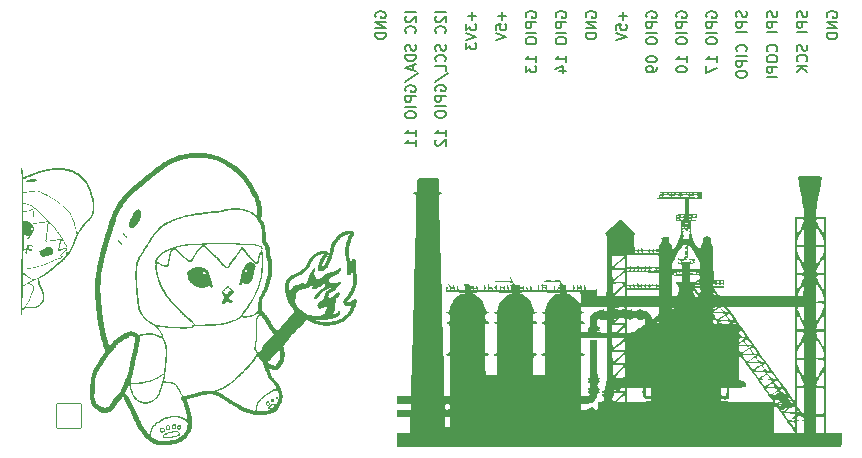
<source format=gbo>
G04 #@! TF.GenerationSoftware,KiCad,Pcbnew,8.0.7*
G04 #@! TF.CreationDate,2025-03-12T01:08:22-04:00*
G04 #@! TF.ProjectId,combat-pcb,636f6d62-6174-42d7-9063-622e6b696361,rev?*
G04 #@! TF.SameCoordinates,Original*
G04 #@! TF.FileFunction,Legend,Bot*
G04 #@! TF.FilePolarity,Positive*
%FSLAX46Y46*%
G04 Gerber Fmt 4.6, Leading zero omitted, Abs format (unit mm)*
G04 Created by KiCad (PCBNEW 8.0.7) date 2025-03-12 01:08:22*
%MOMM*%
%LPD*%
G01*
G04 APERTURE LIST*
G04 Aperture macros list*
%AMRoundRect*
0 Rectangle with rounded corners*
0 $1 Rounding radius*
0 $2 $3 $4 $5 $6 $7 $8 $9 X,Y pos of 4 corners*
0 Add a 4 corners polygon primitive as box body*
4,1,4,$2,$3,$4,$5,$6,$7,$8,$9,$2,$3,0*
0 Add four circle primitives for the rounded corners*
1,1,$1+$1,$2,$3*
1,1,$1+$1,$4,$5*
1,1,$1+$1,$6,$7*
1,1,$1+$1,$8,$9*
0 Add four rect primitives between the rounded corners*
20,1,$1+$1,$2,$3,$4,$5,0*
20,1,$1+$1,$4,$5,$6,$7,0*
20,1,$1+$1,$6,$7,$8,$9,0*
20,1,$1+$1,$8,$9,$2,$3,0*%
G04 Aperture macros list end*
%ADD10C,0.127000*%
%ADD11C,0.000000*%
%ADD12RoundRect,0.102000X-0.685000X0.685000X-0.685000X-0.685000X0.685000X-0.685000X0.685000X0.685000X0*%
%ADD13C,1.574000*%
%ADD14C,1.901600*%
%ADD15RoundRect,0.050800X1.050000X-1.050000X1.050000X1.050000X-1.050000X1.050000X-1.050000X-1.050000X0*%
%ADD16C,2.201600*%
%ADD17RoundRect,0.050800X0.850000X-0.850000X0.850000X0.850000X-0.850000X0.850000X-0.850000X-0.850000X0*%
%ADD18O,1.801600X1.801600*%
G04 APERTURE END LIST*
D10*
X189724195Y-76198885D02*
X189681862Y-76114218D01*
X189681862Y-76114218D02*
X189681862Y-75987218D01*
X189681862Y-75987218D02*
X189724195Y-75860218D01*
X189724195Y-75860218D02*
X189808862Y-75775552D01*
X189808862Y-75775552D02*
X189893529Y-75733218D01*
X189893529Y-75733218D02*
X190062862Y-75690885D01*
X190062862Y-75690885D02*
X190189862Y-75690885D01*
X190189862Y-75690885D02*
X190359195Y-75733218D01*
X190359195Y-75733218D02*
X190443862Y-75775552D01*
X190443862Y-75775552D02*
X190528529Y-75860218D01*
X190528529Y-75860218D02*
X190570862Y-75987218D01*
X190570862Y-75987218D02*
X190570862Y-76071885D01*
X190570862Y-76071885D02*
X190528529Y-76198885D01*
X190528529Y-76198885D02*
X190486195Y-76241218D01*
X190486195Y-76241218D02*
X190189862Y-76241218D01*
X190189862Y-76241218D02*
X190189862Y-76071885D01*
X190570862Y-76622218D02*
X189681862Y-76622218D01*
X189681862Y-76622218D02*
X190570862Y-77130218D01*
X190570862Y-77130218D02*
X189681862Y-77130218D01*
X190570862Y-77553551D02*
X189681862Y-77553551D01*
X189681862Y-77553551D02*
X189681862Y-77765218D01*
X189681862Y-77765218D02*
X189724195Y-77892218D01*
X189724195Y-77892218D02*
X189808862Y-77976885D01*
X189808862Y-77976885D02*
X189893529Y-78019218D01*
X189893529Y-78019218D02*
X190062862Y-78061551D01*
X190062862Y-78061551D02*
X190189862Y-78061551D01*
X190189862Y-78061551D02*
X190359195Y-78019218D01*
X190359195Y-78019218D02*
X190443862Y-77976885D01*
X190443862Y-77976885D02*
X190528529Y-77892218D01*
X190528529Y-77892218D02*
X190570862Y-77765218D01*
X190570862Y-77765218D02*
X190570862Y-77553551D01*
X187175729Y-76198885D02*
X187133396Y-76114218D01*
X187133396Y-76114218D02*
X187133396Y-75987218D01*
X187133396Y-75987218D02*
X187175729Y-75860218D01*
X187175729Y-75860218D02*
X187260396Y-75775552D01*
X187260396Y-75775552D02*
X187345063Y-75733218D01*
X187345063Y-75733218D02*
X187514396Y-75690885D01*
X187514396Y-75690885D02*
X187641396Y-75690885D01*
X187641396Y-75690885D02*
X187810729Y-75733218D01*
X187810729Y-75733218D02*
X187895396Y-75775552D01*
X187895396Y-75775552D02*
X187980063Y-75860218D01*
X187980063Y-75860218D02*
X188022396Y-75987218D01*
X188022396Y-75987218D02*
X188022396Y-76071885D01*
X188022396Y-76071885D02*
X187980063Y-76198885D01*
X187980063Y-76198885D02*
X187937729Y-76241218D01*
X187937729Y-76241218D02*
X187641396Y-76241218D01*
X187641396Y-76241218D02*
X187641396Y-76071885D01*
X188022396Y-76622218D02*
X187133396Y-76622218D01*
X187133396Y-76622218D02*
X187133396Y-76960885D01*
X187133396Y-76960885D02*
X187175729Y-77045552D01*
X187175729Y-77045552D02*
X187218063Y-77087885D01*
X187218063Y-77087885D02*
X187302729Y-77130218D01*
X187302729Y-77130218D02*
X187429729Y-77130218D01*
X187429729Y-77130218D02*
X187514396Y-77087885D01*
X187514396Y-77087885D02*
X187556729Y-77045552D01*
X187556729Y-77045552D02*
X187599063Y-76960885D01*
X187599063Y-76960885D02*
X187599063Y-76622218D01*
X188022396Y-77511218D02*
X187133396Y-77511218D01*
X187133396Y-78103885D02*
X187133396Y-78273218D01*
X187133396Y-78273218D02*
X187175729Y-78357885D01*
X187175729Y-78357885D02*
X187260396Y-78442551D01*
X187260396Y-78442551D02*
X187429729Y-78484885D01*
X187429729Y-78484885D02*
X187726063Y-78484885D01*
X187726063Y-78484885D02*
X187895396Y-78442551D01*
X187895396Y-78442551D02*
X187980063Y-78357885D01*
X187980063Y-78357885D02*
X188022396Y-78273218D01*
X188022396Y-78273218D02*
X188022396Y-78103885D01*
X188022396Y-78103885D02*
X187980063Y-78019218D01*
X187980063Y-78019218D02*
X187895396Y-77934551D01*
X187895396Y-77934551D02*
X187726063Y-77892218D01*
X187726063Y-77892218D02*
X187429729Y-77892218D01*
X187429729Y-77892218D02*
X187260396Y-77934551D01*
X187260396Y-77934551D02*
X187175729Y-78019218D01*
X187175729Y-78019218D02*
X187133396Y-78103885D01*
X188022396Y-80008884D02*
X188022396Y-79500884D01*
X188022396Y-79754884D02*
X187133396Y-79754884D01*
X187133396Y-79754884D02*
X187260396Y-79670217D01*
X187260396Y-79670217D02*
X187345063Y-79585551D01*
X187345063Y-79585551D02*
X187387396Y-79500884D01*
X187429729Y-80770884D02*
X188022396Y-80770884D01*
X187091063Y-80559218D02*
X187726063Y-80347551D01*
X187726063Y-80347551D02*
X187726063Y-80897884D01*
X171884933Y-76198885D02*
X171842600Y-76114218D01*
X171842600Y-76114218D02*
X171842600Y-75987218D01*
X171842600Y-75987218D02*
X171884933Y-75860218D01*
X171884933Y-75860218D02*
X171969600Y-75775552D01*
X171969600Y-75775552D02*
X172054267Y-75733218D01*
X172054267Y-75733218D02*
X172223600Y-75690885D01*
X172223600Y-75690885D02*
X172350600Y-75690885D01*
X172350600Y-75690885D02*
X172519933Y-75733218D01*
X172519933Y-75733218D02*
X172604600Y-75775552D01*
X172604600Y-75775552D02*
X172689267Y-75860218D01*
X172689267Y-75860218D02*
X172731600Y-75987218D01*
X172731600Y-75987218D02*
X172731600Y-76071885D01*
X172731600Y-76071885D02*
X172689267Y-76198885D01*
X172689267Y-76198885D02*
X172646933Y-76241218D01*
X172646933Y-76241218D02*
X172350600Y-76241218D01*
X172350600Y-76241218D02*
X172350600Y-76071885D01*
X172731600Y-76622218D02*
X171842600Y-76622218D01*
X171842600Y-76622218D02*
X172731600Y-77130218D01*
X172731600Y-77130218D02*
X171842600Y-77130218D01*
X172731600Y-77553551D02*
X171842600Y-77553551D01*
X171842600Y-77553551D02*
X171842600Y-77765218D01*
X171842600Y-77765218D02*
X171884933Y-77892218D01*
X171884933Y-77892218D02*
X171969600Y-77976885D01*
X171969600Y-77976885D02*
X172054267Y-78019218D01*
X172054267Y-78019218D02*
X172223600Y-78061551D01*
X172223600Y-78061551D02*
X172350600Y-78061551D01*
X172350600Y-78061551D02*
X172519933Y-78019218D01*
X172519933Y-78019218D02*
X172604600Y-77976885D01*
X172604600Y-77976885D02*
X172689267Y-77892218D01*
X172689267Y-77892218D02*
X172731600Y-77765218D01*
X172731600Y-77765218D02*
X172731600Y-77553551D01*
X192780661Y-75733218D02*
X192780661Y-76410552D01*
X193119328Y-76071885D02*
X192441995Y-76071885D01*
X192230328Y-77257219D02*
X192230328Y-76833885D01*
X192230328Y-76833885D02*
X192653661Y-76791552D01*
X192653661Y-76791552D02*
X192611328Y-76833885D01*
X192611328Y-76833885D02*
X192568995Y-76918552D01*
X192568995Y-76918552D02*
X192568995Y-77130219D01*
X192568995Y-77130219D02*
X192611328Y-77214885D01*
X192611328Y-77214885D02*
X192653661Y-77257219D01*
X192653661Y-77257219D02*
X192738328Y-77299552D01*
X192738328Y-77299552D02*
X192949995Y-77299552D01*
X192949995Y-77299552D02*
X193034661Y-77257219D01*
X193034661Y-77257219D02*
X193076995Y-77214885D01*
X193076995Y-77214885D02*
X193119328Y-77130219D01*
X193119328Y-77130219D02*
X193119328Y-76918552D01*
X193119328Y-76918552D02*
X193076995Y-76833885D01*
X193076995Y-76833885D02*
X193034661Y-76791552D01*
X192230328Y-77553552D02*
X193119328Y-77849886D01*
X193119328Y-77849886D02*
X192230328Y-78146219D01*
X203270859Y-75690885D02*
X203313192Y-75817885D01*
X203313192Y-75817885D02*
X203313192Y-76029552D01*
X203313192Y-76029552D02*
X203270859Y-76114218D01*
X203270859Y-76114218D02*
X203228525Y-76156552D01*
X203228525Y-76156552D02*
X203143859Y-76198885D01*
X203143859Y-76198885D02*
X203059192Y-76198885D01*
X203059192Y-76198885D02*
X202974525Y-76156552D01*
X202974525Y-76156552D02*
X202932192Y-76114218D01*
X202932192Y-76114218D02*
X202889859Y-76029552D01*
X202889859Y-76029552D02*
X202847525Y-75860218D01*
X202847525Y-75860218D02*
X202805192Y-75775552D01*
X202805192Y-75775552D02*
X202762859Y-75733218D01*
X202762859Y-75733218D02*
X202678192Y-75690885D01*
X202678192Y-75690885D02*
X202593525Y-75690885D01*
X202593525Y-75690885D02*
X202508859Y-75733218D01*
X202508859Y-75733218D02*
X202466525Y-75775552D01*
X202466525Y-75775552D02*
X202424192Y-75860218D01*
X202424192Y-75860218D02*
X202424192Y-76071885D01*
X202424192Y-76071885D02*
X202466525Y-76198885D01*
X203313192Y-76579885D02*
X202424192Y-76579885D01*
X202424192Y-76579885D02*
X202424192Y-76918552D01*
X202424192Y-76918552D02*
X202466525Y-77003219D01*
X202466525Y-77003219D02*
X202508859Y-77045552D01*
X202508859Y-77045552D02*
X202593525Y-77087885D01*
X202593525Y-77087885D02*
X202720525Y-77087885D01*
X202720525Y-77087885D02*
X202805192Y-77045552D01*
X202805192Y-77045552D02*
X202847525Y-77003219D01*
X202847525Y-77003219D02*
X202889859Y-76918552D01*
X202889859Y-76918552D02*
X202889859Y-76579885D01*
X203313192Y-77468885D02*
X202424192Y-77468885D01*
X203228525Y-79077551D02*
X203270859Y-79035218D01*
X203270859Y-79035218D02*
X203313192Y-78908218D01*
X203313192Y-78908218D02*
X203313192Y-78823551D01*
X203313192Y-78823551D02*
X203270859Y-78696551D01*
X203270859Y-78696551D02*
X203186192Y-78611885D01*
X203186192Y-78611885D02*
X203101525Y-78569551D01*
X203101525Y-78569551D02*
X202932192Y-78527218D01*
X202932192Y-78527218D02*
X202805192Y-78527218D01*
X202805192Y-78527218D02*
X202635859Y-78569551D01*
X202635859Y-78569551D02*
X202551192Y-78611885D01*
X202551192Y-78611885D02*
X202466525Y-78696551D01*
X202466525Y-78696551D02*
X202424192Y-78823551D01*
X202424192Y-78823551D02*
X202424192Y-78908218D01*
X202424192Y-78908218D02*
X202466525Y-79035218D01*
X202466525Y-79035218D02*
X202508859Y-79077551D01*
X203313192Y-79458551D02*
X202424192Y-79458551D01*
X203313192Y-79881884D02*
X202424192Y-79881884D01*
X202424192Y-79881884D02*
X202424192Y-80220551D01*
X202424192Y-80220551D02*
X202466525Y-80305218D01*
X202466525Y-80305218D02*
X202508859Y-80347551D01*
X202508859Y-80347551D02*
X202593525Y-80389884D01*
X202593525Y-80389884D02*
X202720525Y-80389884D01*
X202720525Y-80389884D02*
X202805192Y-80347551D01*
X202805192Y-80347551D02*
X202847525Y-80305218D01*
X202847525Y-80305218D02*
X202889859Y-80220551D01*
X202889859Y-80220551D02*
X202889859Y-79881884D01*
X202424192Y-80940218D02*
X202424192Y-81109551D01*
X202424192Y-81109551D02*
X202466525Y-81194218D01*
X202466525Y-81194218D02*
X202551192Y-81278884D01*
X202551192Y-81278884D02*
X202720525Y-81321218D01*
X202720525Y-81321218D02*
X203016859Y-81321218D01*
X203016859Y-81321218D02*
X203186192Y-81278884D01*
X203186192Y-81278884D02*
X203270859Y-81194218D01*
X203270859Y-81194218D02*
X203313192Y-81109551D01*
X203313192Y-81109551D02*
X203313192Y-80940218D01*
X203313192Y-80940218D02*
X203270859Y-80855551D01*
X203270859Y-80855551D02*
X203186192Y-80770884D01*
X203186192Y-80770884D02*
X203016859Y-80728551D01*
X203016859Y-80728551D02*
X202720525Y-80728551D01*
X202720525Y-80728551D02*
X202551192Y-80770884D01*
X202551192Y-80770884D02*
X202466525Y-80855551D01*
X202466525Y-80855551D02*
X202424192Y-80940218D01*
X177828532Y-75733218D02*
X176939532Y-75733218D01*
X177024199Y-76114218D02*
X176981865Y-76156551D01*
X176981865Y-76156551D02*
X176939532Y-76241218D01*
X176939532Y-76241218D02*
X176939532Y-76452885D01*
X176939532Y-76452885D02*
X176981865Y-76537551D01*
X176981865Y-76537551D02*
X177024199Y-76579885D01*
X177024199Y-76579885D02*
X177108865Y-76622218D01*
X177108865Y-76622218D02*
X177193532Y-76622218D01*
X177193532Y-76622218D02*
X177320532Y-76579885D01*
X177320532Y-76579885D02*
X177828532Y-76071885D01*
X177828532Y-76071885D02*
X177828532Y-76622218D01*
X177743865Y-77511218D02*
X177786199Y-77468885D01*
X177786199Y-77468885D02*
X177828532Y-77341885D01*
X177828532Y-77341885D02*
X177828532Y-77257218D01*
X177828532Y-77257218D02*
X177786199Y-77130218D01*
X177786199Y-77130218D02*
X177701532Y-77045552D01*
X177701532Y-77045552D02*
X177616865Y-77003218D01*
X177616865Y-77003218D02*
X177447532Y-76960885D01*
X177447532Y-76960885D02*
X177320532Y-76960885D01*
X177320532Y-76960885D02*
X177151199Y-77003218D01*
X177151199Y-77003218D02*
X177066532Y-77045552D01*
X177066532Y-77045552D02*
X176981865Y-77130218D01*
X176981865Y-77130218D02*
X176939532Y-77257218D01*
X176939532Y-77257218D02*
X176939532Y-77341885D01*
X176939532Y-77341885D02*
X176981865Y-77468885D01*
X176981865Y-77468885D02*
X177024199Y-77511218D01*
X177786199Y-78527218D02*
X177828532Y-78654218D01*
X177828532Y-78654218D02*
X177828532Y-78865885D01*
X177828532Y-78865885D02*
X177786199Y-78950551D01*
X177786199Y-78950551D02*
X177743865Y-78992885D01*
X177743865Y-78992885D02*
X177659199Y-79035218D01*
X177659199Y-79035218D02*
X177574532Y-79035218D01*
X177574532Y-79035218D02*
X177489865Y-78992885D01*
X177489865Y-78992885D02*
X177447532Y-78950551D01*
X177447532Y-78950551D02*
X177405199Y-78865885D01*
X177405199Y-78865885D02*
X177362865Y-78696551D01*
X177362865Y-78696551D02*
X177320532Y-78611885D01*
X177320532Y-78611885D02*
X177278199Y-78569551D01*
X177278199Y-78569551D02*
X177193532Y-78527218D01*
X177193532Y-78527218D02*
X177108865Y-78527218D01*
X177108865Y-78527218D02*
X177024199Y-78569551D01*
X177024199Y-78569551D02*
X176981865Y-78611885D01*
X176981865Y-78611885D02*
X176939532Y-78696551D01*
X176939532Y-78696551D02*
X176939532Y-78908218D01*
X176939532Y-78908218D02*
X176981865Y-79035218D01*
X177743865Y-79924218D02*
X177786199Y-79881885D01*
X177786199Y-79881885D02*
X177828532Y-79754885D01*
X177828532Y-79754885D02*
X177828532Y-79670218D01*
X177828532Y-79670218D02*
X177786199Y-79543218D01*
X177786199Y-79543218D02*
X177701532Y-79458552D01*
X177701532Y-79458552D02*
X177616865Y-79416218D01*
X177616865Y-79416218D02*
X177447532Y-79373885D01*
X177447532Y-79373885D02*
X177320532Y-79373885D01*
X177320532Y-79373885D02*
X177151199Y-79416218D01*
X177151199Y-79416218D02*
X177066532Y-79458552D01*
X177066532Y-79458552D02*
X176981865Y-79543218D01*
X176981865Y-79543218D02*
X176939532Y-79670218D01*
X176939532Y-79670218D02*
X176939532Y-79754885D01*
X176939532Y-79754885D02*
X176981865Y-79881885D01*
X176981865Y-79881885D02*
X177024199Y-79924218D01*
X177828532Y-80728552D02*
X177828532Y-80305218D01*
X177828532Y-80305218D02*
X176939532Y-80305218D01*
X176897199Y-81659885D02*
X178040199Y-80897885D01*
X176981865Y-82421885D02*
X176939532Y-82337218D01*
X176939532Y-82337218D02*
X176939532Y-82210218D01*
X176939532Y-82210218D02*
X176981865Y-82083218D01*
X176981865Y-82083218D02*
X177066532Y-81998552D01*
X177066532Y-81998552D02*
X177151199Y-81956218D01*
X177151199Y-81956218D02*
X177320532Y-81913885D01*
X177320532Y-81913885D02*
X177447532Y-81913885D01*
X177447532Y-81913885D02*
X177616865Y-81956218D01*
X177616865Y-81956218D02*
X177701532Y-81998552D01*
X177701532Y-81998552D02*
X177786199Y-82083218D01*
X177786199Y-82083218D02*
X177828532Y-82210218D01*
X177828532Y-82210218D02*
X177828532Y-82294885D01*
X177828532Y-82294885D02*
X177786199Y-82421885D01*
X177786199Y-82421885D02*
X177743865Y-82464218D01*
X177743865Y-82464218D02*
X177447532Y-82464218D01*
X177447532Y-82464218D02*
X177447532Y-82294885D01*
X177828532Y-82845218D02*
X176939532Y-82845218D01*
X176939532Y-82845218D02*
X176939532Y-83183885D01*
X176939532Y-83183885D02*
X176981865Y-83268552D01*
X176981865Y-83268552D02*
X177024199Y-83310885D01*
X177024199Y-83310885D02*
X177108865Y-83353218D01*
X177108865Y-83353218D02*
X177235865Y-83353218D01*
X177235865Y-83353218D02*
X177320532Y-83310885D01*
X177320532Y-83310885D02*
X177362865Y-83268552D01*
X177362865Y-83268552D02*
X177405199Y-83183885D01*
X177405199Y-83183885D02*
X177405199Y-82845218D01*
X177828532Y-83734218D02*
X176939532Y-83734218D01*
X176939532Y-84326885D02*
X176939532Y-84496218D01*
X176939532Y-84496218D02*
X176981865Y-84580885D01*
X176981865Y-84580885D02*
X177066532Y-84665551D01*
X177066532Y-84665551D02*
X177235865Y-84707885D01*
X177235865Y-84707885D02*
X177532199Y-84707885D01*
X177532199Y-84707885D02*
X177701532Y-84665551D01*
X177701532Y-84665551D02*
X177786199Y-84580885D01*
X177786199Y-84580885D02*
X177828532Y-84496218D01*
X177828532Y-84496218D02*
X177828532Y-84326885D01*
X177828532Y-84326885D02*
X177786199Y-84242218D01*
X177786199Y-84242218D02*
X177701532Y-84157551D01*
X177701532Y-84157551D02*
X177532199Y-84115218D01*
X177532199Y-84115218D02*
X177235865Y-84115218D01*
X177235865Y-84115218D02*
X177066532Y-84157551D01*
X177066532Y-84157551D02*
X176981865Y-84242218D01*
X176981865Y-84242218D02*
X176939532Y-84326885D01*
X177828532Y-86231884D02*
X177828532Y-85723884D01*
X177828532Y-85977884D02*
X176939532Y-85977884D01*
X176939532Y-85977884D02*
X177066532Y-85893217D01*
X177066532Y-85893217D02*
X177151199Y-85808551D01*
X177151199Y-85808551D02*
X177193532Y-85723884D01*
X177024199Y-86570551D02*
X176981865Y-86612884D01*
X176981865Y-86612884D02*
X176939532Y-86697551D01*
X176939532Y-86697551D02*
X176939532Y-86909218D01*
X176939532Y-86909218D02*
X176981865Y-86993884D01*
X176981865Y-86993884D02*
X177024199Y-87036218D01*
X177024199Y-87036218D02*
X177108865Y-87078551D01*
X177108865Y-87078551D02*
X177193532Y-87078551D01*
X177193532Y-87078551D02*
X177320532Y-87036218D01*
X177320532Y-87036218D02*
X177828532Y-86528218D01*
X177828532Y-86528218D02*
X177828532Y-87078551D01*
X205819325Y-75690885D02*
X205861658Y-75817885D01*
X205861658Y-75817885D02*
X205861658Y-76029552D01*
X205861658Y-76029552D02*
X205819325Y-76114218D01*
X205819325Y-76114218D02*
X205776991Y-76156552D01*
X205776991Y-76156552D02*
X205692325Y-76198885D01*
X205692325Y-76198885D02*
X205607658Y-76198885D01*
X205607658Y-76198885D02*
X205522991Y-76156552D01*
X205522991Y-76156552D02*
X205480658Y-76114218D01*
X205480658Y-76114218D02*
X205438325Y-76029552D01*
X205438325Y-76029552D02*
X205395991Y-75860218D01*
X205395991Y-75860218D02*
X205353658Y-75775552D01*
X205353658Y-75775552D02*
X205311325Y-75733218D01*
X205311325Y-75733218D02*
X205226658Y-75690885D01*
X205226658Y-75690885D02*
X205141991Y-75690885D01*
X205141991Y-75690885D02*
X205057325Y-75733218D01*
X205057325Y-75733218D02*
X205014991Y-75775552D01*
X205014991Y-75775552D02*
X204972658Y-75860218D01*
X204972658Y-75860218D02*
X204972658Y-76071885D01*
X204972658Y-76071885D02*
X205014991Y-76198885D01*
X205861658Y-76579885D02*
X204972658Y-76579885D01*
X204972658Y-76579885D02*
X204972658Y-76918552D01*
X204972658Y-76918552D02*
X205014991Y-77003219D01*
X205014991Y-77003219D02*
X205057325Y-77045552D01*
X205057325Y-77045552D02*
X205141991Y-77087885D01*
X205141991Y-77087885D02*
X205268991Y-77087885D01*
X205268991Y-77087885D02*
X205353658Y-77045552D01*
X205353658Y-77045552D02*
X205395991Y-77003219D01*
X205395991Y-77003219D02*
X205438325Y-76918552D01*
X205438325Y-76918552D02*
X205438325Y-76579885D01*
X205861658Y-77468885D02*
X204972658Y-77468885D01*
X205776991Y-79077551D02*
X205819325Y-79035218D01*
X205819325Y-79035218D02*
X205861658Y-78908218D01*
X205861658Y-78908218D02*
X205861658Y-78823551D01*
X205861658Y-78823551D02*
X205819325Y-78696551D01*
X205819325Y-78696551D02*
X205734658Y-78611885D01*
X205734658Y-78611885D02*
X205649991Y-78569551D01*
X205649991Y-78569551D02*
X205480658Y-78527218D01*
X205480658Y-78527218D02*
X205353658Y-78527218D01*
X205353658Y-78527218D02*
X205184325Y-78569551D01*
X205184325Y-78569551D02*
X205099658Y-78611885D01*
X205099658Y-78611885D02*
X205014991Y-78696551D01*
X205014991Y-78696551D02*
X204972658Y-78823551D01*
X204972658Y-78823551D02*
X204972658Y-78908218D01*
X204972658Y-78908218D02*
X205014991Y-79035218D01*
X205014991Y-79035218D02*
X205057325Y-79077551D01*
X204972658Y-79627885D02*
X204972658Y-79797218D01*
X204972658Y-79797218D02*
X205014991Y-79881885D01*
X205014991Y-79881885D02*
X205099658Y-79966551D01*
X205099658Y-79966551D02*
X205268991Y-80008885D01*
X205268991Y-80008885D02*
X205565325Y-80008885D01*
X205565325Y-80008885D02*
X205734658Y-79966551D01*
X205734658Y-79966551D02*
X205819325Y-79881885D01*
X205819325Y-79881885D02*
X205861658Y-79797218D01*
X205861658Y-79797218D02*
X205861658Y-79627885D01*
X205861658Y-79627885D02*
X205819325Y-79543218D01*
X205819325Y-79543218D02*
X205734658Y-79458551D01*
X205734658Y-79458551D02*
X205565325Y-79416218D01*
X205565325Y-79416218D02*
X205268991Y-79416218D01*
X205268991Y-79416218D02*
X205099658Y-79458551D01*
X205099658Y-79458551D02*
X205014991Y-79543218D01*
X205014991Y-79543218D02*
X204972658Y-79627885D01*
X205861658Y-80389884D02*
X204972658Y-80389884D01*
X204972658Y-80389884D02*
X204972658Y-80728551D01*
X204972658Y-80728551D02*
X205014991Y-80813218D01*
X205014991Y-80813218D02*
X205057325Y-80855551D01*
X205057325Y-80855551D02*
X205141991Y-80897884D01*
X205141991Y-80897884D02*
X205268991Y-80897884D01*
X205268991Y-80897884D02*
X205353658Y-80855551D01*
X205353658Y-80855551D02*
X205395991Y-80813218D01*
X205395991Y-80813218D02*
X205438325Y-80728551D01*
X205438325Y-80728551D02*
X205438325Y-80389884D01*
X205861658Y-81278884D02*
X204972658Y-81278884D01*
X210111933Y-76198885D02*
X210069600Y-76114218D01*
X210069600Y-76114218D02*
X210069600Y-75987218D01*
X210069600Y-75987218D02*
X210111933Y-75860218D01*
X210111933Y-75860218D02*
X210196600Y-75775552D01*
X210196600Y-75775552D02*
X210281267Y-75733218D01*
X210281267Y-75733218D02*
X210450600Y-75690885D01*
X210450600Y-75690885D02*
X210577600Y-75690885D01*
X210577600Y-75690885D02*
X210746933Y-75733218D01*
X210746933Y-75733218D02*
X210831600Y-75775552D01*
X210831600Y-75775552D02*
X210916267Y-75860218D01*
X210916267Y-75860218D02*
X210958600Y-75987218D01*
X210958600Y-75987218D02*
X210958600Y-76071885D01*
X210958600Y-76071885D02*
X210916267Y-76198885D01*
X210916267Y-76198885D02*
X210873933Y-76241218D01*
X210873933Y-76241218D02*
X210577600Y-76241218D01*
X210577600Y-76241218D02*
X210577600Y-76071885D01*
X210958600Y-76622218D02*
X210069600Y-76622218D01*
X210069600Y-76622218D02*
X210958600Y-77130218D01*
X210958600Y-77130218D02*
X210069600Y-77130218D01*
X210958600Y-77553551D02*
X210069600Y-77553551D01*
X210069600Y-77553551D02*
X210069600Y-77765218D01*
X210069600Y-77765218D02*
X210111933Y-77892218D01*
X210111933Y-77892218D02*
X210196600Y-77976885D01*
X210196600Y-77976885D02*
X210281267Y-78019218D01*
X210281267Y-78019218D02*
X210450600Y-78061551D01*
X210450600Y-78061551D02*
X210577600Y-78061551D01*
X210577600Y-78061551D02*
X210746933Y-78019218D01*
X210746933Y-78019218D02*
X210831600Y-77976885D01*
X210831600Y-77976885D02*
X210916267Y-77892218D01*
X210916267Y-77892218D02*
X210958600Y-77765218D01*
X210958600Y-77765218D02*
X210958600Y-77553551D01*
X208367791Y-75690885D02*
X208410124Y-75817885D01*
X208410124Y-75817885D02*
X208410124Y-76029552D01*
X208410124Y-76029552D02*
X208367791Y-76114218D01*
X208367791Y-76114218D02*
X208325457Y-76156552D01*
X208325457Y-76156552D02*
X208240791Y-76198885D01*
X208240791Y-76198885D02*
X208156124Y-76198885D01*
X208156124Y-76198885D02*
X208071457Y-76156552D01*
X208071457Y-76156552D02*
X208029124Y-76114218D01*
X208029124Y-76114218D02*
X207986791Y-76029552D01*
X207986791Y-76029552D02*
X207944457Y-75860218D01*
X207944457Y-75860218D02*
X207902124Y-75775552D01*
X207902124Y-75775552D02*
X207859791Y-75733218D01*
X207859791Y-75733218D02*
X207775124Y-75690885D01*
X207775124Y-75690885D02*
X207690457Y-75690885D01*
X207690457Y-75690885D02*
X207605791Y-75733218D01*
X207605791Y-75733218D02*
X207563457Y-75775552D01*
X207563457Y-75775552D02*
X207521124Y-75860218D01*
X207521124Y-75860218D02*
X207521124Y-76071885D01*
X207521124Y-76071885D02*
X207563457Y-76198885D01*
X208410124Y-76579885D02*
X207521124Y-76579885D01*
X207521124Y-76579885D02*
X207521124Y-76918552D01*
X207521124Y-76918552D02*
X207563457Y-77003219D01*
X207563457Y-77003219D02*
X207605791Y-77045552D01*
X207605791Y-77045552D02*
X207690457Y-77087885D01*
X207690457Y-77087885D02*
X207817457Y-77087885D01*
X207817457Y-77087885D02*
X207902124Y-77045552D01*
X207902124Y-77045552D02*
X207944457Y-77003219D01*
X207944457Y-77003219D02*
X207986791Y-76918552D01*
X207986791Y-76918552D02*
X207986791Y-76579885D01*
X208410124Y-77468885D02*
X207521124Y-77468885D01*
X208367791Y-78527218D02*
X208410124Y-78654218D01*
X208410124Y-78654218D02*
X208410124Y-78865885D01*
X208410124Y-78865885D02*
X208367791Y-78950551D01*
X208367791Y-78950551D02*
X208325457Y-78992885D01*
X208325457Y-78992885D02*
X208240791Y-79035218D01*
X208240791Y-79035218D02*
X208156124Y-79035218D01*
X208156124Y-79035218D02*
X208071457Y-78992885D01*
X208071457Y-78992885D02*
X208029124Y-78950551D01*
X208029124Y-78950551D02*
X207986791Y-78865885D01*
X207986791Y-78865885D02*
X207944457Y-78696551D01*
X207944457Y-78696551D02*
X207902124Y-78611885D01*
X207902124Y-78611885D02*
X207859791Y-78569551D01*
X207859791Y-78569551D02*
X207775124Y-78527218D01*
X207775124Y-78527218D02*
X207690457Y-78527218D01*
X207690457Y-78527218D02*
X207605791Y-78569551D01*
X207605791Y-78569551D02*
X207563457Y-78611885D01*
X207563457Y-78611885D02*
X207521124Y-78696551D01*
X207521124Y-78696551D02*
X207521124Y-78908218D01*
X207521124Y-78908218D02*
X207563457Y-79035218D01*
X208325457Y-79924218D02*
X208367791Y-79881885D01*
X208367791Y-79881885D02*
X208410124Y-79754885D01*
X208410124Y-79754885D02*
X208410124Y-79670218D01*
X208410124Y-79670218D02*
X208367791Y-79543218D01*
X208367791Y-79543218D02*
X208283124Y-79458552D01*
X208283124Y-79458552D02*
X208198457Y-79416218D01*
X208198457Y-79416218D02*
X208029124Y-79373885D01*
X208029124Y-79373885D02*
X207902124Y-79373885D01*
X207902124Y-79373885D02*
X207732791Y-79416218D01*
X207732791Y-79416218D02*
X207648124Y-79458552D01*
X207648124Y-79458552D02*
X207563457Y-79543218D01*
X207563457Y-79543218D02*
X207521124Y-79670218D01*
X207521124Y-79670218D02*
X207521124Y-79754885D01*
X207521124Y-79754885D02*
X207563457Y-79881885D01*
X207563457Y-79881885D02*
X207605791Y-79924218D01*
X208410124Y-80305218D02*
X207521124Y-80305218D01*
X208410124Y-80813218D02*
X207902124Y-80432218D01*
X207521124Y-80813218D02*
X208029124Y-80305218D01*
X197369593Y-76198885D02*
X197327260Y-76114218D01*
X197327260Y-76114218D02*
X197327260Y-75987218D01*
X197327260Y-75987218D02*
X197369593Y-75860218D01*
X197369593Y-75860218D02*
X197454260Y-75775552D01*
X197454260Y-75775552D02*
X197538927Y-75733218D01*
X197538927Y-75733218D02*
X197708260Y-75690885D01*
X197708260Y-75690885D02*
X197835260Y-75690885D01*
X197835260Y-75690885D02*
X198004593Y-75733218D01*
X198004593Y-75733218D02*
X198089260Y-75775552D01*
X198089260Y-75775552D02*
X198173927Y-75860218D01*
X198173927Y-75860218D02*
X198216260Y-75987218D01*
X198216260Y-75987218D02*
X198216260Y-76071885D01*
X198216260Y-76071885D02*
X198173927Y-76198885D01*
X198173927Y-76198885D02*
X198131593Y-76241218D01*
X198131593Y-76241218D02*
X197835260Y-76241218D01*
X197835260Y-76241218D02*
X197835260Y-76071885D01*
X198216260Y-76622218D02*
X197327260Y-76622218D01*
X197327260Y-76622218D02*
X197327260Y-76960885D01*
X197327260Y-76960885D02*
X197369593Y-77045552D01*
X197369593Y-77045552D02*
X197411927Y-77087885D01*
X197411927Y-77087885D02*
X197496593Y-77130218D01*
X197496593Y-77130218D02*
X197623593Y-77130218D01*
X197623593Y-77130218D02*
X197708260Y-77087885D01*
X197708260Y-77087885D02*
X197750593Y-77045552D01*
X197750593Y-77045552D02*
X197792927Y-76960885D01*
X197792927Y-76960885D02*
X197792927Y-76622218D01*
X198216260Y-77511218D02*
X197327260Y-77511218D01*
X197327260Y-78103885D02*
X197327260Y-78273218D01*
X197327260Y-78273218D02*
X197369593Y-78357885D01*
X197369593Y-78357885D02*
X197454260Y-78442551D01*
X197454260Y-78442551D02*
X197623593Y-78484885D01*
X197623593Y-78484885D02*
X197919927Y-78484885D01*
X197919927Y-78484885D02*
X198089260Y-78442551D01*
X198089260Y-78442551D02*
X198173927Y-78357885D01*
X198173927Y-78357885D02*
X198216260Y-78273218D01*
X198216260Y-78273218D02*
X198216260Y-78103885D01*
X198216260Y-78103885D02*
X198173927Y-78019218D01*
X198173927Y-78019218D02*
X198089260Y-77934551D01*
X198089260Y-77934551D02*
X197919927Y-77892218D01*
X197919927Y-77892218D02*
X197623593Y-77892218D01*
X197623593Y-77892218D02*
X197454260Y-77934551D01*
X197454260Y-77934551D02*
X197369593Y-78019218D01*
X197369593Y-78019218D02*
X197327260Y-78103885D01*
X198216260Y-80008884D02*
X198216260Y-79500884D01*
X198216260Y-79754884D02*
X197327260Y-79754884D01*
X197327260Y-79754884D02*
X197454260Y-79670217D01*
X197454260Y-79670217D02*
X197538927Y-79585551D01*
X197538927Y-79585551D02*
X197581260Y-79500884D01*
X197327260Y-80559218D02*
X197327260Y-80643884D01*
X197327260Y-80643884D02*
X197369593Y-80728551D01*
X197369593Y-80728551D02*
X197411927Y-80770884D01*
X197411927Y-80770884D02*
X197496593Y-80813218D01*
X197496593Y-80813218D02*
X197665927Y-80855551D01*
X197665927Y-80855551D02*
X197877593Y-80855551D01*
X197877593Y-80855551D02*
X198046927Y-80813218D01*
X198046927Y-80813218D02*
X198131593Y-80770884D01*
X198131593Y-80770884D02*
X198173927Y-80728551D01*
X198173927Y-80728551D02*
X198216260Y-80643884D01*
X198216260Y-80643884D02*
X198216260Y-80559218D01*
X198216260Y-80559218D02*
X198173927Y-80474551D01*
X198173927Y-80474551D02*
X198131593Y-80432218D01*
X198131593Y-80432218D02*
X198046927Y-80389884D01*
X198046927Y-80389884D02*
X197877593Y-80347551D01*
X197877593Y-80347551D02*
X197665927Y-80347551D01*
X197665927Y-80347551D02*
X197496593Y-80389884D01*
X197496593Y-80389884D02*
X197411927Y-80432218D01*
X197411927Y-80432218D02*
X197369593Y-80474551D01*
X197369593Y-80474551D02*
X197327260Y-80559218D01*
X175280066Y-75733218D02*
X174391066Y-75733218D01*
X174475733Y-76114218D02*
X174433399Y-76156551D01*
X174433399Y-76156551D02*
X174391066Y-76241218D01*
X174391066Y-76241218D02*
X174391066Y-76452885D01*
X174391066Y-76452885D02*
X174433399Y-76537551D01*
X174433399Y-76537551D02*
X174475733Y-76579885D01*
X174475733Y-76579885D02*
X174560399Y-76622218D01*
X174560399Y-76622218D02*
X174645066Y-76622218D01*
X174645066Y-76622218D02*
X174772066Y-76579885D01*
X174772066Y-76579885D02*
X175280066Y-76071885D01*
X175280066Y-76071885D02*
X175280066Y-76622218D01*
X175195399Y-77511218D02*
X175237733Y-77468885D01*
X175237733Y-77468885D02*
X175280066Y-77341885D01*
X175280066Y-77341885D02*
X175280066Y-77257218D01*
X175280066Y-77257218D02*
X175237733Y-77130218D01*
X175237733Y-77130218D02*
X175153066Y-77045552D01*
X175153066Y-77045552D02*
X175068399Y-77003218D01*
X175068399Y-77003218D02*
X174899066Y-76960885D01*
X174899066Y-76960885D02*
X174772066Y-76960885D01*
X174772066Y-76960885D02*
X174602733Y-77003218D01*
X174602733Y-77003218D02*
X174518066Y-77045552D01*
X174518066Y-77045552D02*
X174433399Y-77130218D01*
X174433399Y-77130218D02*
X174391066Y-77257218D01*
X174391066Y-77257218D02*
X174391066Y-77341885D01*
X174391066Y-77341885D02*
X174433399Y-77468885D01*
X174433399Y-77468885D02*
X174475733Y-77511218D01*
X175237733Y-78527218D02*
X175280066Y-78654218D01*
X175280066Y-78654218D02*
X175280066Y-78865885D01*
X175280066Y-78865885D02*
X175237733Y-78950551D01*
X175237733Y-78950551D02*
X175195399Y-78992885D01*
X175195399Y-78992885D02*
X175110733Y-79035218D01*
X175110733Y-79035218D02*
X175026066Y-79035218D01*
X175026066Y-79035218D02*
X174941399Y-78992885D01*
X174941399Y-78992885D02*
X174899066Y-78950551D01*
X174899066Y-78950551D02*
X174856733Y-78865885D01*
X174856733Y-78865885D02*
X174814399Y-78696551D01*
X174814399Y-78696551D02*
X174772066Y-78611885D01*
X174772066Y-78611885D02*
X174729733Y-78569551D01*
X174729733Y-78569551D02*
X174645066Y-78527218D01*
X174645066Y-78527218D02*
X174560399Y-78527218D01*
X174560399Y-78527218D02*
X174475733Y-78569551D01*
X174475733Y-78569551D02*
X174433399Y-78611885D01*
X174433399Y-78611885D02*
X174391066Y-78696551D01*
X174391066Y-78696551D02*
X174391066Y-78908218D01*
X174391066Y-78908218D02*
X174433399Y-79035218D01*
X175280066Y-79416218D02*
X174391066Y-79416218D01*
X174391066Y-79416218D02*
X174391066Y-79627885D01*
X174391066Y-79627885D02*
X174433399Y-79754885D01*
X174433399Y-79754885D02*
X174518066Y-79839552D01*
X174518066Y-79839552D02*
X174602733Y-79881885D01*
X174602733Y-79881885D02*
X174772066Y-79924218D01*
X174772066Y-79924218D02*
X174899066Y-79924218D01*
X174899066Y-79924218D02*
X175068399Y-79881885D01*
X175068399Y-79881885D02*
X175153066Y-79839552D01*
X175153066Y-79839552D02*
X175237733Y-79754885D01*
X175237733Y-79754885D02*
X175280066Y-79627885D01*
X175280066Y-79627885D02*
X175280066Y-79416218D01*
X175026066Y-80262885D02*
X175026066Y-80686218D01*
X175280066Y-80178218D02*
X174391066Y-80474552D01*
X174391066Y-80474552D02*
X175280066Y-80770885D01*
X174348733Y-81702218D02*
X175491733Y-80940218D01*
X174433399Y-82464218D02*
X174391066Y-82379551D01*
X174391066Y-82379551D02*
X174391066Y-82252551D01*
X174391066Y-82252551D02*
X174433399Y-82125551D01*
X174433399Y-82125551D02*
X174518066Y-82040885D01*
X174518066Y-82040885D02*
X174602733Y-81998551D01*
X174602733Y-81998551D02*
X174772066Y-81956218D01*
X174772066Y-81956218D02*
X174899066Y-81956218D01*
X174899066Y-81956218D02*
X175068399Y-81998551D01*
X175068399Y-81998551D02*
X175153066Y-82040885D01*
X175153066Y-82040885D02*
X175237733Y-82125551D01*
X175237733Y-82125551D02*
X175280066Y-82252551D01*
X175280066Y-82252551D02*
X175280066Y-82337218D01*
X175280066Y-82337218D02*
X175237733Y-82464218D01*
X175237733Y-82464218D02*
X175195399Y-82506551D01*
X175195399Y-82506551D02*
X174899066Y-82506551D01*
X174899066Y-82506551D02*
X174899066Y-82337218D01*
X175280066Y-82887551D02*
X174391066Y-82887551D01*
X174391066Y-82887551D02*
X174391066Y-83226218D01*
X174391066Y-83226218D02*
X174433399Y-83310885D01*
X174433399Y-83310885D02*
X174475733Y-83353218D01*
X174475733Y-83353218D02*
X174560399Y-83395551D01*
X174560399Y-83395551D02*
X174687399Y-83395551D01*
X174687399Y-83395551D02*
X174772066Y-83353218D01*
X174772066Y-83353218D02*
X174814399Y-83310885D01*
X174814399Y-83310885D02*
X174856733Y-83226218D01*
X174856733Y-83226218D02*
X174856733Y-82887551D01*
X175280066Y-83776551D02*
X174391066Y-83776551D01*
X174391066Y-84369218D02*
X174391066Y-84538551D01*
X174391066Y-84538551D02*
X174433399Y-84623218D01*
X174433399Y-84623218D02*
X174518066Y-84707884D01*
X174518066Y-84707884D02*
X174687399Y-84750218D01*
X174687399Y-84750218D02*
X174983733Y-84750218D01*
X174983733Y-84750218D02*
X175153066Y-84707884D01*
X175153066Y-84707884D02*
X175237733Y-84623218D01*
X175237733Y-84623218D02*
X175280066Y-84538551D01*
X175280066Y-84538551D02*
X175280066Y-84369218D01*
X175280066Y-84369218D02*
X175237733Y-84284551D01*
X175237733Y-84284551D02*
X175153066Y-84199884D01*
X175153066Y-84199884D02*
X174983733Y-84157551D01*
X174983733Y-84157551D02*
X174687399Y-84157551D01*
X174687399Y-84157551D02*
X174518066Y-84199884D01*
X174518066Y-84199884D02*
X174433399Y-84284551D01*
X174433399Y-84284551D02*
X174391066Y-84369218D01*
X175280066Y-86274217D02*
X175280066Y-85766217D01*
X175280066Y-86020217D02*
X174391066Y-86020217D01*
X174391066Y-86020217D02*
X174518066Y-85935550D01*
X174518066Y-85935550D02*
X174602733Y-85850884D01*
X174602733Y-85850884D02*
X174645066Y-85766217D01*
X175280066Y-87120884D02*
X175280066Y-86612884D01*
X175280066Y-86866884D02*
X174391066Y-86866884D01*
X174391066Y-86866884D02*
X174518066Y-86782217D01*
X174518066Y-86782217D02*
X174602733Y-86697551D01*
X174602733Y-86697551D02*
X174645066Y-86612884D01*
X184627263Y-76198885D02*
X184584930Y-76114218D01*
X184584930Y-76114218D02*
X184584930Y-75987218D01*
X184584930Y-75987218D02*
X184627263Y-75860218D01*
X184627263Y-75860218D02*
X184711930Y-75775552D01*
X184711930Y-75775552D02*
X184796597Y-75733218D01*
X184796597Y-75733218D02*
X184965930Y-75690885D01*
X184965930Y-75690885D02*
X185092930Y-75690885D01*
X185092930Y-75690885D02*
X185262263Y-75733218D01*
X185262263Y-75733218D02*
X185346930Y-75775552D01*
X185346930Y-75775552D02*
X185431597Y-75860218D01*
X185431597Y-75860218D02*
X185473930Y-75987218D01*
X185473930Y-75987218D02*
X185473930Y-76071885D01*
X185473930Y-76071885D02*
X185431597Y-76198885D01*
X185431597Y-76198885D02*
X185389263Y-76241218D01*
X185389263Y-76241218D02*
X185092930Y-76241218D01*
X185092930Y-76241218D02*
X185092930Y-76071885D01*
X185473930Y-76622218D02*
X184584930Y-76622218D01*
X184584930Y-76622218D02*
X184584930Y-76960885D01*
X184584930Y-76960885D02*
X184627263Y-77045552D01*
X184627263Y-77045552D02*
X184669597Y-77087885D01*
X184669597Y-77087885D02*
X184754263Y-77130218D01*
X184754263Y-77130218D02*
X184881263Y-77130218D01*
X184881263Y-77130218D02*
X184965930Y-77087885D01*
X184965930Y-77087885D02*
X185008263Y-77045552D01*
X185008263Y-77045552D02*
X185050597Y-76960885D01*
X185050597Y-76960885D02*
X185050597Y-76622218D01*
X185473930Y-77511218D02*
X184584930Y-77511218D01*
X184584930Y-78103885D02*
X184584930Y-78273218D01*
X184584930Y-78273218D02*
X184627263Y-78357885D01*
X184627263Y-78357885D02*
X184711930Y-78442551D01*
X184711930Y-78442551D02*
X184881263Y-78484885D01*
X184881263Y-78484885D02*
X185177597Y-78484885D01*
X185177597Y-78484885D02*
X185346930Y-78442551D01*
X185346930Y-78442551D02*
X185431597Y-78357885D01*
X185431597Y-78357885D02*
X185473930Y-78273218D01*
X185473930Y-78273218D02*
X185473930Y-78103885D01*
X185473930Y-78103885D02*
X185431597Y-78019218D01*
X185431597Y-78019218D02*
X185346930Y-77934551D01*
X185346930Y-77934551D02*
X185177597Y-77892218D01*
X185177597Y-77892218D02*
X184881263Y-77892218D01*
X184881263Y-77892218D02*
X184711930Y-77934551D01*
X184711930Y-77934551D02*
X184627263Y-78019218D01*
X184627263Y-78019218D02*
X184584930Y-78103885D01*
X185473930Y-80008884D02*
X185473930Y-79500884D01*
X185473930Y-79754884D02*
X184584930Y-79754884D01*
X184584930Y-79754884D02*
X184711930Y-79670217D01*
X184711930Y-79670217D02*
X184796597Y-79585551D01*
X184796597Y-79585551D02*
X184838930Y-79500884D01*
X184584930Y-80305218D02*
X184584930Y-80855551D01*
X184584930Y-80855551D02*
X184923597Y-80559218D01*
X184923597Y-80559218D02*
X184923597Y-80686218D01*
X184923597Y-80686218D02*
X184965930Y-80770884D01*
X184965930Y-80770884D02*
X185008263Y-80813218D01*
X185008263Y-80813218D02*
X185092930Y-80855551D01*
X185092930Y-80855551D02*
X185304597Y-80855551D01*
X185304597Y-80855551D02*
X185389263Y-80813218D01*
X185389263Y-80813218D02*
X185431597Y-80770884D01*
X185431597Y-80770884D02*
X185473930Y-80686218D01*
X185473930Y-80686218D02*
X185473930Y-80432218D01*
X185473930Y-80432218D02*
X185431597Y-80347551D01*
X185431597Y-80347551D02*
X185389263Y-80305218D01*
X199918059Y-76198885D02*
X199875726Y-76114218D01*
X199875726Y-76114218D02*
X199875726Y-75987218D01*
X199875726Y-75987218D02*
X199918059Y-75860218D01*
X199918059Y-75860218D02*
X200002726Y-75775552D01*
X200002726Y-75775552D02*
X200087393Y-75733218D01*
X200087393Y-75733218D02*
X200256726Y-75690885D01*
X200256726Y-75690885D02*
X200383726Y-75690885D01*
X200383726Y-75690885D02*
X200553059Y-75733218D01*
X200553059Y-75733218D02*
X200637726Y-75775552D01*
X200637726Y-75775552D02*
X200722393Y-75860218D01*
X200722393Y-75860218D02*
X200764726Y-75987218D01*
X200764726Y-75987218D02*
X200764726Y-76071885D01*
X200764726Y-76071885D02*
X200722393Y-76198885D01*
X200722393Y-76198885D02*
X200680059Y-76241218D01*
X200680059Y-76241218D02*
X200383726Y-76241218D01*
X200383726Y-76241218D02*
X200383726Y-76071885D01*
X200764726Y-76622218D02*
X199875726Y-76622218D01*
X199875726Y-76622218D02*
X199875726Y-76960885D01*
X199875726Y-76960885D02*
X199918059Y-77045552D01*
X199918059Y-77045552D02*
X199960393Y-77087885D01*
X199960393Y-77087885D02*
X200045059Y-77130218D01*
X200045059Y-77130218D02*
X200172059Y-77130218D01*
X200172059Y-77130218D02*
X200256726Y-77087885D01*
X200256726Y-77087885D02*
X200299059Y-77045552D01*
X200299059Y-77045552D02*
X200341393Y-76960885D01*
X200341393Y-76960885D02*
X200341393Y-76622218D01*
X200764726Y-77511218D02*
X199875726Y-77511218D01*
X199875726Y-78103885D02*
X199875726Y-78273218D01*
X199875726Y-78273218D02*
X199918059Y-78357885D01*
X199918059Y-78357885D02*
X200002726Y-78442551D01*
X200002726Y-78442551D02*
X200172059Y-78484885D01*
X200172059Y-78484885D02*
X200468393Y-78484885D01*
X200468393Y-78484885D02*
X200637726Y-78442551D01*
X200637726Y-78442551D02*
X200722393Y-78357885D01*
X200722393Y-78357885D02*
X200764726Y-78273218D01*
X200764726Y-78273218D02*
X200764726Y-78103885D01*
X200764726Y-78103885D02*
X200722393Y-78019218D01*
X200722393Y-78019218D02*
X200637726Y-77934551D01*
X200637726Y-77934551D02*
X200468393Y-77892218D01*
X200468393Y-77892218D02*
X200172059Y-77892218D01*
X200172059Y-77892218D02*
X200002726Y-77934551D01*
X200002726Y-77934551D02*
X199918059Y-78019218D01*
X199918059Y-78019218D02*
X199875726Y-78103885D01*
X200764726Y-80008884D02*
X200764726Y-79500884D01*
X200764726Y-79754884D02*
X199875726Y-79754884D01*
X199875726Y-79754884D02*
X200002726Y-79670217D01*
X200002726Y-79670217D02*
X200087393Y-79585551D01*
X200087393Y-79585551D02*
X200129726Y-79500884D01*
X199875726Y-80305218D02*
X199875726Y-80897884D01*
X199875726Y-80897884D02*
X200764726Y-80516884D01*
X180038331Y-75733218D02*
X180038331Y-76410552D01*
X180376998Y-76071885D02*
X179699665Y-76071885D01*
X179487998Y-76749219D02*
X179487998Y-77299552D01*
X179487998Y-77299552D02*
X179826665Y-77003219D01*
X179826665Y-77003219D02*
X179826665Y-77130219D01*
X179826665Y-77130219D02*
X179868998Y-77214885D01*
X179868998Y-77214885D02*
X179911331Y-77257219D01*
X179911331Y-77257219D02*
X179995998Y-77299552D01*
X179995998Y-77299552D02*
X180207665Y-77299552D01*
X180207665Y-77299552D02*
X180292331Y-77257219D01*
X180292331Y-77257219D02*
X180334665Y-77214885D01*
X180334665Y-77214885D02*
X180376998Y-77130219D01*
X180376998Y-77130219D02*
X180376998Y-76876219D01*
X180376998Y-76876219D02*
X180334665Y-76791552D01*
X180334665Y-76791552D02*
X180292331Y-76749219D01*
X179487998Y-77553552D02*
X180376998Y-77849886D01*
X180376998Y-77849886D02*
X179487998Y-78146219D01*
X179487998Y-78357886D02*
X179487998Y-78908219D01*
X179487998Y-78908219D02*
X179826665Y-78611886D01*
X179826665Y-78611886D02*
X179826665Y-78738886D01*
X179826665Y-78738886D02*
X179868998Y-78823552D01*
X179868998Y-78823552D02*
X179911331Y-78865886D01*
X179911331Y-78865886D02*
X179995998Y-78908219D01*
X179995998Y-78908219D02*
X180207665Y-78908219D01*
X180207665Y-78908219D02*
X180292331Y-78865886D01*
X180292331Y-78865886D02*
X180334665Y-78823552D01*
X180334665Y-78823552D02*
X180376998Y-78738886D01*
X180376998Y-78738886D02*
X180376998Y-78484886D01*
X180376998Y-78484886D02*
X180334665Y-78400219D01*
X180334665Y-78400219D02*
X180292331Y-78357886D01*
X194821127Y-76198885D02*
X194778794Y-76114218D01*
X194778794Y-76114218D02*
X194778794Y-75987218D01*
X194778794Y-75987218D02*
X194821127Y-75860218D01*
X194821127Y-75860218D02*
X194905794Y-75775552D01*
X194905794Y-75775552D02*
X194990461Y-75733218D01*
X194990461Y-75733218D02*
X195159794Y-75690885D01*
X195159794Y-75690885D02*
X195286794Y-75690885D01*
X195286794Y-75690885D02*
X195456127Y-75733218D01*
X195456127Y-75733218D02*
X195540794Y-75775552D01*
X195540794Y-75775552D02*
X195625461Y-75860218D01*
X195625461Y-75860218D02*
X195667794Y-75987218D01*
X195667794Y-75987218D02*
X195667794Y-76071885D01*
X195667794Y-76071885D02*
X195625461Y-76198885D01*
X195625461Y-76198885D02*
X195583127Y-76241218D01*
X195583127Y-76241218D02*
X195286794Y-76241218D01*
X195286794Y-76241218D02*
X195286794Y-76071885D01*
X195667794Y-76622218D02*
X194778794Y-76622218D01*
X194778794Y-76622218D02*
X194778794Y-76960885D01*
X194778794Y-76960885D02*
X194821127Y-77045552D01*
X194821127Y-77045552D02*
X194863461Y-77087885D01*
X194863461Y-77087885D02*
X194948127Y-77130218D01*
X194948127Y-77130218D02*
X195075127Y-77130218D01*
X195075127Y-77130218D02*
X195159794Y-77087885D01*
X195159794Y-77087885D02*
X195202127Y-77045552D01*
X195202127Y-77045552D02*
X195244461Y-76960885D01*
X195244461Y-76960885D02*
X195244461Y-76622218D01*
X195667794Y-77511218D02*
X194778794Y-77511218D01*
X194778794Y-78103885D02*
X194778794Y-78273218D01*
X194778794Y-78273218D02*
X194821127Y-78357885D01*
X194821127Y-78357885D02*
X194905794Y-78442551D01*
X194905794Y-78442551D02*
X195075127Y-78484885D01*
X195075127Y-78484885D02*
X195371461Y-78484885D01*
X195371461Y-78484885D02*
X195540794Y-78442551D01*
X195540794Y-78442551D02*
X195625461Y-78357885D01*
X195625461Y-78357885D02*
X195667794Y-78273218D01*
X195667794Y-78273218D02*
X195667794Y-78103885D01*
X195667794Y-78103885D02*
X195625461Y-78019218D01*
X195625461Y-78019218D02*
X195540794Y-77934551D01*
X195540794Y-77934551D02*
X195371461Y-77892218D01*
X195371461Y-77892218D02*
X195075127Y-77892218D01*
X195075127Y-77892218D02*
X194905794Y-77934551D01*
X194905794Y-77934551D02*
X194821127Y-78019218D01*
X194821127Y-78019218D02*
X194778794Y-78103885D01*
X194778794Y-79712551D02*
X194778794Y-79797217D01*
X194778794Y-79797217D02*
X194821127Y-79881884D01*
X194821127Y-79881884D02*
X194863461Y-79924217D01*
X194863461Y-79924217D02*
X194948127Y-79966551D01*
X194948127Y-79966551D02*
X195117461Y-80008884D01*
X195117461Y-80008884D02*
X195329127Y-80008884D01*
X195329127Y-80008884D02*
X195498461Y-79966551D01*
X195498461Y-79966551D02*
X195583127Y-79924217D01*
X195583127Y-79924217D02*
X195625461Y-79881884D01*
X195625461Y-79881884D02*
X195667794Y-79797217D01*
X195667794Y-79797217D02*
X195667794Y-79712551D01*
X195667794Y-79712551D02*
X195625461Y-79627884D01*
X195625461Y-79627884D02*
X195583127Y-79585551D01*
X195583127Y-79585551D02*
X195498461Y-79543217D01*
X195498461Y-79543217D02*
X195329127Y-79500884D01*
X195329127Y-79500884D02*
X195117461Y-79500884D01*
X195117461Y-79500884D02*
X194948127Y-79543217D01*
X194948127Y-79543217D02*
X194863461Y-79585551D01*
X194863461Y-79585551D02*
X194821127Y-79627884D01*
X194821127Y-79627884D02*
X194778794Y-79712551D01*
X195667794Y-80432218D02*
X195667794Y-80601551D01*
X195667794Y-80601551D02*
X195625461Y-80686218D01*
X195625461Y-80686218D02*
X195583127Y-80728551D01*
X195583127Y-80728551D02*
X195456127Y-80813218D01*
X195456127Y-80813218D02*
X195286794Y-80855551D01*
X195286794Y-80855551D02*
X194948127Y-80855551D01*
X194948127Y-80855551D02*
X194863461Y-80813218D01*
X194863461Y-80813218D02*
X194821127Y-80770884D01*
X194821127Y-80770884D02*
X194778794Y-80686218D01*
X194778794Y-80686218D02*
X194778794Y-80516884D01*
X194778794Y-80516884D02*
X194821127Y-80432218D01*
X194821127Y-80432218D02*
X194863461Y-80389884D01*
X194863461Y-80389884D02*
X194948127Y-80347551D01*
X194948127Y-80347551D02*
X195159794Y-80347551D01*
X195159794Y-80347551D02*
X195244461Y-80389884D01*
X195244461Y-80389884D02*
X195286794Y-80432218D01*
X195286794Y-80432218D02*
X195329127Y-80516884D01*
X195329127Y-80516884D02*
X195329127Y-80686218D01*
X195329127Y-80686218D02*
X195286794Y-80770884D01*
X195286794Y-80770884D02*
X195244461Y-80813218D01*
X195244461Y-80813218D02*
X195159794Y-80855551D01*
X182586797Y-75733218D02*
X182586797Y-76410552D01*
X182925464Y-76071885D02*
X182248131Y-76071885D01*
X182036464Y-77257219D02*
X182036464Y-76833885D01*
X182036464Y-76833885D02*
X182459797Y-76791552D01*
X182459797Y-76791552D02*
X182417464Y-76833885D01*
X182417464Y-76833885D02*
X182375131Y-76918552D01*
X182375131Y-76918552D02*
X182375131Y-77130219D01*
X182375131Y-77130219D02*
X182417464Y-77214885D01*
X182417464Y-77214885D02*
X182459797Y-77257219D01*
X182459797Y-77257219D02*
X182544464Y-77299552D01*
X182544464Y-77299552D02*
X182756131Y-77299552D01*
X182756131Y-77299552D02*
X182840797Y-77257219D01*
X182840797Y-77257219D02*
X182883131Y-77214885D01*
X182883131Y-77214885D02*
X182925464Y-77130219D01*
X182925464Y-77130219D02*
X182925464Y-76918552D01*
X182925464Y-76918552D02*
X182883131Y-76833885D01*
X182883131Y-76833885D02*
X182840797Y-76791552D01*
X182036464Y-77553552D02*
X182925464Y-77849886D01*
X182925464Y-77849886D02*
X182036464Y-78146219D01*
D11*
G36*
X209045895Y-89669292D02*
G01*
X209318423Y-89673014D01*
X209496577Y-89682890D01*
X209600365Y-89701925D01*
X209649796Y-89733124D01*
X209664877Y-89779490D01*
X209665733Y-89819910D01*
X209652597Y-89933191D01*
X209616900Y-90153559D01*
X209562995Y-90456431D01*
X209495232Y-90817226D01*
X209430795Y-91147026D01*
X209353189Y-91559386D01*
X209286449Y-91955869D01*
X209235214Y-92305526D01*
X209204118Y-92577403D01*
X209196798Y-92709328D01*
X209196550Y-93095703D01*
X209599724Y-93095703D01*
X210002899Y-93095703D01*
X210002899Y-102267926D01*
X210002899Y-111440148D01*
X210674857Y-111440148D01*
X211346814Y-111440148D01*
X211346814Y-112004123D01*
X211338712Y-112318175D01*
X211313366Y-112509677D01*
X211269215Y-112589551D01*
X211262820Y-112592086D01*
X211189385Y-112594045D01*
X210986975Y-112595843D01*
X210661004Y-112597477D01*
X210216889Y-112598946D01*
X209660046Y-112600247D01*
X208995889Y-112601379D01*
X208229834Y-112602339D01*
X207367298Y-112603125D01*
X206413696Y-112603735D01*
X205374443Y-112604167D01*
X204254956Y-112604420D01*
X203060649Y-112604491D01*
X201796939Y-112604378D01*
X200469240Y-112604079D01*
X199082970Y-112603592D01*
X197643543Y-112602915D01*
X196156376Y-112602046D01*
X194626883Y-112600983D01*
X193060481Y-112599724D01*
X192414407Y-112599156D01*
X173649989Y-112582239D01*
X173649989Y-112011193D01*
X173649989Y-111440148D01*
X174221153Y-111440148D01*
X174792317Y-111440148D01*
X205635174Y-111440148D01*
X206508719Y-111440148D01*
X207583851Y-111440148D01*
X207852635Y-111440148D01*
X208121418Y-111440148D01*
X209196550Y-111440148D01*
X209494403Y-111440148D01*
X209693467Y-111426721D01*
X209797046Y-111377004D01*
X209833325Y-111310750D01*
X209850399Y-111186040D01*
X209859825Y-110967642D01*
X209860175Y-110696118D01*
X209858153Y-110605195D01*
X209841912Y-110029037D01*
X209519231Y-110029037D01*
X209196550Y-110029037D01*
X209196550Y-110734592D01*
X209196550Y-111440148D01*
X208121418Y-111440148D01*
X208121418Y-110936180D01*
X208121418Y-110734592D01*
X208121418Y-110432211D01*
X207852635Y-110432211D01*
X207583851Y-110432211D01*
X207583851Y-110936180D01*
X207583851Y-111440148D01*
X206508719Y-111440148D01*
X206833678Y-111437286D01*
X207103824Y-111429456D01*
X207294209Y-111417790D01*
X207379883Y-111403421D01*
X207382264Y-111400488D01*
X207345587Y-111338774D01*
X207244677Y-111187141D01*
X207093218Y-110965168D01*
X206904895Y-110692438D01*
X206748177Y-110467250D01*
X206979090Y-110467250D01*
X207012636Y-110539611D01*
X207094643Y-110674556D01*
X207197164Y-110830017D01*
X207292250Y-110963928D01*
X207351954Y-111034223D01*
X207357596Y-111036973D01*
X207372314Y-110976855D01*
X207374674Y-110936180D01*
X207381137Y-110824765D01*
X207382264Y-110734592D01*
X207376420Y-110548654D01*
X207342680Y-110460587D01*
X207256728Y-110433921D01*
X207180677Y-110432211D01*
X207039027Y-110442379D01*
X206979101Y-110466871D01*
X206979090Y-110467250D01*
X206748177Y-110467250D01*
X206693392Y-110388529D01*
X206472393Y-110073021D01*
X206255581Y-109765496D01*
X206251856Y-109760254D01*
X206442801Y-109760254D01*
X206626950Y-110025162D01*
X206773592Y-110212672D01*
X206911645Y-110310987D01*
X207093564Y-110350639D01*
X207197476Y-110357221D01*
X207334972Y-110340418D01*
X207380854Y-110255945D01*
X207382264Y-110222896D01*
X207378109Y-110174231D01*
X207583851Y-110174231D01*
X207595538Y-110296686D01*
X207656170Y-110351126D01*
X207804109Y-110364781D01*
X207852635Y-110365016D01*
X208029086Y-110353376D01*
X208106914Y-110307266D01*
X208121418Y-110234590D01*
X208078368Y-110094260D01*
X207937572Y-110017266D01*
X207773198Y-109994711D01*
X207636903Y-110004588D01*
X207588460Y-110084234D01*
X207583851Y-110174231D01*
X207378109Y-110174231D01*
X207374283Y-110129425D01*
X207326270Y-110123352D01*
X207208445Y-110194667D01*
X207078057Y-110264825D01*
X207003169Y-110276992D01*
X207002205Y-110276138D01*
X207031493Y-110225128D01*
X207145188Y-110140699D01*
X207176025Y-110121890D01*
X207314359Y-110009007D01*
X207381151Y-109893274D01*
X207382264Y-109880157D01*
X207365115Y-109816613D01*
X207299756Y-109782652D01*
X207606250Y-109782652D01*
X207615474Y-109822600D01*
X207651047Y-109827449D01*
X209196550Y-109827449D01*
X209491742Y-109827449D01*
X209702765Y-109807265D01*
X209813835Y-109751559D01*
X209821069Y-109738492D01*
X209837258Y-109629815D01*
X209849729Y-109418605D01*
X209858342Y-109136381D01*
X209862955Y-108814662D01*
X209863425Y-108484968D01*
X209859610Y-108178815D01*
X209851370Y-107927723D01*
X209838560Y-107763211D01*
X209830148Y-107722605D01*
X209752811Y-107644680D01*
X209582277Y-107612261D01*
X209491742Y-107609989D01*
X209196550Y-107609989D01*
X209196550Y-108718719D01*
X209196550Y-109827449D01*
X207651047Y-109827449D01*
X207706357Y-109802864D01*
X207695844Y-109782652D01*
X207616099Y-109774610D01*
X207606250Y-109782652D01*
X207299756Y-109782652D01*
X207295047Y-109780205D01*
X207144128Y-109763803D01*
X206912532Y-109760254D01*
X206442801Y-109760254D01*
X206251856Y-109760254D01*
X206167484Y-109641519D01*
X206546775Y-109641519D01*
X206629239Y-109660285D01*
X206803225Y-109669776D01*
X206966391Y-109669160D01*
X207348666Y-109659460D01*
X207358677Y-109521103D01*
X207583851Y-109521103D01*
X207618934Y-109613041D01*
X207651047Y-109625862D01*
X207716320Y-109577634D01*
X207718243Y-109562632D01*
X207669399Y-109471626D01*
X207651047Y-109457873D01*
X207593521Y-109473106D01*
X207583851Y-109521103D01*
X207358677Y-109521103D01*
X207369329Y-109373878D01*
X207365509Y-109171384D01*
X207320310Y-109099831D01*
X207583851Y-109099831D01*
X207835836Y-109462844D01*
X207966160Y-109647327D01*
X208062999Y-109778288D01*
X208104619Y-109826654D01*
X208110209Y-109763424D01*
X208115011Y-109587930D01*
X208118691Y-109322296D01*
X208120911Y-108988649D01*
X208121418Y-108718719D01*
X208121418Y-107609989D01*
X207852635Y-107609989D01*
X207583851Y-107609989D01*
X207583851Y-108354910D01*
X207583851Y-109099831D01*
X207320310Y-109099831D01*
X207316503Y-109093805D01*
X207223420Y-109142226D01*
X207180677Y-109189090D01*
X207081872Y-109273661D01*
X207034493Y-109289883D01*
X206939927Y-109323427D01*
X206803723Y-109404648D01*
X206666260Y-109504436D01*
X206567915Y-109593678D01*
X206546775Y-109641519D01*
X206167484Y-109641519D01*
X206060861Y-109491471D01*
X206239936Y-109491471D01*
X206287008Y-109553866D01*
X206425312Y-109522646D01*
X206618380Y-109418794D01*
X206781972Y-109313001D01*
X206832452Y-109262562D01*
X206773962Y-109257159D01*
X206676709Y-109273437D01*
X206550537Y-109317833D01*
X206508719Y-109364913D01*
X206452371Y-109413165D01*
X206374328Y-109424275D01*
X206265137Y-109452415D01*
X206239936Y-109491471D01*
X206060861Y-109491471D01*
X206056642Y-109485534D01*
X205889258Y-109252713D01*
X205783209Y-109108502D01*
X205983025Y-109108502D01*
X206004005Y-109154284D01*
X206075300Y-109189885D01*
X206076632Y-109189090D01*
X206911894Y-109189090D01*
X206945492Y-109222688D01*
X206979090Y-109189090D01*
X206945492Y-109155492D01*
X206911894Y-109189090D01*
X206076632Y-109189090D01*
X206155589Y-109141956D01*
X206224289Y-109071268D01*
X206200838Y-109054698D01*
X207113481Y-109054698D01*
X207147079Y-109088296D01*
X207180677Y-109054698D01*
X207147079Y-109021100D01*
X207113481Y-109054698D01*
X206200838Y-109054698D01*
X206179239Y-109039436D01*
X206144347Y-109031959D01*
X206011941Y-109035793D01*
X205983025Y-109108502D01*
X205783209Y-109108502D01*
X205767115Y-109086616D01*
X205742859Y-109054698D01*
X205706732Y-109017851D01*
X205680034Y-109025038D01*
X205661314Y-109091732D01*
X205649120Y-109233408D01*
X205642001Y-109465541D01*
X205638507Y-109803606D01*
X205637311Y-110180227D01*
X205635174Y-111440148D01*
X174792317Y-111440148D01*
X174792317Y-110902582D01*
X177748931Y-110902582D01*
X177950518Y-110902582D01*
X178152105Y-110902582D01*
X178152105Y-110499407D01*
X178152105Y-110096233D01*
X177950518Y-110096233D01*
X177748931Y-110096233D01*
X177748931Y-110499407D01*
X177748931Y-110902582D01*
X174792317Y-110902582D01*
X174792317Y-110768190D01*
X174792317Y-110499407D01*
X174792317Y-110096233D01*
X174221153Y-110096233D01*
X173649989Y-110096233D01*
X173649989Y-109760254D01*
X173649989Y-109424275D01*
X174254751Y-109424275D01*
X174859513Y-109424275D01*
X174859513Y-109189090D01*
X177748931Y-109189090D01*
X177760169Y-109347102D01*
X177817169Y-109411911D01*
X177950518Y-109424275D01*
X178085957Y-109411164D01*
X178141508Y-109344664D01*
X178152105Y-109189090D01*
X178140868Y-109031078D01*
X178083868Y-108966268D01*
X177950518Y-108953905D01*
X177815079Y-108967015D01*
X177759528Y-109033515D01*
X177748931Y-109189090D01*
X174859513Y-109189090D01*
X174859513Y-108953905D01*
X174254751Y-108953905D01*
X173649989Y-108953905D01*
X173649989Y-108617926D01*
X173649989Y-108281947D01*
X174247765Y-108281947D01*
X174845542Y-108281947D01*
X174887011Y-107324407D01*
X174895794Y-107096785D01*
X174907781Y-106748263D01*
X174922566Y-106292283D01*
X174939745Y-105742290D01*
X174958911Y-105111726D01*
X174979660Y-104414033D01*
X175001587Y-103662656D01*
X175024286Y-102871037D01*
X175047352Y-102052619D01*
X175063758Y-101461576D01*
X175087796Y-100594118D01*
X175112375Y-99714964D01*
X175136999Y-98841381D01*
X175161171Y-97990640D01*
X175184398Y-97180008D01*
X175206181Y-96426754D01*
X175226027Y-95748146D01*
X175243438Y-95161453D01*
X175257920Y-94683944D01*
X175263426Y-94506815D01*
X175280004Y-93959349D01*
X175295072Y-93423762D01*
X175308053Y-92923605D01*
X175318371Y-92482432D01*
X175325448Y-92123794D01*
X175328707Y-91871245D01*
X175328850Y-91835783D01*
X175327213Y-91543761D01*
X175317511Y-91360853D01*
X175294325Y-91261808D01*
X175252237Y-91221374D01*
X175195492Y-91214222D01*
X175080896Y-91185240D01*
X175077061Y-91116565D01*
X175178302Y-91035602D01*
X175237995Y-91009249D01*
X175330699Y-90967014D01*
X175380739Y-90906726D01*
X175397379Y-90794421D01*
X175389883Y-90596135D01*
X175381943Y-90481514D01*
X175365802Y-90216895D01*
X175374562Y-90031957D01*
X175427626Y-89912427D01*
X175544397Y-89844033D01*
X175744278Y-89812504D01*
X176046672Y-89803566D01*
X176304222Y-89803111D01*
X176682016Y-89804835D01*
X176944939Y-89819913D01*
X177112503Y-89863200D01*
X177204220Y-89949554D01*
X177239601Y-90093830D01*
X177238158Y-90310886D01*
X177226259Y-90505156D01*
X177213071Y-90758105D01*
X177218263Y-90908011D01*
X177248372Y-90985700D01*
X177309937Y-91021998D01*
X177337560Y-91029961D01*
X177455882Y-91093745D01*
X177468730Y-91168369D01*
X177374931Y-91212636D01*
X177342799Y-91214222D01*
X177288350Y-91219631D01*
X177251822Y-91249769D01*
X177231017Y-91325498D01*
X177223733Y-91467683D01*
X177227772Y-91697188D01*
X177240932Y-92034877D01*
X177245368Y-92138164D01*
X177252997Y-92338769D01*
X177263969Y-92662255D01*
X177277953Y-93097162D01*
X177294621Y-93632029D01*
X177313642Y-94255395D01*
X177334686Y-94955800D01*
X177357424Y-95721784D01*
X177381526Y-96541886D01*
X177406662Y-97404646D01*
X177432502Y-98298603D01*
X177458716Y-99212297D01*
X177484975Y-100134267D01*
X177510948Y-101053053D01*
X177536306Y-101957195D01*
X177560719Y-102835231D01*
X177583857Y-103675702D01*
X177605390Y-104467147D01*
X177624988Y-105198106D01*
X177642322Y-105857118D01*
X177657062Y-106432723D01*
X177659007Y-106510283D01*
X177703293Y-108281947D01*
X177927699Y-108281947D01*
X178152105Y-108281947D01*
X178152105Y-106568455D01*
X178152105Y-104854963D01*
X177978516Y-104854963D01*
X177855242Y-104823703D01*
X177837749Y-104755367D01*
X177920465Y-104688122D01*
X178006178Y-104665501D01*
X178057587Y-104653857D01*
X178095237Y-104624008D01*
X178121271Y-104557529D01*
X178137831Y-104435997D01*
X178147059Y-104240988D01*
X178151096Y-103954078D01*
X178152083Y-103556845D01*
X178152105Y-103410254D01*
X178151699Y-102975643D01*
X178148999Y-102656999D01*
X178141788Y-102435898D01*
X178127846Y-102293914D01*
X178104953Y-102212625D01*
X178070891Y-102173604D01*
X178023440Y-102158428D01*
X178000915Y-102155007D01*
X177882746Y-102112823D01*
X177849724Y-102066338D01*
X177906876Y-102005702D01*
X178000915Y-101977670D01*
X178092059Y-101948641D01*
X178137021Y-101871200D01*
X178151406Y-101708930D01*
X178152105Y-101624892D01*
X178146478Y-101427240D01*
X178117905Y-101329283D01*
X178048847Y-101296435D01*
X177984116Y-101293587D01*
X177857834Y-101270585D01*
X177816127Y-101226391D01*
X177873106Y-101174053D01*
X177968214Y-101159196D01*
X178063616Y-101138389D01*
X178129364Y-101055190D01*
X178186452Y-100878427D01*
X178203162Y-100810372D01*
X178289978Y-100546711D01*
X178412293Y-100288618D01*
X178466332Y-100201361D01*
X178638275Y-100006617D01*
X178860216Y-99825535D01*
X179090911Y-99686233D01*
X179289116Y-99616828D01*
X179328335Y-99613693D01*
X179407084Y-99592498D01*
X179400688Y-99563296D01*
X179339903Y-99548628D01*
X179966391Y-99548628D01*
X180023234Y-99592590D01*
X180164943Y-99655500D01*
X180218375Y-99675117D01*
X180576612Y-99868958D01*
X180870134Y-100164063D01*
X181078090Y-100534663D01*
X181165108Y-100845149D01*
X181213451Y-101034406D01*
X181288814Y-101124747D01*
X181362315Y-101147070D01*
X181489613Y-101193192D01*
X181496674Y-101253361D01*
X181388012Y-101291646D01*
X181343904Y-101293587D01*
X181244204Y-101304480D01*
X181194466Y-101360072D01*
X181177506Y-101494730D01*
X181175915Y-101629566D01*
X181181362Y-101828966D01*
X181209157Y-101928442D01*
X181276486Y-101962362D01*
X181343904Y-101965545D01*
X181479014Y-102000593D01*
X181511894Y-102066338D01*
X181453480Y-102147404D01*
X181343904Y-102167132D01*
X181175915Y-102167132D01*
X181175915Y-103410254D01*
X181175915Y-104653375D01*
X181343904Y-104653375D01*
X181479014Y-104688423D01*
X181511894Y-104754169D01*
X181453480Y-104835235D01*
X181343904Y-104854963D01*
X181175915Y-104854963D01*
X181175915Y-105650113D01*
X181179498Y-105964451D01*
X181189247Y-106228066D01*
X181203659Y-106412808D01*
X181220712Y-106490060D01*
X181305989Y-106512594D01*
X181486605Y-106528683D01*
X181723538Y-106534857D01*
X181724680Y-106534857D01*
X182183851Y-106534857D01*
X182183851Y-105694910D01*
X182183851Y-104854963D01*
X182010262Y-104854963D01*
X181886988Y-104823703D01*
X181869495Y-104755367D01*
X181952211Y-104688122D01*
X182037924Y-104665501D01*
X182089333Y-104653857D01*
X182126983Y-104624008D01*
X182153017Y-104557529D01*
X182169577Y-104435997D01*
X182178805Y-104240988D01*
X182182842Y-103954078D01*
X182183829Y-103556845D01*
X182183851Y-103410254D01*
X182183445Y-102975643D01*
X182180745Y-102656999D01*
X182173534Y-102435898D01*
X182159592Y-102293914D01*
X182136699Y-102212625D01*
X182102637Y-102173604D01*
X182055186Y-102158428D01*
X182032661Y-102155007D01*
X181914492Y-102112823D01*
X181881471Y-102066338D01*
X181938622Y-102005702D01*
X182032661Y-101977670D01*
X182123805Y-101948641D01*
X182168767Y-101871200D01*
X182183152Y-101708930D01*
X182183851Y-101624892D01*
X182178224Y-101427240D01*
X182149651Y-101329283D01*
X182080594Y-101296435D01*
X182015862Y-101293587D01*
X181889580Y-101270585D01*
X181847873Y-101226391D01*
X181904852Y-101174053D01*
X181999960Y-101159196D01*
X182095465Y-101138339D01*
X182161245Y-101054969D01*
X182218346Y-100877889D01*
X182234708Y-100811214D01*
X182314277Y-100558412D01*
X182420234Y-100320181D01*
X182468996Y-100237362D01*
X182623567Y-100057774D01*
X182832221Y-99878496D01*
X183055657Y-99727386D01*
X183254576Y-99632297D01*
X183348899Y-99613693D01*
X183435361Y-99593973D01*
X183432560Y-99563296D01*
X183356031Y-99550083D01*
X183218659Y-99541703D01*
X183998137Y-99541703D01*
X184054758Y-99591141D01*
X184195099Y-99657198D01*
X184237769Y-99673347D01*
X184613601Y-99877768D01*
X184914022Y-100181398D01*
X185120620Y-100561738D01*
X185196854Y-100845149D01*
X185245197Y-101034406D01*
X185320560Y-101124747D01*
X185394061Y-101147070D01*
X185521359Y-101193192D01*
X185528420Y-101253361D01*
X185419758Y-101291646D01*
X185375650Y-101293587D01*
X185275950Y-101304480D01*
X185226212Y-101360072D01*
X185209252Y-101494730D01*
X185207661Y-101629566D01*
X185213108Y-101828966D01*
X185240903Y-101928442D01*
X185308232Y-101962362D01*
X185375650Y-101965545D01*
X185510760Y-102000593D01*
X185543640Y-102066338D01*
X185485226Y-102147404D01*
X185375650Y-102167132D01*
X185207661Y-102167132D01*
X185207661Y-103410254D01*
X185207661Y-104653375D01*
X185375650Y-104653375D01*
X185508673Y-104690835D01*
X185540358Y-104771242D01*
X185466936Y-104846642D01*
X185392449Y-104867088D01*
X185325995Y-104883468D01*
X185281630Y-104926159D01*
X185253922Y-105019280D01*
X185237436Y-105186950D01*
X185226738Y-105453288D01*
X185222060Y-105623396D01*
X185217194Y-105930821D01*
X185218927Y-106192463D01*
X185226692Y-106376619D01*
X185236750Y-106446544D01*
X185313936Y-106499430D01*
X185502863Y-106528055D01*
X185743118Y-106534857D01*
X186215598Y-106534857D01*
X186215598Y-105694910D01*
X186215598Y-104854963D01*
X189239407Y-104854963D01*
X189239407Y-106568455D01*
X189239407Y-108281947D01*
X189605018Y-108281947D01*
X189858938Y-108262923D01*
X190001415Y-108209566D01*
X190024953Y-108127444D01*
X189938757Y-108033915D01*
X189854622Y-107955556D01*
X189880546Y-107898548D01*
X189911692Y-107877148D01*
X189966026Y-107824098D01*
X189928164Y-107812605D01*
X189853726Y-107757452D01*
X189844169Y-107710783D01*
X189897957Y-107621697D01*
X189944963Y-107609989D01*
X190019511Y-107558990D01*
X190045574Y-107396224D01*
X190045756Y-107374804D01*
X190023899Y-107200857D01*
X189954142Y-107140044D01*
X189944963Y-107139619D01*
X189863842Y-107094199D01*
X189848163Y-107003854D01*
X189903517Y-106937457D01*
X189928164Y-106932727D01*
X189977681Y-106919220D01*
X189928164Y-106893529D01*
X189849592Y-106822177D01*
X189876118Y-106753225D01*
X189944963Y-106736444D01*
X189977330Y-106720913D01*
X190002090Y-106664186D01*
X190020213Y-106551060D01*
X190032669Y-106366336D01*
X190040429Y-106094810D01*
X190044463Y-105721283D01*
X190045742Y-105230552D01*
X190045756Y-105157344D01*
X190045756Y-103578243D01*
X190348137Y-103578243D01*
X190650518Y-103578243D01*
X190650518Y-105157344D01*
X190651509Y-105664430D01*
X190655130Y-106052337D01*
X190662351Y-106336264D01*
X190674142Y-106531415D01*
X190691473Y-106652990D01*
X190715316Y-106716191D01*
X190746639Y-106736219D01*
X190751312Y-106736444D01*
X190840734Y-106772728D01*
X190852105Y-106803640D01*
X190798953Y-106866767D01*
X190768111Y-106871865D01*
X190732621Y-106895421D01*
X190784910Y-106940337D01*
X190847891Y-107003543D01*
X190801678Y-107071173D01*
X190768111Y-107097907D01*
X190683803Y-107222663D01*
X190652413Y-107390961D01*
X190675684Y-107547189D01*
X190751312Y-107634289D01*
X190843153Y-107709698D01*
X190824439Y-107788244D01*
X190734513Y-107819371D01*
X190651698Y-107828757D01*
X190699415Y-107848592D01*
X190734513Y-107857896D01*
X190840496Y-107919981D01*
X190821089Y-107997662D01*
X190751312Y-108037464D01*
X190662264Y-108130016D01*
X190650518Y-108185688D01*
X190601295Y-108396141D01*
X190478186Y-108622356D01*
X190318031Y-108803935D01*
X190241619Y-108856071D01*
X190068723Y-108910275D01*
X189824455Y-108945743D01*
X189645919Y-108953905D01*
X189239407Y-108953905D01*
X189239407Y-109189090D01*
X189239407Y-109424275D01*
X189608984Y-109424275D01*
X189840585Y-109413009D01*
X189956722Y-109376390D01*
X189978560Y-109333707D01*
X190038844Y-109264079D01*
X190180148Y-109237408D01*
X190339060Y-109261543D01*
X190381735Y-109327976D01*
X190440259Y-109404192D01*
X190549724Y-109424275D01*
X190649425Y-109413382D01*
X190699163Y-109357790D01*
X190716123Y-109223132D01*
X190717714Y-109088296D01*
X190717714Y-108886709D01*
X206004751Y-108886709D01*
X206028852Y-108936247D01*
X206139142Y-108953905D01*
X206255918Y-108933004D01*
X206273534Y-108886709D01*
X206176028Y-108824201D01*
X206139142Y-108819513D01*
X206026430Y-108862114D01*
X206004751Y-108886709D01*
X190717714Y-108886709D01*
X190717714Y-108752317D01*
X190986497Y-108752317D01*
X191001531Y-108751695D01*
X192296814Y-108751695D01*
X192649592Y-108752006D01*
X193002370Y-108752317D01*
X193136762Y-108752317D01*
X194178296Y-108752317D01*
X194576952Y-108750855D01*
X194860239Y-108745148D01*
X195047161Y-108733214D01*
X195156722Y-108713071D01*
X195207926Y-108682736D01*
X195219830Y-108643686D01*
X201133058Y-108643686D01*
X201143619Y-108673614D01*
X201184166Y-108697540D01*
X201267993Y-108716122D01*
X201408395Y-108730020D01*
X201618665Y-108739893D01*
X201912100Y-108746399D01*
X202301992Y-108750198D01*
X202801637Y-108751948D01*
X203324648Y-108752317D01*
X205516239Y-108752317D01*
X205481553Y-108698675D01*
X205689342Y-108698675D01*
X205722395Y-108759413D01*
X205803234Y-108864122D01*
X205885269Y-108869734D01*
X206008707Y-108790439D01*
X206088871Y-108689851D01*
X206054663Y-108614591D01*
X205926028Y-108585574D01*
X205823824Y-108596592D01*
X205701007Y-108634256D01*
X205689342Y-108698675D01*
X205481553Y-108698675D01*
X205396752Y-108567529D01*
X205282116Y-108395947D01*
X205278234Y-108390309D01*
X205456685Y-108390309D01*
X205467185Y-108416338D01*
X205527567Y-108480442D01*
X205538346Y-108483534D01*
X205567208Y-108431545D01*
X205567978Y-108416338D01*
X205526636Y-108364626D01*
X206806816Y-108364626D01*
X206820086Y-108434601D01*
X206891085Y-108568208D01*
X206992752Y-108724807D01*
X207098030Y-108863760D01*
X207179860Y-108944428D01*
X207197476Y-108951354D01*
X207247851Y-108916932D01*
X207247873Y-108915823D01*
X207211453Y-108843533D01*
X207119379Y-108704765D01*
X207065802Y-108630241D01*
X206952840Y-108476390D01*
X206877927Y-108373811D01*
X206864215Y-108354742D01*
X206810118Y-108361496D01*
X206806816Y-108364626D01*
X205526636Y-108364626D01*
X205516322Y-108351725D01*
X205496817Y-108349143D01*
X205456685Y-108390309D01*
X205278234Y-108390309D01*
X205139402Y-108188677D01*
X205510201Y-108188677D01*
X205564591Y-108212604D01*
X205623461Y-108214751D01*
X205751493Y-108168348D01*
X205895338Y-108055750D01*
X205903957Y-108046762D01*
X206002393Y-107925594D01*
X205995780Y-107885471D01*
X205886569Y-107926780D01*
X205727100Y-108018644D01*
X205562179Y-108128170D01*
X205510201Y-108188677D01*
X205139402Y-108188677D01*
X205111920Y-108148764D01*
X204896915Y-107840973D01*
X204765176Y-107654043D01*
X204963217Y-107654043D01*
X205001730Y-107736350D01*
X205094567Y-107869632D01*
X205207676Y-108010802D01*
X205307002Y-108116769D01*
X205353012Y-108147268D01*
X205431621Y-108112805D01*
X205580658Y-108025095D01*
X205684599Y-107958147D01*
X205851655Y-107835029D01*
X205889878Y-107782707D01*
X206155846Y-107782707D01*
X206163199Y-107878104D01*
X206258119Y-107941239D01*
X206303907Y-107945968D01*
X206434788Y-107992914D01*
X206542690Y-108080772D01*
X206650886Y-108179925D01*
X206691804Y-108175878D01*
X206662575Y-108083378D01*
X206571408Y-107933038D01*
X206470679Y-107787525D01*
X206408123Y-107697679D01*
X206401152Y-107687848D01*
X206332878Y-107686893D01*
X206248429Y-107708087D01*
X206155846Y-107782707D01*
X205889878Y-107782707D01*
X205913258Y-107750702D01*
X205889546Y-107689652D01*
X205815253Y-107661120D01*
X206000297Y-107661120D01*
X206066347Y-107671880D01*
X206153501Y-107659526D01*
X206154542Y-107636588D01*
X206064607Y-107620547D01*
X206025750Y-107631283D01*
X206000297Y-107661120D01*
X205815253Y-107661120D01*
X205796248Y-107653821D01*
X205623815Y-107627433D01*
X205413360Y-107612068D01*
X205205998Y-107609307D01*
X205042843Y-107620731D01*
X204965007Y-107647918D01*
X204963217Y-107654043D01*
X204765176Y-107654043D01*
X204651012Y-107492052D01*
X204999812Y-107492052D01*
X205009629Y-107523441D01*
X205113644Y-107536962D01*
X205329433Y-107540656D01*
X205549993Y-107536103D01*
X205654694Y-107516433D01*
X205661648Y-107477191D01*
X205648613Y-107462158D01*
X205577937Y-107327681D01*
X205567978Y-107258846D01*
X205556184Y-107180038D01*
X205496236Y-107178925D01*
X205383190Y-107233566D01*
X205200011Y-107341200D01*
X205064010Y-107434742D01*
X204999812Y-107492052D01*
X204651012Y-107492052D01*
X204647850Y-107487565D01*
X204375473Y-107103535D01*
X204253749Y-106932802D01*
X204440706Y-106932802D01*
X204490117Y-107015287D01*
X204580047Y-107152447D01*
X204682119Y-107302561D01*
X204767959Y-107423904D01*
X204809192Y-107474754D01*
X204809287Y-107474766D01*
X204869438Y-107443638D01*
X205008917Y-107362774D01*
X205128467Y-107291299D01*
X205339920Y-107142406D01*
X205636757Y-107142406D01*
X205679662Y-107187540D01*
X205689914Y-107191191D01*
X205779629Y-107271842D01*
X205839441Y-107381851D01*
X205944236Y-107514822D01*
X206070284Y-107542793D01*
X206197476Y-107529307D01*
X206239936Y-107503133D01*
X206203476Y-107423775D01*
X206114262Y-107286438D01*
X206002539Y-107132527D01*
X205898555Y-107003451D01*
X205832557Y-106940617D01*
X205828190Y-106939466D01*
X205756694Y-106983839D01*
X205693799Y-107049753D01*
X205636757Y-107142406D01*
X205339920Y-107142406D01*
X205340421Y-107142053D01*
X205424334Y-107026281D01*
X205381529Y-106941040D01*
X205374836Y-106938032D01*
X205500783Y-106938032D01*
X205551917Y-107003275D01*
X205567978Y-107005227D01*
X205633222Y-106954093D01*
X205635174Y-106938032D01*
X205584040Y-106872788D01*
X205567978Y-106870836D01*
X205502735Y-106921970D01*
X205500783Y-106938032D01*
X205374836Y-106938032D01*
X205302200Y-106905387D01*
X205176145Y-106885651D01*
X204989327Y-106877729D01*
X204782317Y-106880328D01*
X204595686Y-106892159D01*
X204470006Y-106911931D01*
X204440706Y-106932802D01*
X204253749Y-106932802D01*
X204142441Y-106776679D01*
X204492846Y-106776679D01*
X204553926Y-106790878D01*
X204712732Y-106800645D01*
X204897570Y-106803640D01*
X205302294Y-106803640D01*
X205192223Y-106635651D01*
X205097050Y-106515901D01*
X205026525Y-106467661D01*
X204941240Y-106498039D01*
X204799080Y-106571286D01*
X204646384Y-106660571D01*
X204529487Y-106739064D01*
X204492846Y-106776679D01*
X204142441Y-106776679D01*
X204090535Y-106703874D01*
X203803783Y-106303574D01*
X203753713Y-106234016D01*
X203955280Y-106234016D01*
X203992777Y-106310273D01*
X204083358Y-106441223D01*
X204194153Y-106584227D01*
X204292297Y-106696650D01*
X204342585Y-106736444D01*
X204414854Y-106703488D01*
X204561166Y-106619150D01*
X204670458Y-106551656D01*
X204832124Y-106435179D01*
X204928166Y-106337766D01*
X204940912Y-106299672D01*
X204871971Y-106268120D01*
X204713089Y-106240229D01*
X204540225Y-106222380D01*
X205017582Y-106222380D01*
X205041790Y-106306326D01*
X205144043Y-106470878D01*
X205164804Y-106501259D01*
X205308610Y-106687170D01*
X205431265Y-106778894D01*
X205569279Y-106803639D01*
X205570568Y-106803640D01*
X205768289Y-106803640D01*
X205584139Y-106535265D01*
X205454534Y-106369040D01*
X205348490Y-106300363D01*
X205243168Y-106302773D01*
X205134424Y-106309106D01*
X205129541Y-106268767D01*
X205115259Y-106209512D01*
X205064748Y-106198878D01*
X205017582Y-106222380D01*
X204540225Y-106222380D01*
X204504198Y-106218660D01*
X204285229Y-106206073D01*
X204096114Y-106205127D01*
X203976783Y-106218483D01*
X203955280Y-106234016D01*
X203753713Y-106234016D01*
X203662293Y-106107014D01*
X203955280Y-106107014D01*
X204016349Y-106120027D01*
X204175076Y-106128966D01*
X204358455Y-106131682D01*
X204571092Y-106122636D01*
X204717183Y-106099121D01*
X204761629Y-106071931D01*
X204723031Y-105980778D01*
X204639457Y-105861303D01*
X204547738Y-105748035D01*
X204670268Y-105748035D01*
X204731477Y-105897983D01*
X204850843Y-106035490D01*
X204999184Y-106120855D01*
X205068586Y-106131682D01*
X205192798Y-106119349D01*
X205232000Y-106096644D01*
X205196282Y-106013669D01*
X205108846Y-105873566D01*
X204999267Y-105718058D01*
X204897123Y-105588864D01*
X204831988Y-105527706D01*
X204828123Y-105526920D01*
X204748187Y-105572454D01*
X204696399Y-105625346D01*
X204670268Y-105748035D01*
X204547738Y-105748035D01*
X204517286Y-105710428D01*
X204236283Y-105896386D01*
X204075509Y-106007248D01*
X203973817Y-106085958D01*
X203955280Y-106107014D01*
X203662293Y-106107014D01*
X203525968Y-105917630D01*
X203267839Y-105561032D01*
X203218466Y-105493323D01*
X203407302Y-105493323D01*
X203613173Y-105777050D01*
X203819044Y-106060777D01*
X204266416Y-105780275D01*
X204467573Y-105644250D01*
X204595785Y-105537276D01*
X204631813Y-105476091D01*
X204623476Y-105469670D01*
X204527205Y-105487758D01*
X204506470Y-105519646D01*
X204455391Y-105564185D01*
X204391566Y-105526517D01*
X204278597Y-105490223D01*
X204072610Y-105471852D01*
X203855329Y-105473316D01*
X203407302Y-105493323D01*
X203218466Y-105493323D01*
X203124465Y-105364411D01*
X203484910Y-105364411D01*
X203545989Y-105379219D01*
X203704794Y-105389405D01*
X203889633Y-105392529D01*
X204294357Y-105392529D01*
X204184286Y-105224539D01*
X204084940Y-105104458D01*
X204005880Y-105056550D01*
X203915438Y-105087577D01*
X203771739Y-105162174D01*
X203621703Y-105252611D01*
X203512253Y-105331163D01*
X203484910Y-105364411D01*
X203124465Y-105364411D01*
X203040145Y-105248775D01*
X202853635Y-104995849D01*
X202756238Y-104866592D01*
X202985023Y-104866592D01*
X202986764Y-104869772D01*
X203104292Y-105055201D01*
X203222089Y-105214161D01*
X203312672Y-105311158D01*
X203339495Y-105325333D01*
X203418520Y-105290817D01*
X203565947Y-105203170D01*
X203654100Y-105145641D01*
X203818504Y-105030805D01*
X203854643Y-105002928D01*
X204125813Y-105002928D01*
X204174566Y-105126359D01*
X204284586Y-105253670D01*
X204428426Y-105353009D01*
X204577037Y-105392529D01*
X204770345Y-105392529D01*
X204581199Y-105125181D01*
X204441295Y-104946075D01*
X204334445Y-104869630D01*
X204229823Y-104880270D01*
X204165773Y-104915232D01*
X204125813Y-105002928D01*
X203854643Y-105002928D01*
X203931124Y-104943933D01*
X203955280Y-104920532D01*
X204042730Y-104860239D01*
X204089672Y-104840963D01*
X204072437Y-104825293D01*
X203944264Y-104810847D01*
X203728602Y-104799660D01*
X203563709Y-104795299D01*
X203264058Y-104793555D01*
X203080033Y-104803267D01*
X202993174Y-104826818D01*
X202985023Y-104866592D01*
X202756238Y-104866592D01*
X202719058Y-104817249D01*
X202647164Y-104727966D01*
X202638602Y-104720571D01*
X202629537Y-104784075D01*
X202621750Y-104959821D01*
X202615785Y-105225664D01*
X202612186Y-105559456D01*
X202611365Y-105829301D01*
X202611365Y-106938032D01*
X202764403Y-106938032D01*
X202948706Y-106979814D01*
X203111887Y-107082617D01*
X203206758Y-107212624D01*
X203215098Y-107261022D01*
X203196361Y-107398263D01*
X203128415Y-107491849D01*
X202989251Y-107551990D01*
X202756857Y-107588896D01*
X202462827Y-107609989D01*
X201838613Y-107643587D01*
X201832341Y-107912370D01*
X201823140Y-108185446D01*
X201803820Y-108354967D01*
X201763344Y-108451768D01*
X201690675Y-108506681D01*
X201608010Y-108539064D01*
X201420207Y-108577608D01*
X201272031Y-108571398D01*
X201159380Y-108573008D01*
X201133058Y-108643686D01*
X195219830Y-108643686D01*
X195180083Y-108566025D01*
X195080857Y-108571398D01*
X194915472Y-108576422D01*
X194751053Y-108541216D01*
X194578340Y-108419476D01*
X194486570Y-108199350D01*
X194473222Y-107874652D01*
X194474097Y-107861973D01*
X194492233Y-107609989D01*
X194749448Y-107609989D01*
X194764135Y-107947524D01*
X194787208Y-108161146D01*
X194831061Y-108254626D01*
X194854229Y-108256122D01*
X194973177Y-108261835D01*
X195021128Y-108283730D01*
X195126590Y-108317752D01*
X195189362Y-108251432D01*
X195216918Y-108071919D01*
X195219787Y-107943922D01*
X195219830Y-107942002D01*
X195219830Y-107609989D01*
X201133058Y-107609989D01*
X201133058Y-107943922D01*
X201136885Y-108141832D01*
X201163540Y-108239275D01*
X201235785Y-108270175D01*
X201351444Y-108269405D01*
X201482687Y-108256521D01*
X201549656Y-108207092D01*
X201578025Y-108084992D01*
X201588748Y-107935472D01*
X201607666Y-107609989D01*
X201370362Y-107609989D01*
X201133058Y-107609989D01*
X195219830Y-107609989D01*
X194984639Y-107609989D01*
X194749448Y-107609989D01*
X194492233Y-107609989D01*
X193814497Y-107609989D01*
X193136762Y-107609989D01*
X193136762Y-108181153D01*
X193136762Y-108752317D01*
X193002370Y-108752317D01*
X193002370Y-108439522D01*
X193002370Y-108181153D01*
X193002370Y-108126726D01*
X192853515Y-108254733D01*
X192702299Y-108387099D01*
X192525770Y-108544618D01*
X192500737Y-108567218D01*
X192296814Y-108751695D01*
X191001531Y-108751695D01*
X191158589Y-108745197D01*
X191235068Y-108701236D01*
X191254679Y-108586530D01*
X191255280Y-108517132D01*
X191927238Y-108517132D01*
X191944720Y-108675402D01*
X192004662Y-108740123D01*
X192118310Y-108708760D01*
X192296907Y-108578775D01*
X192512068Y-108385191D01*
X192901576Y-108018064D01*
X192454296Y-108015614D01*
X192216806Y-108017489D01*
X192086511Y-108032193D01*
X192036276Y-108068413D01*
X192038968Y-108134835D01*
X192042159Y-108147555D01*
X192040620Y-108255212D01*
X192002271Y-108281947D01*
X191952686Y-108340990D01*
X191927889Y-108486182D01*
X191927238Y-108517132D01*
X191255280Y-108517132D01*
X191233423Y-108343185D01*
X191163666Y-108282372D01*
X191154486Y-108281947D01*
X191073366Y-108236527D01*
X191057687Y-108146182D01*
X191113041Y-108079785D01*
X191137687Y-108075055D01*
X191187205Y-108061548D01*
X191137687Y-108035857D01*
X191059116Y-107964505D01*
X191085642Y-107895553D01*
X191154486Y-107878772D01*
X191235528Y-107819198D01*
X191236875Y-107811576D01*
X192095227Y-107811576D01*
X192100555Y-107873496D01*
X192124859Y-107878772D01*
X192193286Y-107829994D01*
X192195673Y-107813921D01*
X192569544Y-107813921D01*
X192664551Y-107867956D01*
X192811982Y-107878772D01*
X192954455Y-107854799D01*
X193001502Y-107767441D01*
X193002370Y-107744381D01*
X192969257Y-107644616D01*
X192847648Y-107610855D01*
X192807972Y-107609989D01*
X192656280Y-107639241D01*
X192577417Y-107704213D01*
X192569544Y-107813921D01*
X192195673Y-107813921D01*
X192196021Y-107811576D01*
X192184252Y-107777979D01*
X192330412Y-107777979D01*
X192364010Y-107811576D01*
X192397608Y-107777979D01*
X192364010Y-107744381D01*
X192330412Y-107777979D01*
X192184252Y-107777979D01*
X192173095Y-107746128D01*
X192166389Y-107744381D01*
X192109019Y-107791467D01*
X192095227Y-107811576D01*
X191236875Y-107811576D01*
X191257661Y-107693984D01*
X191294219Y-107491270D01*
X191356074Y-107341206D01*
X191385588Y-107264333D01*
X191408807Y-107139227D01*
X191426417Y-106951547D01*
X191439086Y-106687313D01*
X192128825Y-106687313D01*
X192189851Y-106713152D01*
X192349047Y-106725638D01*
X192548799Y-106722852D01*
X192968772Y-106702846D01*
X192988529Y-106232476D01*
X193008285Y-105762106D01*
X192568555Y-106196937D01*
X192375621Y-106393389D01*
X192225758Y-106556771D01*
X192140498Y-106663070D01*
X192128825Y-106687313D01*
X191439086Y-106687313D01*
X191439103Y-106686950D01*
X191447523Y-106332273D01*
X191936962Y-106332273D01*
X191946654Y-106484025D01*
X191965447Y-106534857D01*
X192032081Y-106492318D01*
X192170550Y-106379051D01*
X192354962Y-106216579D01*
X192422225Y-106155154D01*
X192614731Y-105973431D01*
X192765441Y-105822947D01*
X192849282Y-105729029D01*
X192857853Y-105715159D01*
X192808804Y-105687973D01*
X192657660Y-105673356D01*
X192436371Y-105674256D01*
X192421081Y-105674889D01*
X191960836Y-105694910D01*
X191940830Y-106114883D01*
X191936962Y-106332273D01*
X191447523Y-106332273D01*
X191447551Y-106331093D01*
X191452449Y-105869635D01*
X191453823Y-105476524D01*
X192136700Y-105476524D01*
X192193759Y-105502145D01*
X192350740Y-105520289D01*
X192565598Y-105526920D01*
X193002370Y-105526920D01*
X193002370Y-105079027D01*
X193002370Y-104695903D01*
X202947344Y-104695903D01*
X203008413Y-104708916D01*
X203167139Y-104717854D01*
X203350518Y-104720571D01*
X203563155Y-104711524D01*
X203709246Y-104688010D01*
X203753693Y-104660820D01*
X203715094Y-104569667D01*
X203631521Y-104450192D01*
X203535247Y-104331299D01*
X203667231Y-104331299D01*
X203730139Y-104479716D01*
X203848907Y-104618214D01*
X203993934Y-104707113D01*
X204068710Y-104720571D01*
X204188957Y-104707655D01*
X204224063Y-104685533D01*
X204188345Y-104602558D01*
X204100909Y-104462455D01*
X203991331Y-104306947D01*
X203889187Y-104177753D01*
X203824052Y-104116595D01*
X203820187Y-104115809D01*
X203740053Y-104161305D01*
X203689784Y-104212642D01*
X203667231Y-104331299D01*
X203535247Y-104331299D01*
X203509349Y-104299317D01*
X203228346Y-104485275D01*
X203067572Y-104596137D01*
X202965880Y-104674847D01*
X202947344Y-104695903D01*
X193002370Y-104695903D01*
X193002370Y-104631134D01*
X192573473Y-105028630D01*
X192379511Y-105213036D01*
X192229258Y-105364692D01*
X192146018Y-105459698D01*
X192136700Y-105476524D01*
X191453823Y-105476524D01*
X191454481Y-105288233D01*
X191454486Y-105284269D01*
X191454900Y-104955756D01*
X191455451Y-104518984D01*
X191927238Y-104518984D01*
X191927238Y-104955756D01*
X191934583Y-105178193D01*
X191953800Y-105335509D01*
X191979576Y-105392529D01*
X192046967Y-105347754D01*
X192183716Y-105227796D01*
X192365885Y-105054201D01*
X192464804Y-104955756D01*
X192897694Y-104518984D01*
X192412466Y-104518984D01*
X191927238Y-104518984D01*
X191455451Y-104518984D01*
X191455645Y-104364691D01*
X192061629Y-104364691D01*
X192123155Y-104374501D01*
X192285067Y-104381609D01*
X192513363Y-104384577D01*
X192532000Y-104384592D01*
X193002370Y-104384592D01*
X193002370Y-104201651D01*
X202611365Y-104201651D01*
X202649945Y-104376258D01*
X202713622Y-104500682D01*
X202815879Y-104646674D01*
X203260865Y-104367668D01*
X203457714Y-104234893D01*
X203587430Y-104128710D01*
X203628719Y-104067272D01*
X203621207Y-104060448D01*
X203515086Y-104082557D01*
X203485538Y-104114793D01*
X203423922Y-104159144D01*
X203388550Y-104122983D01*
X203300598Y-104081569D01*
X203123628Y-104054569D01*
X202976976Y-104048614D01*
X202766198Y-104053653D01*
X202656928Y-104077916D01*
X202616392Y-104135121D01*
X202611365Y-104201651D01*
X193002370Y-104201651D01*
X193002370Y-103943558D01*
X193002370Y-103928541D01*
X202632904Y-103928541D01*
X202751742Y-103970730D01*
X202949708Y-103981418D01*
X203146794Y-103977536D01*
X203235894Y-103956701D01*
X203243376Y-103905133D01*
X203214095Y-103843231D01*
X203084961Y-103693195D01*
X202923470Y-103672833D01*
X202778835Y-103740393D01*
X202642407Y-103852429D01*
X202632904Y-103928541D01*
X193002370Y-103928541D01*
X193002370Y-103548857D01*
X202611365Y-103548857D01*
X202633301Y-103681505D01*
X202706310Y-103697962D01*
X202841194Y-103599994D01*
X202853743Y-103588421D01*
X202917339Y-103538603D01*
X203127773Y-103538603D01*
X203147222Y-103634812D01*
X203172616Y-103677133D01*
X203262434Y-103820685D01*
X203308942Y-103897423D01*
X203405863Y-103957723D01*
X203559299Y-103981418D01*
X203760149Y-103981418D01*
X203552802Y-103680049D01*
X203427212Y-103508733D01*
X203341095Y-103433123D01*
X203264661Y-103433757D01*
X203215626Y-103459759D01*
X203127773Y-103538603D01*
X202917339Y-103538603D01*
X202990405Y-103481366D01*
X203084800Y-103430028D01*
X203086789Y-103408717D01*
X202980105Y-103393789D01*
X202896947Y-103390464D01*
X202717023Y-103394911D01*
X202634248Y-103430928D01*
X202611845Y-103518914D01*
X202611365Y-103548857D01*
X193002370Y-103548857D01*
X193002370Y-103502523D01*
X192532000Y-103923656D01*
X192328419Y-104107899D01*
X192169212Y-104255738D01*
X192076399Y-104346526D01*
X192061629Y-104364691D01*
X191455645Y-104364691D01*
X191456340Y-103813428D01*
X191456867Y-103395321D01*
X190348137Y-103395321D01*
X189239407Y-103395321D01*
X189239407Y-104024348D01*
X189240618Y-104317478D01*
X189248767Y-104501575D01*
X189270625Y-104601999D01*
X189312965Y-104644109D01*
X189382560Y-104653264D01*
X189407396Y-104653375D01*
X189542506Y-104688423D01*
X189575386Y-104754169D01*
X189516972Y-104835235D01*
X189407396Y-104854963D01*
X189239407Y-104854963D01*
X186215598Y-104854963D01*
X186042008Y-104854963D01*
X185918734Y-104823703D01*
X185901241Y-104755367D01*
X185983957Y-104688122D01*
X186069670Y-104665501D01*
X186121079Y-104653857D01*
X186158729Y-104624008D01*
X186184763Y-104557529D01*
X186201323Y-104435997D01*
X186210551Y-104240988D01*
X186213599Y-104024348D01*
X186214588Y-103954078D01*
X186215575Y-103556845D01*
X186215598Y-103410254D01*
X186215567Y-103376656D01*
X191927238Y-103376656D01*
X191927238Y-103813428D01*
X191934302Y-104035427D01*
X191952788Y-104191874D01*
X191977635Y-104247880D01*
X192044522Y-104202423D01*
X192181574Y-104082570D01*
X192364789Y-103909810D01*
X192464804Y-103811700D01*
X192901576Y-103377840D01*
X192414407Y-103377248D01*
X191927238Y-103376656D01*
X186215567Y-103376656D01*
X186215380Y-103176940D01*
X202627701Y-103176940D01*
X202650536Y-103251283D01*
X202702066Y-103302161D01*
X202731460Y-103251554D01*
X202731964Y-103146652D01*
X202719158Y-103126072D01*
X202654534Y-103110415D01*
X202627701Y-103176940D01*
X186215380Y-103176940D01*
X186215191Y-102975643D01*
X186214630Y-102909468D01*
X202668481Y-102909468D01*
X202729122Y-103060816D01*
X202843597Y-103203268D01*
X202982778Y-103295306D01*
X203054736Y-103309460D01*
X203177903Y-103291113D01*
X203216127Y-103257863D01*
X203179638Y-103165805D01*
X203090660Y-103021711D01*
X202979928Y-102868362D01*
X202878175Y-102748542D01*
X202818757Y-102704698D01*
X202731130Y-102750227D01*
X202690803Y-102790741D01*
X202668481Y-102909468D01*
X186214630Y-102909468D01*
X186212491Y-102656999D01*
X186205280Y-102435898D01*
X186191338Y-102293914D01*
X186168445Y-102212625D01*
X186134383Y-102173604D01*
X186086932Y-102158428D01*
X186064407Y-102155007D01*
X185946238Y-102112823D01*
X185913217Y-102066338D01*
X185970368Y-102005702D01*
X186064407Y-101977670D01*
X186155552Y-101948641D01*
X186200513Y-101871200D01*
X186214898Y-101708930D01*
X186215598Y-101624892D01*
X186209970Y-101427240D01*
X186181397Y-101329283D01*
X186112340Y-101296435D01*
X186047608Y-101293587D01*
X185921326Y-101270585D01*
X185879619Y-101226391D01*
X185936598Y-101174053D01*
X186031706Y-101159196D01*
X186127108Y-101138389D01*
X186192856Y-101055190D01*
X186249944Y-100878427D01*
X186266654Y-100810372D01*
X186353470Y-100546711D01*
X186475785Y-100288618D01*
X186529824Y-100201361D01*
X186701767Y-100006617D01*
X186923708Y-99825535D01*
X187154403Y-99686233D01*
X187352608Y-99616828D01*
X187391827Y-99613693D01*
X187471701Y-99593415D01*
X187466694Y-99565671D01*
X187389486Y-99551601D01*
X187201919Y-99539157D01*
X187004837Y-99531548D01*
X188004199Y-99531548D01*
X188025104Y-99569645D01*
X188144761Y-99628634D01*
X188239384Y-99663089D01*
X188619767Y-99857056D01*
X188925612Y-100151838D01*
X189139474Y-100526589D01*
X189228600Y-100845149D01*
X189276944Y-101034406D01*
X189352306Y-101124747D01*
X189425807Y-101147070D01*
X189553105Y-101193192D01*
X189560166Y-101253361D01*
X189451504Y-101291646D01*
X189407396Y-101293587D01*
X189307696Y-101304480D01*
X189257958Y-101360072D01*
X189240998Y-101494730D01*
X189239407Y-101629566D01*
X189244854Y-101828966D01*
X189272649Y-101928442D01*
X189339978Y-101962362D01*
X189407396Y-101965545D01*
X189542506Y-102000593D01*
X189575386Y-102066338D01*
X189516972Y-102147404D01*
X189407396Y-102167132D01*
X189306434Y-102178528D01*
X189256869Y-102235980D01*
X189240653Y-102374386D01*
X189239407Y-102491912D01*
X189247979Y-102690972D01*
X189269754Y-102829599D01*
X189284204Y-102861488D01*
X189371210Y-102884847D01*
X189548153Y-102897780D01*
X189704178Y-102898491D01*
X189885484Y-102889814D01*
X189976723Y-102875166D01*
X189966371Y-102860853D01*
X189939693Y-102835124D01*
X190650518Y-102835124D01*
X190713013Y-102875608D01*
X190882559Y-102900578D01*
X191053693Y-102906285D01*
X191456867Y-102906285D01*
X191456867Y-102570307D01*
X191456867Y-102305489D01*
X191454572Y-102234328D01*
X191927238Y-102234328D01*
X191927238Y-102570307D01*
X191933267Y-102770274D01*
X191961735Y-102870051D01*
X192028206Y-102903660D01*
X192080954Y-102906285D01*
X192437529Y-102906285D01*
X192719950Y-102906285D01*
X193002370Y-102906285D01*
X193136762Y-102906285D01*
X193422763Y-102906285D01*
X193587780Y-102892266D01*
X193749045Y-102839478D01*
X193942372Y-102731825D01*
X194195514Y-102558966D01*
X194277486Y-102499145D01*
X202611365Y-102499145D01*
X202660143Y-102567572D01*
X202678560Y-102570307D01*
X202744009Y-102547380D01*
X202745756Y-102540674D01*
X202698670Y-102483305D01*
X202678560Y-102469513D01*
X202616641Y-102474841D01*
X202611365Y-102499145D01*
X194277486Y-102499145D01*
X194428927Y-102388628D01*
X194572744Y-102267048D01*
X194648520Y-102167444D01*
X194654463Y-102146262D01*
X195643005Y-102146262D01*
X195704209Y-102167081D01*
X195711605Y-102167132D01*
X195827682Y-102131995D01*
X195855320Y-102104579D01*
X195863970Y-102026250D01*
X195796877Y-102004396D01*
X195704948Y-102050536D01*
X195689587Y-102067078D01*
X195643005Y-102146262D01*
X194654463Y-102146262D01*
X194677812Y-102063033D01*
X194682264Y-101954204D01*
X194673925Y-101870351D01*
X200463224Y-101870351D01*
X200474971Y-102030353D01*
X200505897Y-102122335D01*
X200603167Y-102162587D01*
X200722229Y-102159363D01*
X200794336Y-102117067D01*
X200797079Y-102103683D01*
X200756235Y-102015674D01*
X200750536Y-102007998D01*
X200973273Y-102007998D01*
X200989385Y-102054621D01*
X200998666Y-102066338D01*
X201113814Y-102130985D01*
X201333980Y-102162608D01*
X201510862Y-102167132D01*
X201753219Y-102160177D01*
X201886858Y-102135371D01*
X201923383Y-102099936D01*
X202174592Y-102099936D01*
X202195167Y-102152825D01*
X202271420Y-102167132D01*
X202382746Y-102139716D01*
X202409777Y-102099936D01*
X202355639Y-102039667D01*
X202312949Y-102032741D01*
X202198545Y-102073693D01*
X202174592Y-102099936D01*
X201923383Y-102099936D01*
X201936924Y-102086799D01*
X201939407Y-102066338D01*
X201913287Y-102013540D01*
X201835688Y-101987943D01*
X202029001Y-101987943D01*
X202038225Y-102027891D01*
X202073799Y-102032741D01*
X202129108Y-102008155D01*
X202118596Y-101987943D01*
X202038850Y-101979901D01*
X202029001Y-101987943D01*
X201835688Y-101987943D01*
X201818796Y-101982371D01*
X201631737Y-101968070D01*
X201427211Y-101965545D01*
X201170496Y-101968561D01*
X201026413Y-101981012D01*
X200973273Y-102007998D01*
X200750536Y-102007998D01*
X200655537Y-101880033D01*
X200631213Y-101851699D01*
X200621229Y-101840351D01*
X201060238Y-101840351D01*
X201062098Y-101841098D01*
X201175415Y-101853368D01*
X201347454Y-101848070D01*
X201530194Y-101829988D01*
X201675611Y-101803906D01*
X201735683Y-101774609D01*
X201735683Y-101773990D01*
X201694056Y-101682422D01*
X201607605Y-101571195D01*
X201524879Y-101499883D01*
X201508461Y-101495174D01*
X201418456Y-101528336D01*
X201291171Y-101608465D01*
X201164066Y-101706532D01*
X201074601Y-101793505D01*
X201060238Y-101840351D01*
X200621229Y-101840351D01*
X200465347Y-101663164D01*
X200463224Y-101870351D01*
X194673925Y-101870351D01*
X194664106Y-101771611D01*
X194604574Y-101699714D01*
X194581471Y-101696762D01*
X194492048Y-101733045D01*
X194480677Y-101763957D01*
X194426022Y-101815235D01*
X194300534Y-101829955D01*
X194161922Y-101810764D01*
X194067901Y-101760307D01*
X194058670Y-101744608D01*
X194038485Y-101730360D01*
X194211894Y-101730360D01*
X194245492Y-101763957D01*
X194279090Y-101730360D01*
X194245492Y-101696762D01*
X194211894Y-101730360D01*
X194038485Y-101730360D01*
X193974967Y-101685525D01*
X193828469Y-101668090D01*
X193684427Y-101693135D01*
X193618150Y-101738971D01*
X193530319Y-101792573D01*
X193402985Y-101812618D01*
X193298081Y-101795390D01*
X193271153Y-101759781D01*
X193219894Y-101698564D01*
X193203957Y-101696762D01*
X193171760Y-101760195D01*
X193148792Y-101935789D01*
X193137506Y-102201484D01*
X193136762Y-102301524D01*
X193136762Y-102906285D01*
X193002370Y-102906285D01*
X193002370Y-102637502D01*
X192997937Y-102469092D01*
X192986865Y-102375515D01*
X192982409Y-102368719D01*
X192928664Y-102412601D01*
X192810808Y-102525871D01*
X192699989Y-102637502D01*
X192437529Y-102906285D01*
X192080954Y-102906285D01*
X192224644Y-102853517D01*
X192423023Y-102705251D01*
X192565598Y-102570307D01*
X192830339Y-102301524D01*
X192896524Y-102234328D01*
X192411881Y-102234328D01*
X191927238Y-102234328D01*
X191454572Y-102234328D01*
X191448262Y-102038714D01*
X192128825Y-102038714D01*
X192190140Y-102069758D01*
X192350693Y-102091788D01*
X192569855Y-102099936D01*
X193010885Y-102099936D01*
X192989828Y-101883736D01*
X192960780Y-101736233D01*
X192883146Y-101675648D01*
X192739091Y-101662393D01*
X192560324Y-101695372D01*
X192370206Y-101783316D01*
X192212744Y-101899087D01*
X192131943Y-102015548D01*
X192128825Y-102038714D01*
X191448262Y-102038714D01*
X191446882Y-101995915D01*
X191434692Y-101897764D01*
X191937011Y-101897764D01*
X191951533Y-101930099D01*
X192064531Y-101877764D01*
X192104403Y-101852560D01*
X192204040Y-101767490D01*
X192211948Y-101713991D01*
X192205796Y-101711220D01*
X192102278Y-101732890D01*
X192028631Y-101787356D01*
X191937011Y-101897764D01*
X191434692Y-101897764D01*
X191419388Y-101774540D01*
X191378075Y-101653537D01*
X191326633Y-101645081D01*
X191281214Y-101726101D01*
X191206205Y-101811153D01*
X191111066Y-101825851D01*
X191054287Y-101764806D01*
X191052664Y-101747158D01*
X191028581Y-101710889D01*
X190980352Y-101763957D01*
X190913294Y-101824800D01*
X190874988Y-101780756D01*
X190786088Y-101703627D01*
X190745712Y-101696762D01*
X190687264Y-101736016D01*
X190657486Y-101868325D01*
X190650518Y-102066338D01*
X190659567Y-102289215D01*
X190691320Y-102403961D01*
X190751312Y-102435915D01*
X190840734Y-102472199D01*
X190852105Y-102503111D01*
X190798953Y-102566238D01*
X190768111Y-102571336D01*
X190725866Y-102589627D01*
X190776720Y-102631019D01*
X190833405Y-102719616D01*
X190822473Y-102765477D01*
X190742096Y-102811725D01*
X190713071Y-102802622D01*
X190654556Y-102812529D01*
X190650518Y-102835124D01*
X189939693Y-102835124D01*
X189890496Y-102787678D01*
X189857809Y-102656394D01*
X189869769Y-102522522D01*
X189927838Y-102441580D01*
X189955188Y-102435915D01*
X190006710Y-102396559D01*
X190035556Y-102265424D01*
X190043820Y-102066338D01*
X190045623Y-102022915D01*
X190045756Y-101980496D01*
X190065043Y-101648041D01*
X190133380Y-101419026D01*
X190266481Y-101266700D01*
X190480061Y-101164312D01*
X190535357Y-101147019D01*
X190729977Y-101072310D01*
X190873873Y-100986341D01*
X190900365Y-100960262D01*
X190964490Y-100896488D01*
X190983402Y-100954304D01*
X190984360Y-100987250D01*
X190991261Y-101077984D01*
X191027197Y-101060083D01*
X191082491Y-100987250D01*
X191157877Y-100899194D01*
X191200296Y-100919493D01*
X191224072Y-100974407D01*
X191307987Y-101080380D01*
X191400311Y-101073371D01*
X191454628Y-100963098D01*
X191456867Y-100925675D01*
X191456867Y-100873614D01*
X192145358Y-100873614D01*
X192169652Y-100921612D01*
X192292983Y-100948473D01*
X192531900Y-100957549D01*
X192559998Y-100957608D01*
X192805123Y-100951397D01*
X192942254Y-100928690D01*
X192947948Y-100924010D01*
X192997386Y-100883376D01*
X193002370Y-100853608D01*
X192978254Y-100796175D01*
X192887564Y-100768516D01*
X192702792Y-100765057D01*
X192587730Y-100769613D01*
X192334517Y-100795097D01*
X192180887Y-100839638D01*
X192145358Y-100873614D01*
X191456867Y-100873614D01*
X191456867Y-100778420D01*
X191949636Y-100778420D01*
X191958860Y-100818367D01*
X191994433Y-100823217D01*
X192049743Y-100798631D01*
X192039231Y-100778420D01*
X191959485Y-100770377D01*
X191949636Y-100778420D01*
X191456867Y-100778420D01*
X191456867Y-100759350D01*
X191259985Y-100756021D01*
X193136762Y-100756021D01*
X193136762Y-100924010D01*
X193159763Y-101050292D01*
X193203957Y-101092000D01*
X193262253Y-101037034D01*
X193271153Y-100982978D01*
X193288827Y-100911674D01*
X193362179Y-100949603D01*
X193371947Y-100957608D01*
X193455442Y-101002586D01*
X193472740Y-100965836D01*
X193519216Y-100894103D01*
X193539936Y-100890412D01*
X193599551Y-100944838D01*
X193607132Y-100991206D01*
X193662923Y-101059752D01*
X193794186Y-101091680D01*
X193946754Y-101085802D01*
X194066462Y-101040927D01*
X194097669Y-101001976D01*
X194182994Y-100936784D01*
X194321277Y-100928280D01*
X194443827Y-100976035D01*
X194469251Y-101004291D01*
X194561305Y-101066586D01*
X194722353Y-101120207D01*
X194730845Y-101122096D01*
X194910771Y-101203049D01*
X195090004Y-101347170D01*
X195228679Y-101515024D01*
X195286933Y-101667178D01*
X195287026Y-101672285D01*
X195300876Y-101729052D01*
X195356480Y-101727061D01*
X195474918Y-101657756D01*
X195673402Y-101515439D01*
X195814494Y-101391102D01*
X195869241Y-101275045D01*
X200461100Y-101275045D01*
X200495971Y-101359410D01*
X200583846Y-101508106D01*
X200630500Y-101578880D01*
X200799900Y-101828175D01*
X201137521Y-101620435D01*
X201313765Y-101497720D01*
X201367138Y-101447295D01*
X201644510Y-101447295D01*
X201663459Y-101528493D01*
X201766350Y-101655116D01*
X201795156Y-101686208D01*
X201963688Y-101829418D01*
X202092199Y-101860777D01*
X202100695Y-101858025D01*
X202165327Y-101817653D01*
X202158756Y-101745110D01*
X202090232Y-101617350D01*
X201951471Y-101410617D01*
X201839671Y-101320906D01*
X201738476Y-101338025D01*
X201697327Y-101372477D01*
X201644510Y-101447295D01*
X201367138Y-101447295D01*
X201426093Y-101391597D01*
X201449915Y-101336342D01*
X201378949Y-101298883D01*
X201218855Y-101267740D01*
X201127599Y-101257998D01*
X201497253Y-101257998D01*
X201502635Y-101293587D01*
X201560111Y-101357621D01*
X201569830Y-101360783D01*
X201623254Y-101313917D01*
X201637026Y-101293587D01*
X201621069Y-101236659D01*
X201569830Y-101226391D01*
X201497253Y-101257998D01*
X201127599Y-101257998D01*
X201009394Y-101245379D01*
X200790327Y-101234264D01*
X200601414Y-101236860D01*
X200482417Y-101255632D01*
X200461100Y-101275045D01*
X195869241Y-101275045D01*
X195877459Y-101257624D01*
X195884460Y-101158620D01*
X200427502Y-101158620D01*
X200847476Y-101158908D01*
X201064778Y-101151721D01*
X201215979Y-101132692D01*
X201265955Y-101108799D01*
X201227658Y-101023650D01*
X201148363Y-100907804D01*
X201032264Y-100757206D01*
X200729883Y-100957913D01*
X200427502Y-101158620D01*
X195884460Y-101158620D01*
X195891788Y-101054982D01*
X195891788Y-100860780D01*
X196966920Y-100860780D01*
X196999496Y-100930332D01*
X197034116Y-100924010D01*
X197098749Y-100838103D01*
X197100773Y-100823217D01*
X199251576Y-100823217D01*
X199276162Y-100878526D01*
X199296374Y-100868014D01*
X199297503Y-100856815D01*
X200461100Y-100856815D01*
X200493403Y-100946787D01*
X200594689Y-100928533D01*
X200700241Y-100858952D01*
X200783330Y-100788116D01*
X200755482Y-100762449D01*
X200645889Y-100758158D01*
X200497886Y-100788611D01*
X200461100Y-100856815D01*
X199297503Y-100856815D01*
X199304416Y-100788268D01*
X199296374Y-100778420D01*
X199256426Y-100787643D01*
X199251576Y-100823217D01*
X197100773Y-100823217D01*
X197101312Y-100819251D01*
X197050059Y-100757831D01*
X197034116Y-100756021D01*
X201125460Y-100756021D01*
X201244540Y-100957608D01*
X201374620Y-101110820D01*
X201540151Y-101159005D01*
X201554519Y-101159196D01*
X201745418Y-101159196D01*
X201626337Y-100957608D01*
X201496257Y-100804397D01*
X201330726Y-100756211D01*
X201316358Y-100756021D01*
X201659997Y-100756021D01*
X201935889Y-101142397D01*
X202022382Y-101263890D01*
X202179254Y-101484632D01*
X202399142Y-101794246D01*
X202674682Y-102182360D01*
X202998510Y-102638598D01*
X203363263Y-103152584D01*
X203761577Y-103713945D01*
X204186089Y-104312306D01*
X204629435Y-104937292D01*
X204773605Y-105140545D01*
X205212545Y-105758895D01*
X205628430Y-106343820D01*
X206014783Y-106886273D01*
X206365128Y-107377205D01*
X206672987Y-107807567D01*
X206931884Y-108168311D01*
X207135343Y-108450389D01*
X207276886Y-108644752D01*
X207350037Y-108742352D01*
X207358847Y-108752317D01*
X207363059Y-108687065D01*
X207367028Y-108499085D01*
X207368792Y-108354910D01*
X207370686Y-108200038D01*
X207373963Y-107801589D01*
X207376252Y-107408402D01*
X207583851Y-107408402D01*
X207852635Y-107408402D01*
X208025049Y-107400297D01*
X208101698Y-107357217D01*
X208117765Y-107268959D01*
X209196550Y-107268959D01*
X209212670Y-107352053D01*
X209283196Y-107393704D01*
X209441374Y-107407573D01*
X209535925Y-107408402D01*
X209875300Y-107408402D01*
X209856040Y-106803640D01*
X209843067Y-106537312D01*
X209824461Y-106330828D01*
X209803341Y-106214168D01*
X209793106Y-106198878D01*
X209732344Y-106254118D01*
X209632706Y-106397732D01*
X209512679Y-106596557D01*
X209390749Y-106817434D01*
X209285404Y-107027200D01*
X209215130Y-107192695D01*
X209196550Y-107268959D01*
X208117765Y-107268959D01*
X208121033Y-107251010D01*
X208121418Y-107211631D01*
X208092933Y-107090421D01*
X208019321Y-106903946D01*
X207918344Y-106687352D01*
X207807766Y-106475788D01*
X207705349Y-106304401D01*
X207628856Y-106208339D01*
X207609596Y-106198878D01*
X207598258Y-106261073D01*
X207589468Y-106427669D01*
X207584502Y-106668679D01*
X207583851Y-106803640D01*
X207583851Y-107408402D01*
X207376252Y-107408402D01*
X207376793Y-107315399D01*
X207378898Y-106803640D01*
X207379106Y-106753131D01*
X207380835Y-106126449D01*
X207381844Y-105488662D01*
X207381910Y-105447014D01*
X207382041Y-105190942D01*
X207583851Y-105190942D01*
X207583851Y-105488662D01*
X207607420Y-105707218D01*
X207689415Y-105932233D01*
X207835836Y-106193478D01*
X207961489Y-106393069D01*
X208057046Y-106538464D01*
X208103460Y-106600766D01*
X208104619Y-106601313D01*
X208111514Y-106539063D01*
X208117038Y-106370147D01*
X208120530Y-106122288D01*
X208121418Y-105896497D01*
X208121418Y-105190942D01*
X207852635Y-105190942D01*
X207583851Y-105190942D01*
X207382041Y-105190942D01*
X207382045Y-105183578D01*
X209196550Y-105183578D01*
X209197827Y-105976810D01*
X209199103Y-106770042D01*
X209386311Y-106467661D01*
X209527175Y-106237536D01*
X209664537Y-106009106D01*
X209711215Y-105930095D01*
X209801334Y-105712649D01*
X209841822Y-105487784D01*
X209841910Y-105459725D01*
X209830763Y-105317550D01*
X209784236Y-105245704D01*
X209666019Y-105215724D01*
X209515730Y-105204059D01*
X209196550Y-105183578D01*
X207382045Y-105183578D01*
X207382106Y-105063913D01*
X209196550Y-105063913D01*
X209515730Y-105043433D01*
X209710709Y-105023381D01*
X209808956Y-104981283D01*
X209848133Y-104894964D01*
X209855679Y-104843270D01*
X209835957Y-104656734D01*
X209737816Y-104399678D01*
X209556500Y-104061292D01*
X209397241Y-103801194D01*
X209196550Y-103484736D01*
X209196550Y-104274325D01*
X209196550Y-105063913D01*
X207382106Y-105063913D01*
X207382110Y-105056550D01*
X207583851Y-105056550D01*
X207852635Y-105056550D01*
X208121418Y-105056550D01*
X208121418Y-104339795D01*
X208120897Y-104274325D01*
X208119121Y-104051250D01*
X208112901Y-103823643D01*
X208103764Y-103683100D01*
X208094902Y-103651039D01*
X208049505Y-103718611D01*
X207955338Y-103869647D01*
X207832357Y-104072116D01*
X207826292Y-104082211D01*
X207670445Y-104378220D01*
X207595962Y-104623510D01*
X207584024Y-104770968D01*
X207583851Y-105056550D01*
X207382110Y-105056550D01*
X207382264Y-104754169D01*
X207382264Y-103443852D01*
X207382264Y-102839090D01*
X207583851Y-102839090D01*
X207583851Y-103443852D01*
X207586806Y-103710187D01*
X207594721Y-103916675D01*
X207606172Y-104033330D01*
X207612584Y-104048614D01*
X207659038Y-103995711D01*
X207753744Y-103856753D01*
X207876551Y-103661368D01*
X207881367Y-103653448D01*
X208016436Y-103398140D01*
X208101483Y-103169963D01*
X208121418Y-103048686D01*
X208115918Y-102974217D01*
X209196550Y-102974217D01*
X209228595Y-103149380D01*
X209273943Y-103261318D01*
X209354842Y-103401896D01*
X209468623Y-103587255D01*
X209593934Y-103784261D01*
X209709423Y-103959778D01*
X209793738Y-104080674D01*
X209824581Y-104115809D01*
X209832465Y-104053549D01*
X209837775Y-103886486D01*
X209839811Y-103644194D01*
X209839315Y-103494248D01*
X209834910Y-102872688D01*
X209515730Y-102852207D01*
X209322343Y-102846140D01*
X209227948Y-102869355D01*
X209198118Y-102935012D01*
X209196550Y-102974217D01*
X208115918Y-102974217D01*
X208111497Y-102914363D01*
X208056003Y-102854655D01*
X207916341Y-102839465D01*
X207852635Y-102839090D01*
X207583851Y-102839090D01*
X207382264Y-102839090D01*
X207382264Y-102637502D01*
X207583851Y-102637502D01*
X207852635Y-102637502D01*
X208024902Y-102629730D01*
X208101478Y-102586482D01*
X208118166Y-102493371D01*
X209196550Y-102493371D01*
X209212080Y-102580144D01*
X209281292Y-102622988D01*
X209438116Y-102636782D01*
X209525249Y-102637502D01*
X209853947Y-102637502D01*
X209847328Y-102032741D01*
X209840522Y-101766398D01*
X209827838Y-101559908D01*
X209811482Y-101443257D01*
X209802872Y-101427979D01*
X209741993Y-101482949D01*
X209641304Y-101625856D01*
X209519591Y-101823690D01*
X209395638Y-102043442D01*
X209288231Y-102252103D01*
X209216157Y-102416664D01*
X209196550Y-102493371D01*
X208118166Y-102493371D01*
X208120945Y-102477863D01*
X208121418Y-102429244D01*
X208092508Y-102304071D01*
X208017849Y-102115558D01*
X207961211Y-101995667D01*
X209196550Y-101995667D01*
X209510300Y-101493436D01*
X209688548Y-101185318D01*
X209790379Y-100947027D01*
X209828520Y-100747822D01*
X209829480Y-100722423D01*
X209834910Y-100453640D01*
X209515730Y-100433159D01*
X209196550Y-100412679D01*
X209196550Y-101204173D01*
X209196550Y-101995667D01*
X207961211Y-101995667D01*
X207915548Y-101899009D01*
X207803710Y-101689730D01*
X207700442Y-101523022D01*
X207623850Y-101434191D01*
X207607898Y-101427979D01*
X207597308Y-101490174D01*
X207589098Y-101656770D01*
X207584459Y-101897781D01*
X207583851Y-102032741D01*
X207583851Y-102637502D01*
X207382264Y-102637502D01*
X207382264Y-102032741D01*
X207382264Y-100885752D01*
X207583851Y-100885752D01*
X207614082Y-100982077D01*
X207691783Y-101149230D01*
X207797470Y-101351865D01*
X207911656Y-101554636D01*
X208014857Y-101722196D01*
X208087586Y-101819198D01*
X208104619Y-101830413D01*
X208112420Y-101768882D01*
X208118294Y-101604709D01*
X208121249Y-101369642D01*
X208121418Y-101293587D01*
X208121418Y-101204173D01*
X208121418Y-100756021D01*
X207852635Y-100756021D01*
X207676067Y-100767729D01*
X207598220Y-100813947D01*
X207583851Y-100885752D01*
X207382264Y-100885752D01*
X207382264Y-100756021D01*
X204521130Y-100756021D01*
X201659997Y-100756021D01*
X201316358Y-100756021D01*
X201125460Y-100756021D01*
X197034116Y-100756021D01*
X196975144Y-100810716D01*
X196966920Y-100860780D01*
X195891788Y-100860780D01*
X195891788Y-100756021D01*
X194514275Y-100756021D01*
X193136762Y-100756021D01*
X191259985Y-100756021D01*
X190364936Y-100740887D01*
X189273005Y-100722423D01*
X189249144Y-100293014D01*
X209196550Y-100293014D01*
X209515730Y-100272533D01*
X209834910Y-100252053D01*
X209820993Y-99971565D01*
X209778236Y-99747731D01*
X209663107Y-99480089D01*
X209501813Y-99200552D01*
X209196550Y-98710026D01*
X209196550Y-99501520D01*
X209196550Y-100293014D01*
X189249144Y-100293014D01*
X189239407Y-100117777D01*
X189224465Y-99848878D01*
X193136753Y-99848878D01*
X194396678Y-99833616D01*
X194801817Y-99828705D01*
X195166165Y-99824283D01*
X195466191Y-99820634D01*
X195678360Y-99818047D01*
X195778252Y-99816817D01*
X195857682Y-99790918D01*
X195884336Y-99692843D01*
X195879045Y-99563296D01*
X195858190Y-99311312D01*
X194497476Y-99293122D01*
X193136762Y-99274931D01*
X193136757Y-99561905D01*
X193136753Y-99848878D01*
X189224465Y-99848878D01*
X189205809Y-99513131D01*
X188634645Y-99505408D01*
X188367244Y-99505642D01*
X188151381Y-99512981D01*
X188022311Y-99525962D01*
X188004199Y-99531548D01*
X187004837Y-99531548D01*
X186925580Y-99528488D01*
X186582055Y-99519742D01*
X186192931Y-99513070D01*
X185779796Y-99508620D01*
X185364235Y-99506541D01*
X184967836Y-99506982D01*
X184612185Y-99510094D01*
X184318869Y-99516024D01*
X184109474Y-99524923D01*
X184005589Y-99536938D01*
X183998137Y-99541703D01*
X183218659Y-99541703D01*
X183169021Y-99538675D01*
X182893129Y-99529166D01*
X182549951Y-99521646D01*
X182161083Y-99516207D01*
X181748124Y-99512939D01*
X181332670Y-99511935D01*
X180936318Y-99513286D01*
X180580665Y-99517083D01*
X180287309Y-99523417D01*
X180077846Y-99532381D01*
X179973874Y-99544065D01*
X179966391Y-99548628D01*
X179339903Y-99548628D01*
X179316759Y-99543043D01*
X179127844Y-99526676D01*
X178863333Y-99516044D01*
X178599939Y-99512899D01*
X177849724Y-99512899D01*
X177828869Y-99260915D01*
X177828180Y-99080746D01*
X177875594Y-99016928D01*
X177985031Y-99055843D01*
X178017714Y-99076127D01*
X178079488Y-99128201D01*
X178015979Y-99142076D01*
X178000915Y-99142294D01*
X177901455Y-99190351D01*
X177883322Y-99244116D01*
X177939343Y-99326202D01*
X178017714Y-99344910D01*
X178110339Y-99318602D01*
X178137443Y-99244116D01*
X178219301Y-99244116D01*
X178275322Y-99326202D01*
X178353693Y-99344910D01*
X178463141Y-99302894D01*
X178488084Y-99244116D01*
X178432063Y-99162030D01*
X178353693Y-99143323D01*
X178244245Y-99185338D01*
X178219301Y-99244116D01*
X178137443Y-99244116D01*
X178147712Y-99215897D01*
X178152105Y-99109725D01*
X178132169Y-98949485D01*
X178081658Y-98875616D01*
X178073710Y-98874539D01*
X178023051Y-98852600D01*
X178030495Y-98839360D01*
X178120462Y-98823250D01*
X178213008Y-98881356D01*
X178244464Y-98970965D01*
X178241467Y-98980894D01*
X178257825Y-99057996D01*
X178353693Y-99076127D01*
X178462156Y-99047948D01*
X178464610Y-98977485D01*
X178465327Y-98869359D01*
X178491019Y-98839128D01*
X178542332Y-98860491D01*
X178555280Y-98932170D01*
X178592612Y-99057468D01*
X178639275Y-99098820D01*
X178688792Y-99129180D01*
X178639275Y-99138018D01*
X178561628Y-99183742D01*
X178565721Y-99268106D01*
X178637768Y-99335220D01*
X178690311Y-99344910D01*
X178779049Y-99324989D01*
X178806265Y-99240304D01*
X178796171Y-99109725D01*
X178792398Y-98955171D01*
X178820618Y-98876912D01*
X178829130Y-98874539D01*
X178870200Y-98933626D01*
X178890724Y-99078910D01*
X178891259Y-99109725D01*
X178899396Y-99260305D01*
X178949638Y-99327224D01*
X179080730Y-99344384D01*
X179160042Y-99344910D01*
X179332444Y-99336831D01*
X179409086Y-99293742D01*
X179428433Y-99187361D01*
X179428825Y-99147288D01*
X179404409Y-98989430D01*
X179350141Y-98901037D01*
X179315295Y-98846781D01*
X179377926Y-98806930D01*
X179501336Y-98788208D01*
X179648830Y-98797339D01*
X179754297Y-98826979D01*
X179888639Y-98905337D01*
X179930076Y-99018192D01*
X179924216Y-99126690D01*
X179925210Y-99285420D01*
X179981809Y-99343237D01*
X180002137Y-99344910D01*
X180069698Y-99308994D01*
X180084160Y-99182857D01*
X180077849Y-99108077D01*
X180075297Y-98941449D01*
X180103069Y-98841359D01*
X180109865Y-98835329D01*
X180156378Y-98859990D01*
X180167978Y-98932170D01*
X180205311Y-99057468D01*
X180251973Y-99098820D01*
X180301491Y-99129180D01*
X180251973Y-99138018D01*
X180174326Y-99183742D01*
X180178419Y-99268106D01*
X180250466Y-99335220D01*
X180303009Y-99344910D01*
X180391747Y-99324989D01*
X180418964Y-99240304D01*
X180408870Y-99109725D01*
X180405097Y-98955171D01*
X180433316Y-98876912D01*
X180441828Y-98874539D01*
X180498272Y-98935913D01*
X180515156Y-99106441D01*
X180507471Y-99227317D01*
X180525701Y-99303855D01*
X180621810Y-99338354D01*
X180772740Y-99344910D01*
X180952061Y-99333875D01*
X181029095Y-99291620D01*
X181038009Y-99227317D01*
X181034425Y-99002366D01*
X181078136Y-98887305D01*
X181112685Y-98874539D01*
X181154066Y-98915114D01*
X181144869Y-98937605D01*
X181162072Y-99016630D01*
X181224898Y-99069954D01*
X181307105Y-99124150D01*
X181271957Y-99139908D01*
X181226312Y-99141279D01*
X181126805Y-99190258D01*
X181108719Y-99244116D01*
X181164740Y-99326202D01*
X181243111Y-99344910D01*
X181330534Y-99322739D01*
X181364620Y-99244116D01*
X181444698Y-99244116D01*
X181500719Y-99326202D01*
X181579090Y-99344910D01*
X181688537Y-99302894D01*
X181713481Y-99244116D01*
X181657460Y-99162030D01*
X181579090Y-99143323D01*
X181469642Y-99185338D01*
X181444698Y-99244116D01*
X181364620Y-99244116D01*
X181369520Y-99232814D01*
X181377502Y-99072161D01*
X181391129Y-98907897D01*
X181426392Y-98836724D01*
X181441763Y-98839128D01*
X181478370Y-98926542D01*
X181468172Y-98977485D01*
X181481218Y-99058370D01*
X181566973Y-99076127D01*
X181691893Y-99025943D01*
X181734357Y-98958534D01*
X181755020Y-98940085D01*
X181770025Y-99034659D01*
X181772882Y-99092926D01*
X181791964Y-99262839D01*
X181848100Y-99334473D01*
X181915068Y-99344910D01*
X182024044Y-99302846D01*
X182042200Y-99213943D01*
X181965311Y-99134133D01*
X181931867Y-99122447D01*
X181854048Y-99097184D01*
X181907191Y-99086067D01*
X181939057Y-99083922D01*
X182029478Y-99040152D01*
X182027294Y-98980894D01*
X182045456Y-98877798D01*
X182086374Y-98848967D01*
X182145366Y-98851786D01*
X182160997Y-98940880D01*
X182148537Y-99078591D01*
X182135366Y-99250197D01*
X182163696Y-99326754D01*
X182248094Y-99344880D01*
X182254481Y-99344910D01*
X182366431Y-99303439D01*
X182381925Y-99227317D01*
X182377431Y-99009501D01*
X182414410Y-98890560D01*
X182447568Y-98874539D01*
X182481167Y-98932821D01*
X182484034Y-99076389D01*
X182480526Y-99109725D01*
X182472260Y-99268584D01*
X182512733Y-99334282D01*
X182586387Y-99344910D01*
X182694078Y-99300235D01*
X182717866Y-99206348D01*
X182644050Y-99123457D01*
X182637423Y-99120629D01*
X182587906Y-99090269D01*
X182637423Y-99081432D01*
X182712054Y-99022032D01*
X182721418Y-98975333D01*
X182752776Y-98885841D01*
X182779350Y-98874539D01*
X182811026Y-98932985D01*
X182814416Y-99076901D01*
X182811365Y-99109725D01*
X182805565Y-99268824D01*
X182847942Y-99334484D01*
X182921422Y-99344910D01*
X183032114Y-99303265D01*
X183057396Y-99244116D01*
X183016771Y-99154765D01*
X182981973Y-99143323D01*
X182941187Y-99116261D01*
X182980374Y-99054369D01*
X183015949Y-98948559D01*
X182971803Y-98882399D01*
X182929554Y-98825984D01*
X182997668Y-98840636D01*
X183007000Y-98844150D01*
X183106265Y-98922910D01*
X183124592Y-98976923D01*
X183177705Y-99080162D01*
X183208587Y-99098820D01*
X183258104Y-99129180D01*
X183208587Y-99138018D01*
X183131544Y-99184197D01*
X183135367Y-99269248D01*
X183206885Y-99336033D01*
X183256279Y-99344910D01*
X183349580Y-99316510D01*
X183368754Y-99238517D01*
X183936246Y-99238517D01*
X183948601Y-99325670D01*
X183971539Y-99326711D01*
X183986271Y-99244116D01*
X184065333Y-99244116D01*
X184121354Y-99326202D01*
X184199724Y-99344910D01*
X184309172Y-99302894D01*
X184334116Y-99244116D01*
X184278095Y-99162030D01*
X184199724Y-99143323D01*
X184090277Y-99185338D01*
X184065333Y-99244116D01*
X183986271Y-99244116D01*
X183987580Y-99236777D01*
X183976844Y-99197919D01*
X183947007Y-99172467D01*
X183936246Y-99238517D01*
X183368754Y-99238517D01*
X183376373Y-99207526D01*
X183373871Y-99143456D01*
X183337980Y-99008931D01*
X183930941Y-99008931D01*
X183955527Y-99064241D01*
X183975739Y-99053728D01*
X183983781Y-98973982D01*
X183975739Y-98964134D01*
X183935791Y-98973358D01*
X183930941Y-99008931D01*
X183337980Y-99008931D01*
X183332012Y-98986564D01*
X183258984Y-98936757D01*
X183244515Y-98914359D01*
X183336482Y-98865626D01*
X183369797Y-98852628D01*
X183504790Y-98789978D01*
X183526813Y-98733461D01*
X183492333Y-98691720D01*
X183410857Y-98643532D01*
X183370026Y-98691720D01*
X183339942Y-98737254D01*
X183331484Y-98689751D01*
X183288688Y-98650064D01*
X183156172Y-98623975D01*
X182918830Y-98609779D01*
X182587026Y-98605756D01*
X182290008Y-98601484D01*
X182049971Y-98589898D01*
X181894036Y-98572848D01*
X181847871Y-98555360D01*
X181909447Y-98532066D01*
X182072198Y-98516695D01*
X182303161Y-98508954D01*
X182569371Y-98508548D01*
X182837864Y-98515184D01*
X183075676Y-98528569D01*
X183249843Y-98548409D01*
X183320800Y-98568479D01*
X183386396Y-98590218D01*
X183371197Y-98515986D01*
X183307500Y-98358064D01*
X183285392Y-98303375D01*
X183286352Y-98217314D01*
X183318990Y-98202582D01*
X183379399Y-98258792D01*
X183393375Y-98336973D01*
X183421515Y-98446164D01*
X183460571Y-98471365D01*
X183514899Y-98508596D01*
X183513517Y-98521762D01*
X183535623Y-98610029D01*
X183596877Y-98723349D01*
X183739063Y-98845634D01*
X183913507Y-98874539D01*
X184068156Y-98895963D01*
X184115887Y-98953757D01*
X184115730Y-98954543D01*
X184155807Y-99033700D01*
X184216523Y-99060264D01*
X184316408Y-99038368D01*
X184334116Y-98980260D01*
X184364189Y-98887652D01*
X184392048Y-98874539D01*
X184423725Y-98932985D01*
X184427114Y-99076901D01*
X184424064Y-99109725D01*
X184418263Y-99268824D01*
X184460640Y-99334484D01*
X184534121Y-99344910D01*
X184644812Y-99303265D01*
X184670095Y-99244116D01*
X184624893Y-99154237D01*
X184586100Y-99142294D01*
X184541417Y-99122667D01*
X184576025Y-99091897D01*
X184665935Y-98987613D01*
X184688312Y-98941735D01*
X184713306Y-98934006D01*
X184729636Y-99036131D01*
X184731986Y-99092926D01*
X184749026Y-99262457D01*
X184803564Y-99334095D01*
X184872321Y-99344910D01*
X184961059Y-99324989D01*
X184988276Y-99240304D01*
X184978182Y-99109725D01*
X184974409Y-98955171D01*
X185002628Y-98876912D01*
X185011141Y-98874539D01*
X185067584Y-98935913D01*
X185084469Y-99106441D01*
X185076784Y-99227317D01*
X185095344Y-99304315D01*
X185192617Y-99338697D01*
X185337829Y-99344910D01*
X185511683Y-99338105D01*
X185589626Y-99295606D01*
X185610114Y-99184284D01*
X185610836Y-99109725D01*
X185626444Y-98954256D01*
X185664824Y-98876564D01*
X185672964Y-98874539D01*
X185706564Y-98932821D01*
X185709431Y-99076389D01*
X185705923Y-99109725D01*
X185697657Y-99268584D01*
X185738130Y-99334282D01*
X185811784Y-99344910D01*
X185913210Y-99310754D01*
X185946295Y-99186490D01*
X185946814Y-99156762D01*
X185923645Y-98993597D01*
X185877379Y-98899178D01*
X185870526Y-98848540D01*
X185988808Y-98829953D01*
X186011770Y-98829742D01*
X186154322Y-98845810D01*
X186215554Y-98884579D01*
X186215597Y-98885739D01*
X186165087Y-98927192D01*
X186136244Y-98924936D01*
X186075681Y-98971691D01*
X186037663Y-99113174D01*
X186036266Y-99126524D01*
X186036412Y-99278934D01*
X186089550Y-99338386D01*
X186149217Y-99344910D01*
X186256085Y-99299959D01*
X186278951Y-99205690D01*
X186204357Y-99122981D01*
X186198799Y-99120629D01*
X186149281Y-99090269D01*
X186198799Y-99081432D01*
X186273430Y-99022032D01*
X186282793Y-98975333D01*
X186319077Y-98885911D01*
X186349989Y-98874539D01*
X186394403Y-98933610D01*
X186416604Y-99078860D01*
X186417185Y-99109725D01*
X186425084Y-99259494D01*
X186474418Y-99326639D01*
X186603642Y-99344288D01*
X186690192Y-99344910D01*
X186867796Y-99333542D01*
X186943203Y-99290137D01*
X186951237Y-99227317D01*
X186946743Y-99009501D01*
X186983722Y-98890560D01*
X187016880Y-98874539D01*
X187050480Y-98932821D01*
X187053346Y-99076389D01*
X187049838Y-99109725D01*
X187041572Y-99268584D01*
X187082046Y-99334282D01*
X187155699Y-99344910D01*
X187249416Y-99318235D01*
X187276016Y-99244116D01*
X187357926Y-99244116D01*
X187394209Y-99333538D01*
X187425121Y-99344910D01*
X187484736Y-99290484D01*
X187492317Y-99244116D01*
X187456033Y-99154694D01*
X187425121Y-99143323D01*
X187365507Y-99197748D01*
X187357926Y-99244116D01*
X187276016Y-99244116D01*
X187286694Y-99214361D01*
X187290730Y-99114253D01*
X187305558Y-99008931D01*
X187357926Y-99008931D01*
X187409060Y-99074174D01*
X187425121Y-99076127D01*
X187490364Y-99024992D01*
X187492317Y-99008931D01*
X187441183Y-98943688D01*
X187425121Y-98941735D01*
X187359878Y-98992869D01*
X187357926Y-99008931D01*
X187305558Y-99008931D01*
X187315927Y-98935277D01*
X187402386Y-98849069D01*
X187421692Y-98842030D01*
X187497767Y-98774881D01*
X187514823Y-98680077D01*
X187469150Y-98618227D01*
X187435546Y-98615838D01*
X187285382Y-98624718D01*
X187059328Y-98625394D01*
X186789182Y-98619313D01*
X186506742Y-98607921D01*
X186243805Y-98592664D01*
X186032170Y-98574990D01*
X185903635Y-98556344D01*
X185879619Y-98545059D01*
X185896988Y-98538561D01*
X187357926Y-98538561D01*
X187382511Y-98593870D01*
X187402723Y-98583358D01*
X187410765Y-98503612D01*
X187402723Y-98493763D01*
X187362775Y-98502987D01*
X187357926Y-98538561D01*
X185896988Y-98538561D01*
X185942141Y-98521668D01*
X186111255Y-98505723D01*
X186359284Y-98498945D01*
X186587626Y-98501078D01*
X186882315Y-98502891D01*
X187124028Y-98494690D01*
X187283228Y-98478071D01*
X187330745Y-98460982D01*
X187410514Y-98406747D01*
X187498825Y-98485066D01*
X187561008Y-98609366D01*
X187689283Y-98788439D01*
X187837943Y-98852950D01*
X187976157Y-98906673D01*
X188035489Y-99017544D01*
X188034096Y-99220342D01*
X188033397Y-99227317D01*
X188051627Y-99303855D01*
X188147736Y-99338354D01*
X188298666Y-99344910D01*
X188477987Y-99333875D01*
X188555021Y-99291620D01*
X188563935Y-99227317D01*
X188560351Y-99002366D01*
X188604062Y-98887305D01*
X188638611Y-98874539D01*
X188679992Y-98915114D01*
X188670795Y-98937605D01*
X188687998Y-99016630D01*
X188750824Y-99069954D01*
X188833031Y-99124150D01*
X188797883Y-99139908D01*
X188752238Y-99141279D01*
X188652731Y-99190258D01*
X188634645Y-99244116D01*
X188690666Y-99326202D01*
X188769037Y-99344910D01*
X188856460Y-99322739D01*
X188890546Y-99244116D01*
X188970624Y-99244116D01*
X189026645Y-99326202D01*
X189105015Y-99344910D01*
X189214463Y-99302894D01*
X189239407Y-99244116D01*
X189183386Y-99162030D01*
X189105015Y-99143323D01*
X188995568Y-99185338D01*
X188970624Y-99244116D01*
X188890546Y-99244116D01*
X188895446Y-99232814D01*
X188903428Y-99072161D01*
X188917055Y-98907897D01*
X188952318Y-98836724D01*
X188967689Y-98839128D01*
X189004296Y-98926542D01*
X188994098Y-98977485D01*
X189006249Y-99056571D01*
X189105015Y-99076127D01*
X189213479Y-99047948D01*
X189215933Y-98977485D01*
X189216649Y-98869359D01*
X189242342Y-98839128D01*
X189291324Y-98864250D01*
X189316549Y-98993329D01*
X189312930Y-99197235D01*
X189310117Y-99227317D01*
X189349313Y-99325309D01*
X189437561Y-99344910D01*
X189523512Y-99330090D01*
X189555454Y-99261725D01*
X189546519Y-99103956D01*
X189541353Y-99061462D01*
X189527078Y-98890055D01*
X189545471Y-98833003D01*
X189584475Y-98856750D01*
X189639441Y-98976717D01*
X189657391Y-99140198D01*
X189651570Y-99344910D01*
X190091200Y-99344910D01*
X190530830Y-99344910D01*
X190503373Y-99109725D01*
X190498652Y-98955010D01*
X190522378Y-98876849D01*
X190529620Y-98874539D01*
X190556245Y-98936011D01*
X190575458Y-99097617D01*
X190583300Y-99325145D01*
X190583322Y-99338691D01*
X190583322Y-99802842D01*
X190953788Y-99825860D01*
X191171107Y-99834852D01*
X191334607Y-99833415D01*
X191390561Y-99826479D01*
X191405490Y-99766492D01*
X192128825Y-99766492D01*
X192190032Y-99792954D01*
X192350194Y-99807896D01*
X192565598Y-99808240D01*
X193002370Y-99794100D01*
X193002370Y-99319462D01*
X193002370Y-99042529D01*
X193136762Y-99042529D01*
X193192782Y-99124615D01*
X193271153Y-99143323D01*
X193380601Y-99101307D01*
X193405545Y-99042529D01*
X193472740Y-99042529D01*
X193528761Y-99124615D01*
X193607132Y-99143323D01*
X193716580Y-99101307D01*
X193741523Y-99042529D01*
X193808719Y-99042529D01*
X193864740Y-99124615D01*
X193943111Y-99143323D01*
X194052559Y-99101307D01*
X194077502Y-99042529D01*
X194144698Y-99042529D01*
X194198486Y-99131615D01*
X194245492Y-99143323D01*
X194334578Y-99089535D01*
X194346285Y-99042529D01*
X194413481Y-99042529D01*
X194469502Y-99124615D01*
X194547873Y-99143323D01*
X194657320Y-99101307D01*
X194682264Y-99042529D01*
X194749460Y-99042529D01*
X194805481Y-99124615D01*
X194883851Y-99143323D01*
X194993299Y-99101307D01*
X195018243Y-99042529D01*
X195085439Y-99042529D01*
X195129822Y-99112614D01*
X195276949Y-99141493D01*
X195354222Y-99143323D01*
X195541115Y-99126679D01*
X195618127Y-99071506D01*
X195623005Y-99042529D01*
X195690201Y-99042529D01*
X195738224Y-99131741D01*
X195779795Y-99143323D01*
X195859095Y-99089296D01*
X195869389Y-99042529D01*
X195821366Y-98953317D01*
X195779795Y-98941735D01*
X195700495Y-98995761D01*
X195690201Y-99042529D01*
X195623005Y-99042529D01*
X195578622Y-98972444D01*
X195431495Y-98943565D01*
X195354222Y-98941735D01*
X195167329Y-98958379D01*
X195090317Y-99013551D01*
X195085439Y-99042529D01*
X195018243Y-99042529D01*
X194962222Y-98960443D01*
X194883851Y-98941735D01*
X194774404Y-98983751D01*
X194749460Y-99042529D01*
X194682264Y-99042529D01*
X194626243Y-98960443D01*
X194547873Y-98941735D01*
X194438425Y-98983751D01*
X194413481Y-99042529D01*
X194346285Y-99042529D01*
X194292497Y-98953443D01*
X194245492Y-98941735D01*
X194156406Y-98995523D01*
X194144698Y-99042529D01*
X194077502Y-99042529D01*
X194021481Y-98960443D01*
X193943111Y-98941735D01*
X193833663Y-98983751D01*
X193808719Y-99042529D01*
X193741523Y-99042529D01*
X193685503Y-98960443D01*
X193607132Y-98941735D01*
X193497684Y-98983751D01*
X193472740Y-99042529D01*
X193405545Y-99042529D01*
X193349524Y-98960443D01*
X193271153Y-98941735D01*
X193161705Y-98983751D01*
X193136762Y-99042529D01*
X193002370Y-99042529D01*
X193002370Y-98927330D01*
X193002370Y-98844824D01*
X192565598Y-99277714D01*
X192373456Y-99473882D01*
X192224407Y-99636968D01*
X192140027Y-99742827D01*
X192128825Y-99766492D01*
X191405490Y-99766492D01*
X191408685Y-99753653D01*
X191424135Y-99551955D01*
X191429611Y-99411114D01*
X191936766Y-99411114D01*
X191945949Y-99562866D01*
X191964101Y-99613693D01*
X192030954Y-99572250D01*
X192171821Y-99461734D01*
X192360727Y-99302868D01*
X192437678Y-99235910D01*
X192633320Y-99057317D01*
X192782445Y-98908186D01*
X192861337Y-98812759D01*
X192867978Y-98796067D01*
X192806714Y-98767700D01*
X192645911Y-98752486D01*
X192420054Y-98753634D01*
X192414407Y-98753877D01*
X191960836Y-98773746D01*
X191940830Y-99193719D01*
X191936766Y-99411114D01*
X191429611Y-99411114D01*
X191436774Y-99226878D01*
X191446462Y-98783920D01*
X191448816Y-98585855D01*
X192061629Y-98585855D01*
X192123155Y-98595665D01*
X192285067Y-98602773D01*
X192513363Y-98605741D01*
X192532000Y-98605756D01*
X193002370Y-98605756D01*
X193002370Y-98229293D01*
X193002370Y-98164722D01*
X193002370Y-97796625D01*
X193136762Y-97796625D01*
X193136762Y-98229293D01*
X193142854Y-98471956D01*
X193158710Y-98669925D01*
X193177549Y-98768250D01*
X193253855Y-98854795D01*
X193350674Y-98868645D01*
X193409175Y-98804177D01*
X193410850Y-98790545D01*
X193424356Y-98741027D01*
X193450047Y-98790545D01*
X193537367Y-98861000D01*
X193612732Y-98874539D01*
X193721348Y-98837825D01*
X193746828Y-98790545D01*
X193760335Y-98741027D01*
X193786026Y-98790545D01*
X193873174Y-98860289D01*
X193952676Y-98874539D01*
X194042011Y-98847754D01*
X194043904Y-98807344D01*
X194049232Y-98745424D01*
X194073537Y-98740148D01*
X194141963Y-98788926D01*
X194144698Y-98807344D01*
X194199124Y-98866958D01*
X194245492Y-98874539D01*
X194334914Y-98838256D01*
X194346285Y-98807344D01*
X194397942Y-98742730D01*
X194417447Y-98740148D01*
X194457579Y-98781315D01*
X194447079Y-98807344D01*
X194467653Y-98860233D01*
X194543907Y-98874539D01*
X194657604Y-98840109D01*
X194687569Y-98790545D01*
X194701076Y-98741027D01*
X194726767Y-98790545D01*
X194813914Y-98860289D01*
X194893417Y-98874539D01*
X194982752Y-98847754D01*
X194984645Y-98807344D01*
X194989973Y-98745424D01*
X195014277Y-98740148D01*
X195082704Y-98788926D01*
X195085439Y-98807344D01*
X195139864Y-98866958D01*
X195186232Y-98874539D01*
X195275654Y-98838256D01*
X195287026Y-98807344D01*
X195338683Y-98742730D01*
X195358188Y-98740148D01*
X195398319Y-98781315D01*
X195387820Y-98807344D01*
X195408394Y-98860233D01*
X195484648Y-98874539D01*
X195598344Y-98840109D01*
X195628310Y-98790545D01*
X195641817Y-98741027D01*
X195667507Y-98790545D01*
X195753715Y-98868613D01*
X195787963Y-98874539D01*
X195834180Y-98834741D01*
X195859740Y-98703349D01*
X195867353Y-98462367D01*
X195866358Y-98353772D01*
X195861778Y-98061777D01*
X196966920Y-98061777D01*
X196966920Y-98927330D01*
X196969147Y-99254097D01*
X196975235Y-99529267D01*
X196984295Y-99726588D01*
X196995437Y-99819811D01*
X196997279Y-99823241D01*
X197079518Y-99842904D01*
X197215665Y-99845683D01*
X197402793Y-99781533D01*
X197486697Y-99675333D01*
X197560615Y-99414684D01*
X197557314Y-99338229D01*
X198722671Y-99338229D01*
X198762241Y-99459946D01*
X198820264Y-99607746D01*
X198918805Y-99793707D01*
X199024748Y-99862695D01*
X199055450Y-99863589D01*
X199161846Y-99846513D01*
X199184381Y-99833138D01*
X199147559Y-99752560D01*
X199057559Y-99615409D01*
X198945079Y-99463060D01*
X198840819Y-99336888D01*
X198775477Y-99278268D01*
X198772277Y-99277714D01*
X198727505Y-99287724D01*
X198722671Y-99338229D01*
X197557314Y-99338229D01*
X197548899Y-99143323D01*
X198913691Y-99143323D01*
X199090834Y-99411003D01*
X199226062Y-99584749D01*
X199319013Y-99631338D01*
X199354935Y-99576129D01*
X200461100Y-99576129D01*
X200490674Y-99709419D01*
X200595078Y-99748073D01*
X200597856Y-99748084D01*
X200692367Y-99729461D01*
X200681090Y-99649662D01*
X200664690Y-99617435D01*
X200566892Y-99476500D01*
X200494841Y-99452488D01*
X200461862Y-99548102D01*
X200461100Y-99576129D01*
X199354935Y-99576129D01*
X199371589Y-99550534D01*
X199385968Y-99374542D01*
X199375379Y-99219757D01*
X199316202Y-99156112D01*
X199167325Y-99143351D01*
X199149829Y-99143323D01*
X198913691Y-99143323D01*
X197548899Y-99143323D01*
X197548556Y-99135377D01*
X197486047Y-98977883D01*
X198878121Y-98977883D01*
X198931843Y-99008578D01*
X198946831Y-99008931D01*
X199031529Y-98952780D01*
X199049989Y-98874539D01*
X199117185Y-98874539D01*
X199159200Y-98983987D01*
X199217978Y-99008931D01*
X199300064Y-98952910D01*
X199313603Y-98896194D01*
X200466163Y-98896194D01*
X200505897Y-98964134D01*
X200601792Y-99007184D01*
X200657456Y-98931377D01*
X200662687Y-98874539D01*
X200729883Y-98874539D01*
X200777398Y-98986844D01*
X200864275Y-99008931D01*
X200976580Y-98961416D01*
X200998666Y-98874539D01*
X201065862Y-98874539D01*
X201113377Y-98986844D01*
X201200254Y-99008931D01*
X201312558Y-98961416D01*
X201334645Y-98874539D01*
X201287131Y-98762235D01*
X201200254Y-98740148D01*
X201087949Y-98787662D01*
X201065862Y-98874539D01*
X200998666Y-98874539D01*
X200951152Y-98762235D01*
X200864275Y-98740148D01*
X200751970Y-98787662D01*
X200729883Y-98874539D01*
X200662687Y-98874539D01*
X200620672Y-98765092D01*
X200561894Y-98740148D01*
X200477283Y-98790064D01*
X200466163Y-98896194D01*
X199313603Y-98896194D01*
X199318772Y-98874539D01*
X199276757Y-98765092D01*
X199217978Y-98740148D01*
X199135893Y-98796169D01*
X199117185Y-98874539D01*
X199049989Y-98874539D01*
X199036852Y-98765172D01*
X199018755Y-98740148D01*
X198966697Y-98791586D01*
X198915598Y-98874539D01*
X198878121Y-98977883D01*
X197486047Y-98977883D01*
X197454244Y-98897753D01*
X197437291Y-98874539D01*
X197331490Y-98721273D01*
X197329489Y-98640258D01*
X197442669Y-98609395D01*
X197575738Y-98605756D01*
X197848578Y-98605756D01*
X198512423Y-98605756D01*
X198781206Y-98605756D01*
X199117185Y-98605756D01*
X199168319Y-98670999D01*
X199184381Y-98672952D01*
X199249624Y-98621818D01*
X199251576Y-98605756D01*
X199224443Y-98571137D01*
X200488377Y-98571137D01*
X200494698Y-98605756D01*
X200580605Y-98670389D01*
X200599457Y-98672952D01*
X200660878Y-98621699D01*
X200662687Y-98605756D01*
X200729883Y-98605756D01*
X200786163Y-98660352D01*
X200864275Y-98672952D01*
X200973466Y-98644812D01*
X200998666Y-98605756D01*
X201065862Y-98605756D01*
X201122142Y-98660352D01*
X201200254Y-98672952D01*
X201309444Y-98644812D01*
X201334645Y-98605756D01*
X201278365Y-98551161D01*
X201200254Y-98538561D01*
X201091063Y-98566700D01*
X201065862Y-98605756D01*
X200998666Y-98605756D01*
X200942387Y-98551161D01*
X200864275Y-98538561D01*
X200755084Y-98566700D01*
X200729883Y-98605756D01*
X200662687Y-98605756D01*
X200607993Y-98546784D01*
X200557928Y-98538561D01*
X200488377Y-98571137D01*
X199224443Y-98571137D01*
X199200442Y-98540513D01*
X199184381Y-98538561D01*
X199119137Y-98589695D01*
X199117185Y-98605756D01*
X198781206Y-98605756D01*
X198949563Y-98594380D01*
X199043162Y-98565964D01*
X199049989Y-98554495D01*
X199104036Y-98491580D01*
X199201180Y-98436902D01*
X199327889Y-98327298D01*
X199373842Y-98219381D01*
X199376610Y-98138452D01*
X199336863Y-98093142D01*
X199226054Y-98073173D01*
X199015635Y-98068268D01*
X198953869Y-98068190D01*
X198512423Y-98068190D01*
X198512423Y-98336973D01*
X198512423Y-98605756D01*
X197848578Y-98605756D01*
X197827723Y-98353772D01*
X197826333Y-98336973D01*
X197806867Y-98101788D01*
X197386894Y-98081783D01*
X196966920Y-98061777D01*
X195861778Y-98061777D01*
X195858190Y-97833005D01*
X195439279Y-97827405D01*
X196972225Y-97827405D01*
X196984580Y-97914559D01*
X197007518Y-97915600D01*
X197012395Y-97888257D01*
X197106375Y-97888257D01*
X197146109Y-97956197D01*
X197242003Y-97999248D01*
X197297668Y-97923441D01*
X197300906Y-97888260D01*
X197373644Y-97888260D01*
X197409671Y-97950976D01*
X197508578Y-97978386D01*
X197656200Y-97964843D01*
X197783910Y-97921703D01*
X197823995Y-97882416D01*
X197812266Y-97821806D01*
X198512423Y-97821806D01*
X198547178Y-97944631D01*
X198630290Y-97952979D01*
X198695367Y-97891113D01*
X198761067Y-97812876D01*
X198780350Y-97845074D01*
X198781206Y-97885249D01*
X198821006Y-97964597D01*
X198882000Y-97958098D01*
X198983304Y-97883294D01*
X198981591Y-97872203D01*
X199049989Y-97872203D01*
X199085392Y-97970720D01*
X199160322Y-97973255D01*
X199227861Y-97886725D01*
X199239704Y-97844236D01*
X199234624Y-97827405D01*
X199324077Y-97827405D01*
X199336431Y-97914559D01*
X199359370Y-97915600D01*
X199375410Y-97825666D01*
X199364674Y-97786808D01*
X199334837Y-97761355D01*
X199324077Y-97827405D01*
X199234624Y-97827405D01*
X199210759Y-97748333D01*
X199155710Y-97732211D01*
X199068474Y-97788735D01*
X199049989Y-97872203D01*
X198981591Y-97872203D01*
X198970900Y-97802982D01*
X198861294Y-97744902D01*
X198747608Y-97732211D01*
X198572114Y-97755873D01*
X198512423Y-97821806D01*
X197812266Y-97821806D01*
X197806350Y-97791235D01*
X197722116Y-97756452D01*
X197635385Y-97803094D01*
X197632394Y-97807597D01*
X197583365Y-97859552D01*
X197572711Y-97816206D01*
X197517558Y-97741768D01*
X197470889Y-97732211D01*
X197386534Y-97782673D01*
X197373644Y-97888260D01*
X197300906Y-97888260D01*
X197302899Y-97866603D01*
X197260883Y-97757155D01*
X197202105Y-97732211D01*
X197117495Y-97782128D01*
X197106375Y-97888257D01*
X197012395Y-97888257D01*
X197023558Y-97825666D01*
X197012823Y-97786808D01*
X196982986Y-97761355D01*
X196972225Y-97827405D01*
X195439279Y-97827405D01*
X194497476Y-97814815D01*
X193136762Y-97796625D01*
X193002370Y-97796625D01*
X193002370Y-97723687D01*
X192532000Y-98144820D01*
X192328419Y-98329063D01*
X192169212Y-98476902D01*
X192076399Y-98567690D01*
X192061629Y-98585855D01*
X191448816Y-98585855D01*
X191453062Y-98228575D01*
X191454050Y-98034592D01*
X191456274Y-97597820D01*
X191927238Y-97597820D01*
X191927238Y-98034592D01*
X191934583Y-98257029D01*
X191953800Y-98414345D01*
X191979576Y-98471365D01*
X192046967Y-98426590D01*
X192183716Y-98306632D01*
X192365885Y-98133037D01*
X192464804Y-98034592D01*
X192897694Y-97597820D01*
X192412466Y-97597820D01*
X191927238Y-97597820D01*
X191456274Y-97597820D01*
X191456434Y-97566337D01*
X191456436Y-97564222D01*
X193136762Y-97564222D01*
X193192782Y-97646308D01*
X193271153Y-97665016D01*
X193380601Y-97623000D01*
X193405545Y-97564222D01*
X193472740Y-97564222D01*
X193528761Y-97646308D01*
X193607132Y-97665016D01*
X193716580Y-97623000D01*
X193741523Y-97564222D01*
X193808719Y-97564222D01*
X193864740Y-97646308D01*
X193943111Y-97665016D01*
X194052559Y-97623000D01*
X194077502Y-97564222D01*
X194144698Y-97564222D01*
X194198486Y-97653308D01*
X194245492Y-97665016D01*
X194334578Y-97611228D01*
X194346285Y-97564222D01*
X194413481Y-97564222D01*
X194469502Y-97646308D01*
X194547873Y-97665016D01*
X194657320Y-97623000D01*
X194682264Y-97564222D01*
X194749460Y-97564222D01*
X194805481Y-97646308D01*
X194883851Y-97665016D01*
X194993299Y-97623000D01*
X195014882Y-97572143D01*
X195085439Y-97572143D01*
X195142055Y-97639145D01*
X195317648Y-97664597D01*
X195354222Y-97665016D01*
X195544417Y-97646984D01*
X195620142Y-97589176D01*
X195623005Y-97568434D01*
X195615990Y-97558622D01*
X195690201Y-97558622D01*
X195744304Y-97651187D01*
X195796594Y-97665016D01*
X195863986Y-97631418D01*
X196966920Y-97631418D01*
X197000518Y-97665016D01*
X197016584Y-97648950D01*
X198541567Y-97648950D01*
X198607617Y-97659711D01*
X198694771Y-97647356D01*
X198695323Y-97635192D01*
X198862340Y-97635192D01*
X198943106Y-97646327D01*
X199016391Y-97648070D01*
X199154686Y-97642661D01*
X199190380Y-97627434D01*
X199168365Y-97618847D01*
X199006999Y-97606331D01*
X198899582Y-97617491D01*
X198862340Y-97635192D01*
X198695323Y-97635192D01*
X198695811Y-97624418D01*
X198605877Y-97608377D01*
X198567019Y-97619113D01*
X198541567Y-97648950D01*
X197016584Y-97648950D01*
X197034116Y-97631418D01*
X197032750Y-97630052D01*
X197231912Y-97630052D01*
X197296815Y-97640056D01*
X197467923Y-97644188D01*
X197470889Y-97644194D01*
X197649392Y-97640688D01*
X197727906Y-97630842D01*
X197690478Y-97617002D01*
X197486162Y-97605309D01*
X197287304Y-97616317D01*
X197231912Y-97630052D01*
X197032750Y-97630052D01*
X197000518Y-97597820D01*
X196966920Y-97631418D01*
X195863986Y-97631418D01*
X195874964Y-97625945D01*
X195876389Y-97585221D01*
X195835238Y-97530624D01*
X196949225Y-97530624D01*
X197399103Y-97530624D01*
X197848980Y-97530624D01*
X197827924Y-97312238D01*
X197799550Y-97165672D01*
X197723683Y-97098988D01*
X197560648Y-97073340D01*
X197371346Y-97029552D01*
X197273867Y-96947112D01*
X197273527Y-96946243D01*
X197256838Y-96876626D01*
X197312680Y-96906546D01*
X197340080Y-96928836D01*
X197435671Y-96983367D01*
X197502121Y-96931500D01*
X197508579Y-96921541D01*
X197559535Y-96868477D01*
X197570653Y-96909063D01*
X197625807Y-96983501D01*
X197672476Y-96993058D01*
X197761562Y-96939270D01*
X197773269Y-96892264D01*
X197770074Y-96887583D01*
X197840465Y-96887583D01*
X197878914Y-96948049D01*
X198010000Y-96972442D01*
X198159645Y-96971771D01*
X198358210Y-96951552D01*
X198497148Y-96913914D01*
X198528193Y-96892457D01*
X198572265Y-96872628D01*
X198578590Y-96909063D01*
X198633743Y-96983501D01*
X198680412Y-96993058D01*
X198769498Y-96939270D01*
X198781206Y-96892264D01*
X198753544Y-96837501D01*
X198654079Y-96806159D01*
X198458094Y-96792940D01*
X198310836Y-96791471D01*
X198052240Y-96797986D01*
X197904575Y-96820663D01*
X197844870Y-96864193D01*
X197840465Y-96887583D01*
X197770074Y-96887583D01*
X197722779Y-96818280D01*
X197560920Y-96787557D01*
X197521285Y-96786166D01*
X197386689Y-96774512D01*
X197353411Y-96751729D01*
X197370095Y-96742492D01*
X197490957Y-96664043D01*
X197520256Y-96630205D01*
X197563398Y-96598071D01*
X197570653Y-96640280D01*
X197625807Y-96714718D01*
X197672476Y-96724275D01*
X197764912Y-96678703D01*
X197778574Y-96640280D01*
X197792081Y-96590763D01*
X197817772Y-96640280D01*
X197906471Y-96717400D01*
X197946859Y-96724275D01*
X197996347Y-96694126D01*
X198007625Y-96654133D01*
X198109248Y-96654133D01*
X198163976Y-96706197D01*
X198288592Y-96723414D01*
X198423749Y-96707797D01*
X198510096Y-96661359D01*
X198517728Y-96640280D01*
X198531235Y-96590763D01*
X198556925Y-96640280D01*
X198645624Y-96717400D01*
X198686012Y-96724275D01*
X198772260Y-96676800D01*
X198782235Y-96640280D01*
X198801862Y-96595597D01*
X198832632Y-96630205D01*
X198936915Y-96720115D01*
X198982793Y-96742492D01*
X199039657Y-96774120D01*
X198967196Y-96786111D01*
X198965994Y-96786166D01*
X198866313Y-96835830D01*
X198848402Y-96887337D01*
X198904103Y-96983310D01*
X198965994Y-97013934D01*
X198980084Y-97033543D01*
X198882293Y-97048407D01*
X198798005Y-97052459D01*
X198618965Y-97063540D01*
X198536689Y-97105304D01*
X198513561Y-97210176D01*
X198512423Y-97298645D01*
X198512423Y-97537037D01*
X198932396Y-97517032D01*
X199352370Y-97497026D01*
X199344224Y-97239612D01*
X199299569Y-97012545D01*
X199189404Y-96717489D01*
X199032261Y-96391322D01*
X198846677Y-96070925D01*
X198651185Y-95793176D01*
X198568191Y-95695491D01*
X198310504Y-95413957D01*
X198319472Y-96018719D01*
X198320869Y-96307551D01*
X198311902Y-96485839D01*
X198288494Y-96577285D01*
X198246570Y-96605588D01*
X198218844Y-96603737D01*
X198125066Y-96620796D01*
X198109248Y-96654133D01*
X198007625Y-96654133D01*
X198026013Y-96588928D01*
X198039776Y-96386548D01*
X198040139Y-96354698D01*
X198109248Y-96354698D01*
X198131994Y-96480984D01*
X198175691Y-96522688D01*
X198220734Y-96465730D01*
X198228231Y-96354698D01*
X198199716Y-96228238D01*
X198161788Y-96186709D01*
X198122271Y-96244294D01*
X198109248Y-96354698D01*
X198040139Y-96354698D01*
X198042053Y-96186709D01*
X198048311Y-95917926D01*
X198109248Y-95917926D01*
X198128712Y-96059467D01*
X198175608Y-96119498D01*
X198176444Y-96119513D01*
X198223624Y-96061122D01*
X198243635Y-95920434D01*
X198243640Y-95917926D01*
X198224176Y-95776385D01*
X198177280Y-95716354D01*
X198176444Y-95716338D01*
X198129264Y-95774729D01*
X198109253Y-95915418D01*
X198109248Y-95917926D01*
X198048311Y-95917926D01*
X198048791Y-95897290D01*
X198070778Y-95725085D01*
X198110671Y-95653507D01*
X198128190Y-95649143D01*
X198197798Y-95591455D01*
X198228231Y-95481153D01*
X198216115Y-95355354D01*
X198175691Y-95313164D01*
X198120816Y-95370308D01*
X198101453Y-95464354D01*
X198090255Y-95555964D01*
X198068663Y-95518621D01*
X198062717Y-95496854D01*
X198010537Y-95454854D01*
X197913990Y-95515326D01*
X197785060Y-95658733D01*
X197635729Y-95865538D01*
X197477980Y-96116206D01*
X197323794Y-96391199D01*
X197185154Y-96670981D01*
X197074043Y-96936015D01*
X197002443Y-97166766D01*
X196986701Y-97251220D01*
X196949225Y-97530624D01*
X195835238Y-97530624D01*
X195809506Y-97496484D01*
X195728987Y-97485202D01*
X195690201Y-97558622D01*
X195615990Y-97558622D01*
X195574958Y-97501226D01*
X195419212Y-97475949D01*
X195354222Y-97475561D01*
X195158646Y-97498764D01*
X195086144Y-97562578D01*
X195085439Y-97572143D01*
X195014882Y-97572143D01*
X195018243Y-97564222D01*
X194962222Y-97482136D01*
X194883851Y-97463428D01*
X194774404Y-97505444D01*
X194749460Y-97564222D01*
X194682264Y-97564222D01*
X194626243Y-97482136D01*
X194547873Y-97463428D01*
X194438425Y-97505444D01*
X194413481Y-97564222D01*
X194346285Y-97564222D01*
X194292497Y-97475136D01*
X194245492Y-97463428D01*
X194156406Y-97517216D01*
X194144698Y-97564222D01*
X194077502Y-97564222D01*
X194021481Y-97482136D01*
X193943111Y-97463428D01*
X193833663Y-97505444D01*
X193808719Y-97564222D01*
X193741523Y-97564222D01*
X193685503Y-97482136D01*
X193607132Y-97463428D01*
X193497684Y-97505444D01*
X193472740Y-97564222D01*
X193405545Y-97564222D01*
X193349524Y-97482136D01*
X193271153Y-97463428D01*
X193161705Y-97505444D01*
X193136762Y-97564222D01*
X191456436Y-97564222D01*
X191456636Y-97392538D01*
X192120294Y-97392538D01*
X192148914Y-97441644D01*
X192269483Y-97460419D01*
X192479731Y-97463435D01*
X192523772Y-97463428D01*
X193002370Y-97463428D01*
X193002370Y-97020007D01*
X193002370Y-96576586D01*
X192608838Y-96917508D01*
X192347986Y-97145042D01*
X192185894Y-97298528D01*
X192120294Y-97392538D01*
X191456636Y-97392538D01*
X191456697Y-97340330D01*
X191927238Y-97340330D01*
X192179222Y-97139024D01*
X192390840Y-96957264D01*
X192608625Y-96751627D01*
X192662774Y-96696605D01*
X192894342Y-96455492D01*
X192410790Y-96455492D01*
X191927238Y-96455492D01*
X191927238Y-96897911D01*
X191927238Y-97340330D01*
X191456697Y-97340330D01*
X191456867Y-97193973D01*
X191456698Y-96897911D01*
X191456488Y-96530443D01*
X191455911Y-96321100D01*
X193129770Y-96321100D01*
X193142727Y-96858666D01*
X193152638Y-97128021D01*
X193170902Y-97289542D01*
X193204330Y-97369780D01*
X193259730Y-97395284D01*
X193280614Y-97396233D01*
X193384560Y-97366198D01*
X193405545Y-97329037D01*
X193457201Y-97264423D01*
X193476706Y-97261841D01*
X193516838Y-97303008D01*
X193506338Y-97329037D01*
X193526913Y-97381926D01*
X193603166Y-97396233D01*
X193716863Y-97361802D01*
X193746828Y-97312238D01*
X193760335Y-97262720D01*
X193786026Y-97312238D01*
X193873174Y-97381982D01*
X193952676Y-97396233D01*
X194042011Y-97369448D01*
X194043904Y-97329037D01*
X194049232Y-97267117D01*
X194073537Y-97261841D01*
X194141963Y-97310619D01*
X194144698Y-97329037D01*
X194199124Y-97388651D01*
X194245492Y-97396233D01*
X194334914Y-97359949D01*
X194346285Y-97329037D01*
X194397942Y-97264423D01*
X194417447Y-97261841D01*
X194457579Y-97303008D01*
X194447079Y-97329037D01*
X194467653Y-97381926D01*
X194543907Y-97396233D01*
X194657604Y-97361802D01*
X194687569Y-97312238D01*
X194701076Y-97262720D01*
X194726767Y-97312238D01*
X194813914Y-97381982D01*
X194893417Y-97396233D01*
X194982752Y-97369448D01*
X194984645Y-97329037D01*
X194989973Y-97267117D01*
X195014277Y-97261841D01*
X195082704Y-97310619D01*
X195085439Y-97329037D01*
X195139864Y-97388651D01*
X195186232Y-97396233D01*
X195275654Y-97359949D01*
X195287026Y-97329037D01*
X195338683Y-97264423D01*
X195358188Y-97261841D01*
X195398319Y-97303008D01*
X195387820Y-97329037D01*
X195408394Y-97381926D01*
X195484648Y-97396233D01*
X195596332Y-97362013D01*
X195624034Y-97312238D01*
X195645865Y-97275740D01*
X195687576Y-97327091D01*
X195761975Y-97388620D01*
X195797063Y-97378965D01*
X195836087Y-97277433D01*
X195865944Y-97089561D01*
X195882951Y-96863289D01*
X195883427Y-96646556D01*
X195865109Y-96492734D01*
X195822032Y-96321100D01*
X194475901Y-96321100D01*
X193129770Y-96321100D01*
X191455911Y-96321100D01*
X191455263Y-96085915D01*
X193808719Y-96085915D01*
X193864740Y-96168001D01*
X193943111Y-96186709D01*
X194052559Y-96144693D01*
X194077502Y-96085915D01*
X194144698Y-96085915D01*
X194200719Y-96168001D01*
X194279090Y-96186709D01*
X194388537Y-96144693D01*
X194410120Y-96093836D01*
X194480677Y-96093836D01*
X194537293Y-96160839D01*
X194712886Y-96186291D01*
X194749460Y-96186709D01*
X194939655Y-96168677D01*
X195015380Y-96110869D01*
X195018243Y-96090127D01*
X195015232Y-96085915D01*
X195085439Y-96085915D01*
X195141460Y-96168001D01*
X195219830Y-96186709D01*
X195329278Y-96144693D01*
X195354222Y-96085915D01*
X195421418Y-96085915D01*
X195472417Y-96160464D01*
X195635183Y-96186527D01*
X195656603Y-96186709D01*
X195812067Y-96170824D01*
X195889762Y-96131766D01*
X195891788Y-96123479D01*
X195856628Y-96041843D01*
X195790408Y-96014617D01*
X195752092Y-96065150D01*
X195737823Y-96115879D01*
X195712894Y-96069116D01*
X195632530Y-95998664D01*
X195517719Y-95991552D01*
X195432770Y-96044073D01*
X195421418Y-96085915D01*
X195354222Y-96085915D01*
X195298201Y-96003829D01*
X195219830Y-95985121D01*
X195110383Y-96027137D01*
X195085439Y-96085915D01*
X195015232Y-96085915D01*
X194970196Y-96022920D01*
X194814450Y-95997642D01*
X194749460Y-95997255D01*
X194553884Y-96020457D01*
X194481382Y-96084271D01*
X194480677Y-96093836D01*
X194410120Y-96093836D01*
X194413481Y-96085915D01*
X194357460Y-96003829D01*
X194279090Y-95985121D01*
X194169642Y-96027137D01*
X194144698Y-96085915D01*
X194077502Y-96085915D01*
X194021481Y-96003829D01*
X193943111Y-95985121D01*
X193833663Y-96027137D01*
X193808719Y-96085915D01*
X191455263Y-96085915D01*
X191454996Y-95988911D01*
X191451859Y-95556981D01*
X191446542Y-95222262D01*
X191438513Y-94972358D01*
X191427240Y-94794877D01*
X191412189Y-94677425D01*
X191392827Y-94607609D01*
X191368622Y-94573034D01*
X191343697Y-94562070D01*
X191329642Y-94519393D01*
X191406227Y-94410016D01*
X191578151Y-94228520D01*
X191850109Y-93969487D01*
X191886816Y-93935582D01*
X192133165Y-93710421D01*
X192344593Y-93520596D01*
X192501323Y-93383612D01*
X192583579Y-93316977D01*
X192589540Y-93313560D01*
X192652472Y-93350931D01*
X192792957Y-93465443D01*
X192992020Y-93640730D01*
X193230685Y-93860428D01*
X193306341Y-93931765D01*
X193584833Y-94203433D01*
X193772496Y-94403702D01*
X193865135Y-94527729D01*
X193859116Y-94570654D01*
X193801269Y-94588246D01*
X193765982Y-94654162D01*
X193747939Y-94794187D01*
X193741828Y-95034102D01*
X193741523Y-95141209D01*
X193749110Y-95404940D01*
X193769323Y-95614389D01*
X193798343Y-95735462D01*
X193809815Y-95750614D01*
X193848579Y-95831144D01*
X193839447Y-95855373D01*
X193861726Y-95905355D01*
X193933545Y-95917926D01*
X194058844Y-95880594D01*
X194100196Y-95833931D01*
X194130556Y-95784414D01*
X194139393Y-95833931D01*
X194200384Y-95901634D01*
X194283055Y-95917926D01*
X194375968Y-95892058D01*
X194379883Y-95850730D01*
X194385211Y-95788810D01*
X194409515Y-95783534D01*
X194477942Y-95832312D01*
X194480677Y-95850730D01*
X194537687Y-95897121D01*
X194674203Y-95916306D01*
X194838452Y-95909836D01*
X194978661Y-95879263D01*
X195040936Y-95833931D01*
X195071296Y-95784414D01*
X195080134Y-95833931D01*
X195136316Y-95901703D01*
X195248895Y-95913571D01*
X195352051Y-95869538D01*
X195376915Y-95833931D01*
X195407275Y-95784414D01*
X195416113Y-95833931D01*
X195477104Y-95901634D01*
X195559775Y-95917926D01*
X195652688Y-95892058D01*
X195656603Y-95850730D01*
X195661930Y-95788810D01*
X195686235Y-95783534D01*
X195754662Y-95832312D01*
X195757396Y-95850730D01*
X195775707Y-95927880D01*
X195815964Y-95905169D01*
X195856154Y-95809735D01*
X195872901Y-95708341D01*
X195912243Y-95535520D01*
X195982706Y-95422892D01*
X196054544Y-95322170D01*
X196103878Y-95180944D01*
X196119739Y-95049845D01*
X196091159Y-94979506D01*
X196079257Y-94977185D01*
X196068213Y-94939398D01*
X196117374Y-94876391D01*
X196255926Y-94802826D01*
X196436762Y-94778237D01*
X196600010Y-94804427D01*
X196675597Y-94859592D01*
X196715559Y-94935896D01*
X196737473Y-95031349D01*
X196751283Y-95196388D01*
X196755098Y-95262767D01*
X196794357Y-95405421D01*
X196862070Y-95447555D01*
X196939537Y-95511094D01*
X196979663Y-95693296D01*
X197000518Y-95939036D01*
X197296187Y-95542648D01*
X197497136Y-95235913D01*
X197603060Y-94974369D01*
X197624279Y-94858592D01*
X197656690Y-94673754D01*
X197699336Y-94553148D01*
X197714987Y-94534904D01*
X197743145Y-94454864D01*
X197763830Y-94276683D01*
X197765170Y-94241997D01*
X197840465Y-94241997D01*
X197867356Y-94338476D01*
X197924460Y-94329892D01*
X197974596Y-94309903D01*
X197931313Y-94374845D01*
X197928304Y-94378577D01*
X197886341Y-94515951D01*
X197909971Y-94576264D01*
X197945234Y-94722572D01*
X197935388Y-94791795D01*
X197921879Y-94927614D01*
X198001061Y-94990767D01*
X198188355Y-94992324D01*
X198211247Y-94989798D01*
X198371158Y-94959847D01*
X198428314Y-94904354D01*
X198419710Y-94817468D01*
X198416307Y-94657208D01*
X198444624Y-94574987D01*
X198454163Y-94454392D01*
X198380354Y-94337881D01*
X198265321Y-94276609D01*
X198204295Y-94283133D01*
X198104805Y-94262570D01*
X198069028Y-94211405D01*
X198031074Y-94166870D01*
X198109248Y-94166870D01*
X198158026Y-94235297D01*
X198176444Y-94238032D01*
X198241893Y-94215105D01*
X198243640Y-94208399D01*
X198196553Y-94151030D01*
X198176444Y-94137238D01*
X198114524Y-94142566D01*
X198109248Y-94166870D01*
X198031074Y-94166870D01*
X197987582Y-94115837D01*
X197893595Y-94121773D01*
X197841359Y-94221947D01*
X197840465Y-94241997D01*
X197765170Y-94241997D01*
X197771240Y-94084859D01*
X198338765Y-94084859D01*
X198356149Y-94226494D01*
X198389279Y-94285318D01*
X198461222Y-94355564D01*
X198494129Y-94310360D01*
X198503294Y-94267851D01*
X198489129Y-94152206D01*
X198450092Y-94116461D01*
X198406851Y-94069071D01*
X198450650Y-93996312D01*
X198489655Y-93916225D01*
X198457983Y-93902053D01*
X198376170Y-93957407D01*
X198338765Y-94084859D01*
X197771240Y-94084859D01*
X197773105Y-94036562D01*
X197773269Y-93998881D01*
X197773269Y-93969248D01*
X197840465Y-93969248D01*
X197891600Y-94034492D01*
X197907661Y-94036444D01*
X197972904Y-93985310D01*
X197974857Y-93969248D01*
X198042053Y-93969248D01*
X198096191Y-94029518D01*
X198138880Y-94036444D01*
X198253285Y-93995492D01*
X198277238Y-93969248D01*
X198256663Y-93916359D01*
X198180410Y-93902053D01*
X198069084Y-93929468D01*
X198042053Y-93969248D01*
X197974857Y-93969248D01*
X197923722Y-93904005D01*
X197907661Y-93902053D01*
X197842418Y-93953187D01*
X197840465Y-93969248D01*
X197773269Y-93969248D01*
X197773269Y-93801259D01*
X197840465Y-93801259D01*
X197874063Y-93834857D01*
X197904868Y-93804052D01*
X198060606Y-93804052D01*
X198145030Y-93814595D01*
X198243640Y-93816555D01*
X198388974Y-93811313D01*
X198428870Y-93797911D01*
X198394830Y-93787435D01*
X198199023Y-93776318D01*
X198092449Y-93787435D01*
X198060606Y-93804052D01*
X197904868Y-93804052D01*
X197907661Y-93801259D01*
X197874063Y-93767661D01*
X197840465Y-93801259D01*
X197773269Y-93801259D01*
X197773269Y-93666867D01*
X197840465Y-93666867D01*
X197874063Y-93700465D01*
X197900906Y-93673622D01*
X198037938Y-93673622D01*
X198130853Y-93684226D01*
X198176444Y-93684876D01*
X198298694Y-93677870D01*
X198307783Y-93666867D01*
X198445227Y-93666867D01*
X198478825Y-93700465D01*
X198512423Y-93666867D01*
X198478825Y-93633270D01*
X198445227Y-93666867D01*
X198307783Y-93666867D01*
X198313102Y-93660428D01*
X198294037Y-93654146D01*
X198123613Y-93643695D01*
X198058851Y-93654146D01*
X198037938Y-93673622D01*
X197900906Y-93673622D01*
X197907661Y-93666867D01*
X197874063Y-93633270D01*
X197840465Y-93666867D01*
X197773269Y-93666867D01*
X197773269Y-93535269D01*
X197993410Y-93535269D01*
X198077834Y-93545812D01*
X198176444Y-93547772D01*
X198321778Y-93542530D01*
X198361675Y-93529128D01*
X198327635Y-93518652D01*
X198131827Y-93507535D01*
X198025254Y-93518652D01*
X197993410Y-93535269D01*
X197773269Y-93535269D01*
X197773269Y-93498878D01*
X197534221Y-93498878D01*
X197295172Y-93498878D01*
X197312188Y-93263693D01*
X197370095Y-93263693D01*
X197423883Y-93352779D01*
X197470889Y-93364487D01*
X197559975Y-93310699D01*
X197571682Y-93263693D01*
X197568619Y-93258620D01*
X197638878Y-93258620D01*
X197682665Y-93333608D01*
X197828102Y-93347420D01*
X197841789Y-93346400D01*
X197989528Y-93315222D01*
X198059652Y-93263693D01*
X198378031Y-93263693D01*
X198431819Y-93352779D01*
X198478825Y-93364487D01*
X198567911Y-93310699D01*
X198579619Y-93263693D01*
X198525831Y-93174607D01*
X198478825Y-93162899D01*
X198389739Y-93216687D01*
X198378031Y-93263693D01*
X198059652Y-93263693D01*
X198060151Y-93263326D01*
X198060176Y-93263221D01*
X198012643Y-93212458D01*
X197876038Y-93177504D01*
X197857264Y-93175441D01*
X197698680Y-93178607D01*
X197640714Y-93236669D01*
X197638878Y-93258620D01*
X197568619Y-93258620D01*
X197517894Y-93174607D01*
X197470889Y-93162899D01*
X197381802Y-93216687D01*
X197370095Y-93263693D01*
X197312188Y-93263693D01*
X197315834Y-93213296D01*
X197329204Y-93028508D01*
X197370095Y-93028508D01*
X197424521Y-93088122D01*
X197470889Y-93095703D01*
X197560311Y-93059420D01*
X197570029Y-93033002D01*
X197638878Y-93033002D01*
X197697288Y-93077033D01*
X197838015Y-93095699D01*
X197840465Y-93095703D01*
X197982048Y-93079190D01*
X198042039Y-93039407D01*
X198042053Y-93038734D01*
X198027705Y-93028508D01*
X198378031Y-93028508D01*
X198432457Y-93088122D01*
X198478825Y-93095703D01*
X198568247Y-93059420D01*
X198579619Y-93028508D01*
X198646814Y-93028508D01*
X198705205Y-93075688D01*
X198845894Y-93095698D01*
X198848402Y-93095703D01*
X198989943Y-93076240D01*
X199049974Y-93029344D01*
X199049989Y-93028508D01*
X198991598Y-92981327D01*
X198850910Y-92961317D01*
X198848402Y-92961312D01*
X198706861Y-92980776D01*
X198646830Y-93027672D01*
X198646814Y-93028508D01*
X198579619Y-93028508D01*
X198525193Y-92968893D01*
X198478825Y-92961312D01*
X198389403Y-92997596D01*
X198378031Y-93028508D01*
X198027705Y-93028508D01*
X197983545Y-92997036D01*
X197842620Y-92976097D01*
X197840465Y-92976032D01*
X197699034Y-92990139D01*
X197638898Y-93032120D01*
X197638878Y-93033002D01*
X197570029Y-93033002D01*
X197571682Y-93028508D01*
X197517256Y-92968893D01*
X197470889Y-92961312D01*
X197381466Y-92997596D01*
X197370095Y-93028508D01*
X197329204Y-93028508D01*
X197336497Y-92927714D01*
X197689275Y-92907403D01*
X198042053Y-92887093D01*
X198042053Y-92252245D01*
X198042053Y-91617397D01*
X196866127Y-91617397D01*
X196412210Y-91613649D01*
X196060614Y-91602762D01*
X195820691Y-91585271D01*
X195701797Y-91561709D01*
X195690201Y-91550201D01*
X195744317Y-91489883D01*
X195786737Y-91483005D01*
X195864872Y-91421111D01*
X195874680Y-91382211D01*
X195958984Y-91382211D01*
X196012772Y-91471297D01*
X196059777Y-91483005D01*
X196148863Y-91429217D01*
X196160571Y-91382211D01*
X196227767Y-91382211D01*
X196263777Y-91443227D01*
X196388301Y-91470657D01*
X196563746Y-91473017D01*
X196789104Y-91451925D01*
X196893316Y-91402907D01*
X196899724Y-91382211D01*
X196966920Y-91382211D01*
X197031561Y-91439498D01*
X197219943Y-91469560D01*
X197302899Y-91473017D01*
X197514057Y-91467230D01*
X197617320Y-91433096D01*
X197638878Y-91382211D01*
X197633697Y-91373432D01*
X197773269Y-91373432D01*
X197824324Y-91435194D01*
X197986848Y-91467083D01*
X198109248Y-91473017D01*
X198319659Y-91467442D01*
X198422812Y-91433788D01*
X198444714Y-91382211D01*
X198512423Y-91382211D01*
X198566211Y-91471297D01*
X198613217Y-91483005D01*
X198702303Y-91429217D01*
X198714010Y-91382211D01*
X198781206Y-91382211D01*
X198840956Y-91462442D01*
X198975604Y-91483005D01*
X199133051Y-91450719D01*
X199208680Y-91382211D01*
X199204308Y-91312664D01*
X199102855Y-91284171D01*
X199014282Y-91281418D01*
X198841172Y-91303686D01*
X198781500Y-91374541D01*
X198781206Y-91382211D01*
X198714010Y-91382211D01*
X198660222Y-91293125D01*
X198613217Y-91281418D01*
X198524130Y-91335206D01*
X198512423Y-91382211D01*
X198444714Y-91382211D01*
X198445227Y-91381002D01*
X198408006Y-91318144D01*
X198280233Y-91287529D01*
X198109248Y-91281418D01*
X197890613Y-91294369D01*
X197787188Y-91336320D01*
X197773269Y-91373432D01*
X197633697Y-91373432D01*
X197602868Y-91321196D01*
X197478344Y-91293766D01*
X197302899Y-91291406D01*
X197077541Y-91312497D01*
X196973329Y-91361515D01*
X196966920Y-91382211D01*
X196899724Y-91382211D01*
X196835084Y-91324925D01*
X196646701Y-91294863D01*
X196563746Y-91291406D01*
X196352587Y-91297193D01*
X196249325Y-91331327D01*
X196227767Y-91382211D01*
X196160571Y-91382211D01*
X196106783Y-91293125D01*
X196059777Y-91281418D01*
X195970691Y-91335206D01*
X195958984Y-91382211D01*
X195874680Y-91382211D01*
X195904329Y-91264619D01*
X195915667Y-91147026D01*
X195958984Y-91147026D01*
X196013409Y-91206641D01*
X196059777Y-91214222D01*
X196149199Y-91177938D01*
X196160571Y-91147026D01*
X196227767Y-91147026D01*
X196286158Y-91194207D01*
X196426846Y-91214217D01*
X196429354Y-91214222D01*
X196570895Y-91194758D01*
X196630926Y-91147862D01*
X196630941Y-91147026D01*
X196698137Y-91147026D01*
X196752563Y-91206641D01*
X196798931Y-91214222D01*
X196888353Y-91177938D01*
X196899724Y-91147026D01*
X196966920Y-91147026D01*
X197021346Y-91206641D01*
X197067714Y-91214222D01*
X197157136Y-91177938D01*
X197168508Y-91147026D01*
X197235703Y-91147026D01*
X197294094Y-91194207D01*
X197434783Y-91214217D01*
X197437291Y-91214222D01*
X197578832Y-91194758D01*
X197634180Y-91151520D01*
X197773269Y-91151520D01*
X197831680Y-91195551D01*
X197972407Y-91214217D01*
X197974857Y-91214222D01*
X198116440Y-91197709D01*
X198176430Y-91157925D01*
X198176444Y-91157252D01*
X198162095Y-91147026D01*
X198243640Y-91147026D01*
X198298066Y-91206641D01*
X198344433Y-91214222D01*
X198433856Y-91177938D01*
X198445227Y-91147026D01*
X198512423Y-91147026D01*
X198566849Y-91206641D01*
X198613217Y-91214222D01*
X198702639Y-91177938D01*
X198714010Y-91147026D01*
X198709907Y-91142532D01*
X198781206Y-91142532D01*
X198839489Y-91184866D01*
X198979956Y-91199576D01*
X198982793Y-91199502D01*
X199124452Y-91178940D01*
X199184369Y-91137410D01*
X199184381Y-91136800D01*
X199125948Y-91096788D01*
X198985175Y-91079834D01*
X198982793Y-91079830D01*
X198841233Y-91097998D01*
X198781221Y-91141770D01*
X198781206Y-91142532D01*
X198709907Y-91142532D01*
X198659585Y-91087412D01*
X198613217Y-91079830D01*
X198523795Y-91116114D01*
X198512423Y-91147026D01*
X198445227Y-91147026D01*
X198390801Y-91087412D01*
X198344433Y-91079830D01*
X198255011Y-91116114D01*
X198243640Y-91147026D01*
X198162095Y-91147026D01*
X198117937Y-91115555D01*
X197977011Y-91094615D01*
X197974857Y-91094551D01*
X197833425Y-91108658D01*
X197773289Y-91150639D01*
X197773269Y-91151520D01*
X197634180Y-91151520D01*
X197638862Y-91147862D01*
X197638878Y-91147026D01*
X197580487Y-91099846D01*
X197439799Y-91079836D01*
X197437291Y-91079830D01*
X197295750Y-91099294D01*
X197235719Y-91146190D01*
X197235703Y-91147026D01*
X197168508Y-91147026D01*
X197114082Y-91087412D01*
X197067714Y-91079830D01*
X196978292Y-91116114D01*
X196966920Y-91147026D01*
X196899724Y-91147026D01*
X196845299Y-91087412D01*
X196798931Y-91079830D01*
X196709509Y-91116114D01*
X196698137Y-91147026D01*
X196630941Y-91147026D01*
X196572550Y-91099846D01*
X196431862Y-91079836D01*
X196429354Y-91079830D01*
X196287813Y-91099294D01*
X196227782Y-91146190D01*
X196227767Y-91147026D01*
X196160571Y-91147026D01*
X196106145Y-91087412D01*
X196059777Y-91079830D01*
X195970355Y-91116114D01*
X195958984Y-91147026D01*
X195915667Y-91147026D01*
X195925386Y-91046233D01*
X197722873Y-91028336D01*
X199520359Y-91010440D01*
X199520359Y-91313918D01*
X199520359Y-91617397D01*
X198949195Y-91617397D01*
X198378031Y-91617397D01*
X198378031Y-92255756D01*
X198378031Y-92894116D01*
X198747608Y-92894116D01*
X199117185Y-92894116D01*
X199111880Y-93112502D01*
X199099916Y-93235526D01*
X199077326Y-93256268D01*
X199072682Y-93246894D01*
X198990680Y-93181856D01*
X198854332Y-93161853D01*
X198721219Y-93184616D01*
X198648925Y-93247872D01*
X198646814Y-93263693D01*
X198697814Y-93338242D01*
X198860580Y-93364304D01*
X198882000Y-93364487D01*
X199037450Y-93381364D01*
X199115154Y-93422864D01*
X199117185Y-93431682D01*
X199057572Y-93473760D01*
X198908652Y-93497165D01*
X198848402Y-93498878D01*
X198579619Y-93498878D01*
X198579619Y-93998881D01*
X198588149Y-94245994D01*
X198610670Y-94437435D01*
X198642575Y-94536457D01*
X198647545Y-94540864D01*
X198694960Y-94632519D01*
X198705936Y-94763216D01*
X198720777Y-94954439D01*
X198755651Y-95077979D01*
X198833671Y-95219696D01*
X198953095Y-95400453D01*
X199088630Y-95586324D01*
X199214986Y-95743381D01*
X199306871Y-95837698D01*
X199331707Y-95850730D01*
X199370353Y-95792453D01*
X199385968Y-95656332D01*
X199414633Y-95504897D01*
X199478352Y-95426483D01*
X199542969Y-95353061D01*
X199591209Y-95220857D01*
X199612246Y-95082300D01*
X199595254Y-94989821D01*
X199571118Y-94977185D01*
X199561925Y-94939311D01*
X199611554Y-94876391D01*
X199748751Y-94803937D01*
X199923534Y-94775598D01*
X200106243Y-94806497D01*
X200235514Y-94876391D01*
X200290545Y-94954919D01*
X200273631Y-94977185D01*
X200235383Y-95029623D01*
X200242943Y-95152860D01*
X200285572Y-95295779D01*
X200352528Y-95407264D01*
X200366754Y-95420386D01*
X200398741Y-95475399D01*
X200423889Y-95592658D01*
X200443226Y-95786629D01*
X200457781Y-96071776D01*
X200468581Y-96462564D01*
X200476560Y-96965889D01*
X200494698Y-98437767D01*
X200948269Y-98457636D01*
X201401841Y-98477505D01*
X201401841Y-98807344D01*
X201401841Y-99137182D01*
X200967541Y-99157051D01*
X200533240Y-99176920D01*
X200798225Y-99523947D01*
X200989820Y-99744925D01*
X201133544Y-99843956D01*
X201182128Y-99848268D01*
X201272192Y-99843472D01*
X201482568Y-99838797D01*
X201799175Y-99834365D01*
X202207934Y-99830301D01*
X202694765Y-99826729D01*
X203245588Y-99823773D01*
X203846323Y-99821558D01*
X204341656Y-99820421D01*
X207382264Y-99815280D01*
X207382264Y-99770693D01*
X207605464Y-99770693D01*
X207607092Y-99778922D01*
X207688345Y-99830867D01*
X207845014Y-99849689D01*
X207862905Y-99849124D01*
X208087820Y-99838807D01*
X208100039Y-99501520D01*
X208105895Y-99339874D01*
X208123970Y-98840942D01*
X207850082Y-99269672D01*
X207722235Y-99485774D01*
X207635315Y-99664058D01*
X207605464Y-99770693D01*
X207382264Y-99770693D01*
X207382264Y-98672952D01*
X207382264Y-98068190D01*
X207583851Y-98068190D01*
X207583851Y-98672952D01*
X207586325Y-98939290D01*
X207592949Y-99145779D01*
X207602532Y-99262432D01*
X207607898Y-99277714D01*
X207652322Y-99225079D01*
X207746322Y-99086729D01*
X207870014Y-98891999D01*
X207876681Y-98881210D01*
X208015889Y-98622731D01*
X208102150Y-98394324D01*
X208121418Y-98276448D01*
X208116598Y-98212322D01*
X209196550Y-98212322D01*
X209227684Y-98318090D01*
X209308616Y-98494244D01*
X209420644Y-98707762D01*
X209545064Y-98925625D01*
X209663172Y-99114809D01*
X209756264Y-99242295D01*
X209799972Y-99277672D01*
X209817191Y-99215463D01*
X209834029Y-99048866D01*
X209847870Y-98807866D01*
X209852730Y-98672910D01*
X209870551Y-98068190D01*
X209533550Y-98068190D01*
X209332590Y-98074650D01*
X209232179Y-98103607D01*
X209198720Y-98169431D01*
X209196550Y-98212322D01*
X208116598Y-98212322D01*
X208111386Y-98142972D01*
X208055569Y-98083640D01*
X207915383Y-98068556D01*
X207852635Y-98068190D01*
X207583851Y-98068190D01*
X207382264Y-98068190D01*
X207382264Y-97866603D01*
X207583851Y-97866603D01*
X207852635Y-97866603D01*
X208024888Y-97858867D01*
X208101457Y-97815593D01*
X208117994Y-97723134D01*
X209196550Y-97723134D01*
X209209175Y-97813517D01*
X209270216Y-97854103D01*
X209414419Y-97859083D01*
X209515730Y-97853486D01*
X209834910Y-97833005D01*
X209846309Y-97210816D01*
X209845964Y-96945083D01*
X209835660Y-96743362D01*
X209817351Y-96633135D01*
X209804392Y-96621577D01*
X209723966Y-96711097D01*
X209608179Y-96885823D01*
X209477474Y-97108705D01*
X209352296Y-97342692D01*
X209253090Y-97550734D01*
X209200301Y-97695779D01*
X209196550Y-97723134D01*
X208117994Y-97723134D01*
X208120936Y-97706685D01*
X208121418Y-97657007D01*
X208092655Y-97528806D01*
X208018385Y-97338314D01*
X207916634Y-97120955D01*
X207805431Y-96912156D01*
X207702801Y-96747342D01*
X207626771Y-96661938D01*
X207612584Y-96657079D01*
X207599930Y-96719274D01*
X207590120Y-96885867D01*
X207584578Y-97126875D01*
X207583851Y-97261841D01*
X207583851Y-97866603D01*
X207382264Y-97866603D01*
X207382264Y-97261841D01*
X207382264Y-96455492D01*
X207382264Y-95928788D01*
X207382264Y-95649143D01*
X207583851Y-95649143D01*
X207583851Y-95928788D01*
X207616519Y-96163693D01*
X207723275Y-96432913D01*
X207832998Y-96634344D01*
X207955933Y-96840285D01*
X208050889Y-96991487D01*
X208099659Y-97059100D01*
X208101781Y-97060254D01*
X208109843Y-96997686D01*
X208116300Y-96828492D01*
X208120381Y-96580433D01*
X208121075Y-96429411D01*
X208121418Y-96354698D01*
X208121418Y-95649143D01*
X207852635Y-95649143D01*
X207583851Y-95649143D01*
X207382264Y-95649143D01*
X207382264Y-95641779D01*
X209196550Y-95641779D01*
X209196550Y-96429411D01*
X209198515Y-96733466D01*
X209203864Y-96978107D01*
X209211779Y-97138290D01*
X209221376Y-97189046D01*
X209265323Y-97122259D01*
X209360268Y-96969388D01*
X209488141Y-96759635D01*
X209529803Y-96690677D01*
X209718758Y-96336088D01*
X209811992Y-96054497D01*
X209824157Y-95951524D01*
X209834910Y-95682741D01*
X209515730Y-95662260D01*
X209196550Y-95641779D01*
X207382264Y-95641779D01*
X207382264Y-95522115D01*
X209196550Y-95522115D01*
X209515730Y-95501634D01*
X209834910Y-95481153D01*
X209818307Y-95197075D01*
X209757838Y-94923350D01*
X209601068Y-94588472D01*
X209524779Y-94457922D01*
X209391706Y-94240909D01*
X209286408Y-94072299D01*
X209227466Y-93981754D01*
X209222202Y-93974848D01*
X209212227Y-94026300D01*
X209204063Y-94187097D01*
X209198555Y-94432193D01*
X209196550Y-94734482D01*
X209196550Y-95522115D01*
X207382264Y-95522115D01*
X207382264Y-95514751D01*
X207583851Y-95514751D01*
X207852635Y-95514751D01*
X208121418Y-95514751D01*
X208120007Y-94792397D01*
X208119894Y-94734482D01*
X208118596Y-94070042D01*
X207851224Y-94487452D01*
X207697217Y-94749483D01*
X207614202Y-94957071D01*
X207584841Y-95157059D01*
X207583851Y-95209807D01*
X207583851Y-95514751D01*
X207382264Y-95514751D01*
X207382264Y-95209807D01*
X207382264Y-93902053D01*
X207382264Y-93297291D01*
X207583851Y-93297291D01*
X207583851Y-93902053D01*
X207586499Y-94168390D01*
X207593591Y-94374878D01*
X207603851Y-94491532D01*
X207609596Y-94506815D01*
X207653955Y-94453621D01*
X207746556Y-94313600D01*
X207868069Y-94116093D01*
X207878379Y-94098824D01*
X208002031Y-93863693D01*
X208089550Y-93644666D01*
X208121418Y-93494062D01*
X208116801Y-93441422D01*
X209196550Y-93441422D01*
X209227885Y-93548802D01*
X209309347Y-93725985D01*
X209422124Y-93939966D01*
X209547403Y-94157743D01*
X209666372Y-94346312D01*
X209760216Y-94472672D01*
X209803857Y-94506815D01*
X209821702Y-94444617D01*
X209836961Y-94278015D01*
X209847348Y-94036997D01*
X209849951Y-93902053D01*
X209857223Y-93297291D01*
X209526887Y-93297291D01*
X209328389Y-93304029D01*
X209230145Y-93334095D01*
X209198291Y-93402264D01*
X209196550Y-93441422D01*
X208116801Y-93441422D01*
X208110347Y-93367840D01*
X208051500Y-93311727D01*
X207906425Y-93297572D01*
X207852635Y-93297291D01*
X207583851Y-93297291D01*
X207382264Y-93297291D01*
X207382264Y-93095703D01*
X207751841Y-93095703D01*
X208121418Y-93095703D01*
X208121170Y-92709328D01*
X208107770Y-92514076D01*
X208070835Y-92218369D01*
X208015000Y-91853160D01*
X207944900Y-91449400D01*
X207887172Y-91147026D01*
X207811133Y-90756577D01*
X207745297Y-90403403D01*
X207694014Y-90112088D01*
X207661637Y-89907213D01*
X207652235Y-89819910D01*
X207655599Y-89761872D01*
X207680092Y-89720989D01*
X207745722Y-89694254D01*
X207872498Y-89678663D01*
X208080429Y-89671212D01*
X208389523Y-89668895D01*
X208658984Y-89668719D01*
X209045895Y-89669292D01*
G37*
G36*
X150566096Y-94476812D02*
G01*
X150597466Y-94502745D01*
X150623744Y-94549565D01*
X150638630Y-94580688D01*
X150680193Y-94636816D01*
X150745139Y-94700073D01*
X150753320Y-94707288D01*
X150811952Y-94761966D01*
X150848237Y-94802883D01*
X150864151Y-94832650D01*
X150861671Y-94853876D01*
X150853411Y-94862365D01*
X150823367Y-94866540D01*
X150781244Y-94852341D01*
X150731210Y-94823363D01*
X150677435Y-94783202D01*
X150624089Y-94735455D01*
X150575339Y-94683717D01*
X150535357Y-94631584D01*
X150508310Y-94582653D01*
X150498368Y-94540520D01*
X150498852Y-94528476D01*
X150511046Y-94489263D01*
X150535375Y-94472180D01*
X150566096Y-94476812D01*
G37*
G36*
X150147336Y-95036061D02*
G01*
X150148067Y-95036382D01*
X150165632Y-95054531D01*
X150190033Y-95091651D01*
X150216222Y-95140118D01*
X150248519Y-95195921D01*
X150295377Y-95262085D01*
X150343761Y-95318854D01*
X150387511Y-95366575D01*
X150415266Y-95404982D01*
X150423529Y-95432193D01*
X150414294Y-95451973D01*
X150414294Y-95451974D01*
X150396532Y-95460932D01*
X150371099Y-95453879D01*
X150330857Y-95428833D01*
X150313779Y-95416498D01*
X150252480Y-95365144D01*
X150192478Y-95305380D01*
X150138164Y-95242575D01*
X150093931Y-95182096D01*
X150064170Y-95129310D01*
X150053274Y-95089586D01*
X150056569Y-95076042D01*
X150079404Y-95050998D01*
X150113730Y-95035355D01*
X150147336Y-95036061D01*
G37*
G36*
X163645504Y-108475437D02*
G01*
X163633237Y-108520249D01*
X163616956Y-108551321D01*
X163614669Y-108553811D01*
X163577502Y-108573400D01*
X163530354Y-108573217D01*
X163480689Y-108556777D01*
X163435972Y-108527594D01*
X163403668Y-108489182D01*
X163391345Y-108445419D01*
X163495683Y-108445419D01*
X163508041Y-108463233D01*
X163511470Y-108467151D01*
X163536504Y-108484452D01*
X163559315Y-108487134D01*
X163569279Y-108473429D01*
X163568891Y-108469919D01*
X163555656Y-108458593D01*
X163544306Y-108457039D01*
X163514856Y-108448397D01*
X163505463Y-108445060D01*
X163495683Y-108445419D01*
X163391345Y-108445419D01*
X163391242Y-108445055D01*
X163394232Y-108411877D01*
X163413154Y-108374202D01*
X163452439Y-108353821D01*
X163515473Y-108348091D01*
X163521062Y-108348169D01*
X163586773Y-108355154D01*
X163627740Y-108374918D01*
X163646951Y-108410069D01*
X163647394Y-108463213D01*
X163645814Y-108473429D01*
X163645504Y-108475437D01*
G37*
G36*
X163299508Y-108651792D02*
G01*
X163301463Y-108694920D01*
X163296927Y-108722922D01*
X163283596Y-108745158D01*
X163259165Y-108770989D01*
X163227402Y-108799169D01*
X163198899Y-108811213D01*
X163164799Y-108808696D01*
X163125546Y-108793485D01*
X163075705Y-108757214D01*
X163034647Y-108710617D01*
X163012204Y-108663077D01*
X163011312Y-108658614D01*
X163011579Y-108652329D01*
X163127464Y-108652329D01*
X163151317Y-108686258D01*
X163177071Y-108706226D01*
X163195634Y-108706130D01*
X163212682Y-108682115D01*
X163225378Y-108651090D01*
X163225098Y-108615356D01*
X163202773Y-108596716D01*
X163160433Y-108598425D01*
X163153551Y-108600525D01*
X163128454Y-108621383D01*
X163127464Y-108652329D01*
X163011579Y-108652329D01*
X163013790Y-108600251D01*
X163038653Y-108547038D01*
X163081029Y-108509821D01*
X163084229Y-108508265D01*
X163121829Y-108497059D01*
X163169981Y-108490324D01*
X163218791Y-108488489D01*
X163258367Y-108491984D01*
X163278816Y-108501238D01*
X163279036Y-108501626D01*
X163284390Y-108523235D01*
X163290674Y-108565274D01*
X163296574Y-108619024D01*
X163299445Y-108651090D01*
X163299508Y-108651792D01*
G37*
G36*
X162915744Y-108948380D02*
G01*
X162905601Y-109016061D01*
X162881930Y-109073095D01*
X162846002Y-109111024D01*
X162815549Y-109120396D01*
X162764697Y-109119873D01*
X162710569Y-109107746D01*
X162665540Y-109085748D01*
X162651870Y-109073644D01*
X162620458Y-109035074D01*
X162592460Y-108988746D01*
X162585218Y-108974034D01*
X162569117Y-108934050D01*
X162566888Y-108909372D01*
X162673772Y-108909372D01*
X162680545Y-108950150D01*
X162701660Y-108989009D01*
X162731684Y-109013162D01*
X162765717Y-109021431D01*
X162800858Y-109018982D01*
X162819185Y-109003832D01*
X162827520Y-108971813D01*
X162832903Y-108907757D01*
X162818368Y-108862238D01*
X162784357Y-108837370D01*
X162753523Y-108835280D01*
X162711178Y-108852860D01*
X162678982Y-108889056D01*
X162673772Y-108909372D01*
X162566888Y-108909372D01*
X162566298Y-108902839D01*
X162574904Y-108867602D01*
X162598528Y-108821505D01*
X162650835Y-108767403D01*
X162721195Y-108726646D01*
X162749624Y-108716983D01*
X162779149Y-108718035D01*
X162815894Y-108735661D01*
X162819093Y-108737584D01*
X162859469Y-108772318D01*
X162890488Y-108815172D01*
X162911087Y-108878511D01*
X162913036Y-108907757D01*
X162915744Y-108948380D01*
G37*
G36*
X155438905Y-110920999D02*
G01*
X155438605Y-110943332D01*
X155433099Y-110993607D01*
X155416913Y-111032980D01*
X155385204Y-111070305D01*
X155333133Y-111114434D01*
X155310351Y-111132284D01*
X155272845Y-111159131D01*
X155246682Y-111170554D01*
X155223975Y-111169014D01*
X155196837Y-111156973D01*
X155130338Y-111109207D01*
X155084380Y-111048398D01*
X155059381Y-110980019D01*
X155057669Y-110947856D01*
X155158397Y-110947856D01*
X155179648Y-111011199D01*
X155188071Y-111025604D01*
X155216613Y-111050740D01*
X155251317Y-111047926D01*
X155294401Y-111017280D01*
X155312724Y-110998027D01*
X155330417Y-110963123D01*
X155335050Y-110913947D01*
X155334247Y-110893959D01*
X155321157Y-110847757D01*
X155291532Y-110825931D01*
X155244721Y-110827861D01*
X155192198Y-110852722D01*
X155162989Y-110893879D01*
X155158397Y-110947856D01*
X155057669Y-110947856D01*
X155055627Y-110909480D01*
X155073406Y-110842188D01*
X155113002Y-110783551D01*
X155174703Y-110738977D01*
X155200177Y-110727315D01*
X155228863Y-110720016D01*
X155260883Y-110722827D01*
X155308633Y-110735416D01*
X155363103Y-110756757D01*
X155407565Y-110793358D01*
X155431657Y-110846431D01*
X155438220Y-110913947D01*
X155438905Y-110920999D01*
G37*
G36*
X154505851Y-110989783D02*
G01*
X154505642Y-110992078D01*
X154492858Y-111025910D01*
X154465594Y-111069895D01*
X154430709Y-111115070D01*
X154395063Y-111152472D01*
X154365516Y-111173139D01*
X154352628Y-111177168D01*
X154293365Y-111178744D01*
X154229599Y-111159128D01*
X154169746Y-111121870D01*
X154122221Y-111070521D01*
X154111046Y-111051991D01*
X154089521Y-110981797D01*
X154090126Y-110975461D01*
X154203654Y-110975461D01*
X154221277Y-111021052D01*
X154261742Y-111053335D01*
X154271341Y-111057570D01*
X154309565Y-111068183D01*
X154340254Y-111059271D01*
X154375323Y-111028196D01*
X154378896Y-111024334D01*
X154408376Y-110973700D01*
X154414304Y-110919404D01*
X154395514Y-110870534D01*
X154369074Y-110850363D01*
X154325420Y-110839102D01*
X154280366Y-110841734D01*
X154247137Y-110859263D01*
X154238790Y-110869082D01*
X154209336Y-110922744D01*
X154203654Y-110975461D01*
X154090126Y-110975461D01*
X154096682Y-110906762D01*
X154132452Y-110828730D01*
X154154952Y-110796848D01*
X154210595Y-110743487D01*
X154270327Y-110717887D01*
X154332057Y-110720657D01*
X154393695Y-110752410D01*
X154409359Y-110764932D01*
X154467706Y-110829008D01*
X154499176Y-110902489D01*
X154500469Y-110919404D01*
X154505851Y-110989783D01*
G37*
G36*
X154032893Y-111186114D02*
G01*
X154007878Y-111256891D01*
X153955580Y-111325199D01*
X153944510Y-111335892D01*
X153899931Y-111368579D01*
X153854807Y-111380132D01*
X153801858Y-111371103D01*
X153733803Y-111342047D01*
X153732551Y-111341421D01*
X153682115Y-111312141D01*
X153649974Y-111280757D01*
X153626017Y-111237459D01*
X153612866Y-111199777D01*
X153609614Y-111159918D01*
X153718363Y-111159918D01*
X153735513Y-111204060D01*
X153775708Y-111243659D01*
X153801745Y-111259740D01*
X153844754Y-111275155D01*
X153878936Y-111266459D01*
X153910645Y-111233157D01*
X153924798Y-111206937D01*
X153936464Y-111163671D01*
X153938016Y-111121636D01*
X153929447Y-111089718D01*
X153910751Y-111076804D01*
X153910121Y-111076788D01*
X153880045Y-111072862D01*
X153839675Y-111064365D01*
X153835442Y-111063385D01*
X153782797Y-111062966D01*
X153744243Y-111083097D01*
X153722019Y-111117505D01*
X153718363Y-111159918D01*
X153609614Y-111159918D01*
X153607178Y-111130053D01*
X153624438Y-111068052D01*
X153660332Y-111016577D01*
X153710545Y-110978429D01*
X153770763Y-110956411D01*
X153836672Y-110953326D01*
X153903955Y-110971974D01*
X153968300Y-111015160D01*
X154000487Y-111051338D01*
X154030477Y-111116415D01*
X154030658Y-111121636D01*
X154032893Y-111186114D01*
G37*
G36*
X154992021Y-110855359D02*
G01*
X154988077Y-110914170D01*
X154974687Y-110959900D01*
X154964824Y-110977447D01*
X154914423Y-111035777D01*
X154850750Y-111068305D01*
X154836046Y-111071645D01*
X154774564Y-111070034D01*
X154721466Y-111045051D01*
X154679320Y-111001459D01*
X154650698Y-110944023D01*
X154638168Y-110877507D01*
X154640275Y-110853176D01*
X154741528Y-110853176D01*
X154745538Y-110906528D01*
X154771265Y-110951116D01*
X154794575Y-110971321D01*
X154812473Y-110980789D01*
X154822050Y-110979427D01*
X154854801Y-110959139D01*
X154885118Y-110921030D01*
X154905724Y-110873474D01*
X154912947Y-110841472D01*
X154913099Y-110802259D01*
X154898526Y-110761810D01*
X154885192Y-110737064D01*
X154866387Y-110719917D01*
X154841532Y-110721416D01*
X154834346Y-110723749D01*
X154788477Y-110753466D01*
X154756689Y-110799382D01*
X154741528Y-110853176D01*
X154640275Y-110853176D01*
X154644301Y-110806674D01*
X154671665Y-110736290D01*
X154674050Y-110732191D01*
X154710792Y-110685853D01*
X154756673Y-110649513D01*
X154806302Y-110624586D01*
X154854286Y-110612488D01*
X154895236Y-110614633D01*
X154923760Y-110632437D01*
X154934466Y-110667314D01*
X154940039Y-110687158D01*
X154959523Y-110716830D01*
X154974352Y-110743081D01*
X154987214Y-110794614D01*
X154987819Y-110802259D01*
X154992021Y-110855359D01*
G37*
G36*
X151820530Y-92483259D02*
G01*
X151868005Y-92496387D01*
X151892631Y-92510755D01*
X151957477Y-92570341D01*
X152004384Y-92650353D01*
X152032314Y-92747622D01*
X152040225Y-92858977D01*
X152027077Y-92981248D01*
X152014867Y-93030610D01*
X151991960Y-93104242D01*
X151961843Y-93190809D01*
X151927277Y-93282970D01*
X151891026Y-93373381D01*
X151855853Y-93454701D01*
X151824519Y-93519586D01*
X151818596Y-93530244D01*
X151783808Y-93582515D01*
X151734888Y-93646081D01*
X151676402Y-93715939D01*
X151612915Y-93787087D01*
X151548992Y-93854522D01*
X151489198Y-93913241D01*
X151438097Y-93958242D01*
X151400256Y-93984523D01*
X151394984Y-93987286D01*
X151347591Y-94014979D01*
X151301051Y-94045832D01*
X151272686Y-94062942D01*
X151206830Y-94081048D01*
X151142450Y-94072352D01*
X151085261Y-94038294D01*
X151040982Y-93980315D01*
X151036981Y-93970589D01*
X151026449Y-93928958D01*
X151016843Y-93870786D01*
X151009841Y-93805492D01*
X151007705Y-93770746D01*
X151007480Y-93709697D01*
X151012860Y-93648341D01*
X151024914Y-93583456D01*
X151044712Y-93511822D01*
X151073323Y-93430217D01*
X151111817Y-93335420D01*
X151161262Y-93224210D01*
X151222729Y-93093367D01*
X151297286Y-92939668D01*
X151331397Y-92872294D01*
X151368605Y-92807287D01*
X151407460Y-92752056D01*
X151453493Y-92699718D01*
X151512233Y-92643386D01*
X151589211Y-92576175D01*
X151621683Y-92549356D01*
X151662180Y-92518130D01*
X151690610Y-92498809D01*
X151708726Y-92491036D01*
X151762194Y-92481547D01*
X151820530Y-92483259D01*
G37*
G36*
X155298406Y-111532678D02*
G01*
X155273703Y-111590403D01*
X155224989Y-111636176D01*
X155149594Y-111673778D01*
X155064725Y-111703435D01*
X154939722Y-111739641D01*
X154799727Y-111773808D01*
X154652829Y-111804143D01*
X154507117Y-111828858D01*
X154370681Y-111846162D01*
X154322252Y-111850101D01*
X154206330Y-111852046D01*
X154098113Y-111843773D01*
X154002893Y-111826132D01*
X153925966Y-111799973D01*
X153872624Y-111766148D01*
X153853389Y-111742448D01*
X153836300Y-111689509D01*
X153838451Y-111671361D01*
X153929180Y-111671361D01*
X153935340Y-111693382D01*
X153951628Y-111701688D01*
X153989462Y-111714840D01*
X154039002Y-111728880D01*
X154059699Y-111733981D01*
X154108783Y-111743575D01*
X154158517Y-111748447D01*
X154216085Y-111748751D01*
X154288672Y-111744642D01*
X154383462Y-111736274D01*
X154432050Y-111731129D01*
X154564408Y-111713058D01*
X154698554Y-111689513D01*
X154828203Y-111661908D01*
X154947073Y-111631658D01*
X155048880Y-111600176D01*
X155127340Y-111568877D01*
X155157959Y-111553664D01*
X155182747Y-111535251D01*
X155192441Y-111510966D01*
X155194104Y-111470392D01*
X155193884Y-111450474D01*
X155189079Y-111416472D01*
X155172464Y-111395493D01*
X155136876Y-111375682D01*
X155106038Y-111363962D01*
X155055170Y-111354160D01*
X154988707Y-111350345D01*
X154903279Y-111352510D01*
X154795520Y-111360651D01*
X154662060Y-111374759D01*
X154654845Y-111375602D01*
X154532077Y-111392822D01*
X154427129Y-111414750D01*
X154329535Y-111444554D01*
X154228827Y-111485402D01*
X154114535Y-111540462D01*
X154072989Y-111562120D01*
X153997495Y-111606164D01*
X153949728Y-111642433D01*
X153929180Y-111671361D01*
X153838451Y-111671361D01*
X153843170Y-111631554D01*
X153873944Y-111576616D01*
X153884260Y-111566012D01*
X153928434Y-111532531D01*
X153992627Y-111493398D01*
X154071038Y-111451598D01*
X154157869Y-111410115D01*
X154247319Y-111371935D01*
X154333590Y-111340043D01*
X154374789Y-111327033D01*
X154442189Y-111309571D01*
X154517714Y-111295095D01*
X154608542Y-111282308D01*
X154721850Y-111269914D01*
X154769637Y-111265213D01*
X154853168Y-111257588D01*
X154916422Y-111253248D01*
X154965673Y-111252163D01*
X155007196Y-111254303D01*
X155047264Y-111259638D01*
X155092152Y-111268138D01*
X155144193Y-111280447D01*
X155214467Y-111307068D01*
X155261514Y-111343191D01*
X155289273Y-111392392D01*
X155301684Y-111458245D01*
X155301762Y-111459222D01*
X155301252Y-111470392D01*
X155298406Y-111532678D01*
G37*
G36*
X161615480Y-97678117D02*
G01*
X161598420Y-97795570D01*
X161576261Y-97898094D01*
X161568657Y-97927149D01*
X161551787Y-97994721D01*
X161537962Y-98054201D01*
X161529606Y-98095334D01*
X161518696Y-98147029D01*
X161485270Y-98256102D01*
X161438388Y-98372703D01*
X161382102Y-98487242D01*
X161320464Y-98590134D01*
X161302091Y-98613403D01*
X161254713Y-98660085D01*
X161195764Y-98708374D01*
X161134690Y-98750788D01*
X161080941Y-98779843D01*
X161020064Y-98796615D01*
X160931370Y-98797589D01*
X160838076Y-98776394D01*
X160746595Y-98734655D01*
X160663335Y-98673997D01*
X160642610Y-98655398D01*
X160618809Y-98637293D01*
X160603207Y-98635829D01*
X160592612Y-98654174D01*
X160583828Y-98695500D01*
X160573661Y-98762974D01*
X160562684Y-98822338D01*
X160547376Y-98866376D01*
X160526667Y-98892793D01*
X160492794Y-98912718D01*
X160440602Y-98919311D01*
X160392445Y-98900102D01*
X160355767Y-98856664D01*
X160345646Y-98832812D01*
X160340515Y-98802509D01*
X160342132Y-98760839D01*
X160350182Y-98698970D01*
X160368953Y-98586741D01*
X160401220Y-98426143D01*
X160439406Y-98262654D01*
X160480437Y-98110170D01*
X160495614Y-98054243D01*
X160513897Y-97978309D01*
X160527601Y-97911956D01*
X160542816Y-97842517D01*
X160569427Y-97748411D01*
X160572553Y-97739157D01*
X160812876Y-97739157D01*
X160815829Y-97740246D01*
X160839902Y-97744877D01*
X160879094Y-97750497D01*
X160909048Y-97753182D01*
X160955133Y-97748110D01*
X160983785Y-97725689D01*
X160998450Y-97682100D01*
X161002573Y-97613521D01*
X161002334Y-97585640D01*
X160998259Y-97517042D01*
X160988546Y-97476967D01*
X160972422Y-97465333D01*
X160949117Y-97482057D01*
X160917858Y-97527057D01*
X160877874Y-97600252D01*
X160856971Y-97641709D01*
X160832989Y-97691045D01*
X160817405Y-97725420D01*
X160812876Y-97739157D01*
X160572553Y-97739157D01*
X160601735Y-97652769D01*
X160636223Y-97565861D01*
X160669375Y-97497956D01*
X160693974Y-97453677D01*
X160727495Y-97391469D01*
X160759535Y-97330387D01*
X160798472Y-97266777D01*
X160853984Y-97193234D01*
X160917255Y-97121974D01*
X160967750Y-97071047D01*
X161007408Y-97035851D01*
X161043502Y-97011928D01*
X161084247Y-96993850D01*
X161137856Y-96976189D01*
X161181613Y-96963781D01*
X161260779Y-96948928D01*
X161330963Y-96948151D01*
X161373930Y-96954109D01*
X161472838Y-96985999D01*
X161562029Y-97039364D01*
X161635274Y-97109906D01*
X161686344Y-97193329D01*
X161701717Y-97233195D01*
X161713008Y-97288747D01*
X161704198Y-97332062D01*
X161674865Y-97369612D01*
X161664473Y-97379701D01*
X161650502Y-97397632D01*
X161640912Y-97420886D01*
X161634257Y-97455542D01*
X161629089Y-97507679D01*
X161623959Y-97583376D01*
X161621261Y-97613521D01*
X161615480Y-97678117D01*
G37*
G36*
X157841884Y-98026169D02*
G01*
X157852813Y-98076019D01*
X157884592Y-98212130D01*
X157913548Y-98322272D01*
X157939362Y-98405290D01*
X157961716Y-98460031D01*
X157965006Y-98466751D01*
X157986231Y-98519232D01*
X158010322Y-98590608D01*
X158035132Y-98673075D01*
X158058514Y-98758829D01*
X158078321Y-98840064D01*
X158092407Y-98908978D01*
X158098625Y-98957763D01*
X158097906Y-98996283D01*
X158082184Y-99053017D01*
X158047278Y-99087414D01*
X157992807Y-99099986D01*
X157964525Y-99097894D01*
X157916374Y-99074537D01*
X157883096Y-99025558D01*
X157864753Y-98951028D01*
X157861603Y-98926714D01*
X157853502Y-98878609D01*
X157844740Y-98855808D01*
X157833395Y-98855149D01*
X157817542Y-98873476D01*
X157786856Y-98906558D01*
X157736830Y-98947673D01*
X157677540Y-98989038D01*
X157618033Y-99024363D01*
X157567359Y-99047358D01*
X157549552Y-99052904D01*
X157495562Y-99067185D01*
X157427878Y-99082924D01*
X157357026Y-99097606D01*
X157249409Y-99113420D01*
X157112092Y-99119499D01*
X156984700Y-99109422D01*
X156874857Y-99083414D01*
X156824950Y-99064913D01*
X156748700Y-99033008D01*
X156670551Y-98996972D01*
X156597932Y-98960421D01*
X156538268Y-98926977D01*
X156498989Y-98900258D01*
X156488761Y-98891994D01*
X156443437Y-98858323D01*
X156395856Y-98826160D01*
X156284187Y-98740266D01*
X156180568Y-98628375D01*
X156095375Y-98500089D01*
X156033326Y-98361453D01*
X156023401Y-98331121D01*
X156000173Y-98248345D01*
X155978705Y-98156708D01*
X155960060Y-98062444D01*
X155945300Y-97971785D01*
X155935485Y-97890964D01*
X155933601Y-97858926D01*
X157293461Y-97858926D01*
X157299474Y-97897281D01*
X157326435Y-97931291D01*
X157338961Y-97937944D01*
X157378370Y-97948900D01*
X157424769Y-97954275D01*
X157466344Y-97953123D01*
X157491280Y-97944496D01*
X157502024Y-97919459D01*
X157500785Y-97877696D01*
X157487275Y-97832957D01*
X157463667Y-97796842D01*
X157447394Y-97781900D01*
X157416811Y-97766715D01*
X157378357Y-97769557D01*
X157367590Y-97772000D01*
X157322395Y-97788961D01*
X157299692Y-97815824D01*
X157293461Y-97858926D01*
X155933601Y-97858926D01*
X155931678Y-97826214D01*
X155934939Y-97783768D01*
X155939670Y-97774291D01*
X155963671Y-97745007D01*
X156002544Y-97706209D01*
X156050694Y-97663703D01*
X156054867Y-97660239D01*
X156104829Y-97621260D01*
X156155701Y-97587417D01*
X156214244Y-97554935D01*
X156287216Y-97520036D01*
X156381377Y-97478945D01*
X156446312Y-97451501D01*
X156514403Y-97423752D01*
X156567624Y-97404469D01*
X156613050Y-97391760D01*
X156657753Y-97383736D01*
X156708809Y-97378504D01*
X156773290Y-97374174D01*
X156828812Y-97371428D01*
X156965767Y-97370675D01*
X157088270Y-97378797D01*
X157191574Y-97395357D01*
X157270932Y-97419920D01*
X157315301Y-97440313D01*
X157393998Y-97481032D01*
X157474314Y-97527174D01*
X157549076Y-97574344D01*
X157611112Y-97618149D01*
X157653252Y-97654193D01*
X157657050Y-97658136D01*
X157738790Y-97762509D01*
X157799800Y-97884000D01*
X157810296Y-97919459D01*
X157841884Y-98026169D01*
G37*
G36*
X159787518Y-99325191D02*
G01*
X159805031Y-99347273D01*
X159846809Y-99419687D01*
X159859522Y-99486542D01*
X159843071Y-99548346D01*
X159797355Y-99605607D01*
X159722276Y-99658831D01*
X159680064Y-99686421D01*
X159613890Y-99742677D01*
X159555406Y-99807192D01*
X159510864Y-99872722D01*
X159486513Y-99932027D01*
X159483273Y-99946615D01*
X159479274Y-99976140D01*
X159485340Y-99998615D01*
X159505524Y-100022943D01*
X159543880Y-100058028D01*
X159578722Y-100087274D01*
X159627888Y-100124104D01*
X159668285Y-100149671D01*
X159679496Y-100155773D01*
X159728826Y-100190401D01*
X159754731Y-100228516D01*
X159762246Y-100276940D01*
X159750504Y-100331036D01*
X159714639Y-100373194D01*
X159657838Y-100396344D01*
X159649715Y-100397755D01*
X159591754Y-100400160D01*
X159532528Y-100387025D01*
X159465751Y-100356262D01*
X159385134Y-100305783D01*
X159267319Y-100225560D01*
X159207392Y-100328169D01*
X159201849Y-100337526D01*
X159168846Y-100388636D01*
X159137794Y-100430098D01*
X159114767Y-100453681D01*
X159067035Y-100473436D01*
X159007455Y-100475644D01*
X158948183Y-100460596D01*
X158898434Y-100430720D01*
X158867420Y-100388447D01*
X158851524Y-100337150D01*
X158849597Y-100279365D01*
X158871176Y-100225798D01*
X158918110Y-100168417D01*
X158924701Y-100161471D01*
X158986990Y-100075426D01*
X159028990Y-99977025D01*
X159046437Y-99875982D01*
X159046673Y-99851831D01*
X159041075Y-99817211D01*
X159023459Y-99785323D01*
X158988845Y-99744831D01*
X158964238Y-99715042D01*
X158934080Y-99668566D01*
X158917831Y-99629897D01*
X158902273Y-99584780D01*
X158877830Y-99540825D01*
X158861765Y-99510752D01*
X158858402Y-99478832D01*
X158955230Y-99478832D01*
X158958612Y-99499607D01*
X158975058Y-99509856D01*
X159012799Y-99512214D01*
X159051608Y-99516961D01*
X159100043Y-99535945D01*
X159160964Y-99572655D01*
X159165742Y-99575856D01*
X159210420Y-99606926D01*
X159244156Y-99632330D01*
X159259967Y-99646837D01*
X159262319Y-99650127D01*
X159278712Y-99659758D01*
X159280881Y-99659194D01*
X159299860Y-99643144D01*
X159325843Y-99611452D01*
X159352321Y-99572712D01*
X159372784Y-99535521D01*
X159373473Y-99534110D01*
X159393040Y-99508472D01*
X159428305Y-99472447D01*
X159473149Y-99431259D01*
X159521454Y-99390130D01*
X159567104Y-99354285D01*
X159603979Y-99328947D01*
X159625963Y-99319341D01*
X159632074Y-99316235D01*
X159624373Y-99300244D01*
X159598917Y-99274243D01*
X159559898Y-99242294D01*
X159511510Y-99208459D01*
X159479820Y-99186847D01*
X159437286Y-99154412D01*
X159409065Y-99128636D01*
X159383160Y-99107265D01*
X159354155Y-99096794D01*
X159346484Y-99098076D01*
X159312931Y-99115159D01*
X159266284Y-99148712D01*
X159211093Y-99194380D01*
X159151905Y-99247804D01*
X159093270Y-99304631D01*
X159039737Y-99360503D01*
X158995853Y-99411065D01*
X158966168Y-99451960D01*
X158955230Y-99478832D01*
X158858402Y-99478832D01*
X158857451Y-99469803D01*
X158871302Y-99422461D01*
X158904593Y-99366669D01*
X158958599Y-99300370D01*
X159034598Y-99221508D01*
X159133863Y-99128026D01*
X159158828Y-99105517D01*
X159233299Y-99042830D01*
X159293427Y-99001619D01*
X159342766Y-98980824D01*
X159384871Y-98979387D01*
X159423296Y-98996248D01*
X159461597Y-99030347D01*
X159463914Y-99032764D01*
X159495755Y-99060902D01*
X159542316Y-99096996D01*
X159594378Y-99133861D01*
X159601115Y-99138448D01*
X159651698Y-99175760D01*
X159694367Y-99211818D01*
X159720488Y-99239398D01*
X159723237Y-99243208D01*
X159753936Y-99283591D01*
X159780288Y-99316235D01*
X159787518Y-99325191D01*
G37*
G36*
X162211027Y-93094613D02*
G01*
X162193837Y-93190280D01*
X162173418Y-93261899D01*
X162172064Y-93265544D01*
X162167248Y-93287321D01*
X162173507Y-93307239D01*
X162194805Y-93332182D01*
X162235106Y-93369032D01*
X162294822Y-93427039D01*
X162352181Y-93498459D01*
X162400094Y-93579931D01*
X162440959Y-93676360D01*
X162477173Y-93792651D01*
X162511133Y-93933710D01*
X162515104Y-93952277D01*
X162525054Y-94002644D01*
X162533091Y-94051966D01*
X162539550Y-94104631D01*
X162544765Y-94165028D01*
X162549074Y-94237543D01*
X162552811Y-94326564D01*
X162556311Y-94436480D01*
X162559911Y-94571677D01*
X162561142Y-94620079D01*
X162564921Y-94754496D01*
X162569171Y-94864257D01*
X162574701Y-94953164D01*
X162582320Y-95025020D01*
X162592839Y-95083631D01*
X162607065Y-95132798D01*
X162625809Y-95176326D01*
X162649879Y-95218018D01*
X162680085Y-95261677D01*
X162717236Y-95311107D01*
X162733516Y-95332671D01*
X162784671Y-95405189D01*
X162825435Y-95473713D01*
X162857131Y-95543051D01*
X162881078Y-95618009D01*
X162898597Y-95703392D01*
X162911009Y-95804007D01*
X162919634Y-95924660D01*
X162925793Y-96070158D01*
X162926678Y-96096269D01*
X162930156Y-96190452D01*
X162933687Y-96261225D01*
X162937959Y-96313648D01*
X162943660Y-96352784D01*
X162951480Y-96383692D01*
X162962104Y-96411433D01*
X162976223Y-96441070D01*
X162987174Y-96465408D01*
X163012011Y-96533761D01*
X163038527Y-96621057D01*
X163064918Y-96720297D01*
X163089381Y-96824481D01*
X163110113Y-96926612D01*
X163125311Y-97019691D01*
X163130255Y-97063630D01*
X163136700Y-97156742D01*
X163140816Y-97267877D01*
X163142648Y-97390230D01*
X163142381Y-97473689D01*
X163142242Y-97516997D01*
X163139643Y-97641375D01*
X163134899Y-97756559D01*
X163128054Y-97855746D01*
X163119155Y-97932133D01*
X163113597Y-97963281D01*
X163096707Y-98040995D01*
X163073796Y-98133236D01*
X163047154Y-98231003D01*
X163019073Y-98325299D01*
X163009110Y-98357434D01*
X162976556Y-98465834D01*
X162942932Y-98582057D01*
X162911672Y-98694095D01*
X162886209Y-98789941D01*
X162865241Y-98869613D01*
X162836778Y-98968488D01*
X162806604Y-99060377D01*
X162772197Y-99151874D01*
X162731033Y-99249574D01*
X162680590Y-99360072D01*
X162618343Y-99489960D01*
X162612406Y-99502111D01*
X162552659Y-99619302D01*
X162491697Y-99730498D01*
X162432119Y-99831450D01*
X162376525Y-99917910D01*
X162327513Y-99985632D01*
X162287682Y-100030367D01*
X162273144Y-100045623D01*
X162258124Y-100071151D01*
X162250750Y-100104716D01*
X162250713Y-100151550D01*
X162257705Y-100216888D01*
X162271415Y-100305964D01*
X162277591Y-100349976D01*
X162286086Y-100450553D01*
X162290565Y-100576083D01*
X162291132Y-100728803D01*
X162291114Y-100731126D01*
X162290751Y-100850106D01*
X162292383Y-100943502D01*
X162296902Y-101015312D01*
X162305198Y-101069534D01*
X162318161Y-101110168D01*
X162336681Y-101141212D01*
X162361650Y-101166665D01*
X162393957Y-101190525D01*
X162413826Y-101204077D01*
X162464709Y-101241692D01*
X162508392Y-101280393D01*
X162538687Y-101313266D01*
X162550606Y-101326199D01*
X162597082Y-101385131D01*
X162653550Y-101463207D01*
X162694602Y-101520404D01*
X162737770Y-101578774D01*
X162774217Y-101626250D01*
X162798857Y-101656081D01*
X162828756Y-101692608D01*
X162877742Y-101762417D01*
X162932805Y-101849992D01*
X162990564Y-101949890D01*
X163047639Y-102056665D01*
X163054589Y-102070046D01*
X163099584Y-102149775D01*
X163154391Y-102235696D01*
X163221675Y-102331632D01*
X163304097Y-102441408D01*
X163404322Y-102568847D01*
X163437846Y-102613097D01*
X163470988Y-102661585D01*
X163492511Y-102698618D01*
X163496166Y-102705865D01*
X163515018Y-102733563D01*
X163530156Y-102742292D01*
X163536826Y-102739085D01*
X163567135Y-102716630D01*
X163611208Y-102677723D01*
X163664778Y-102626691D01*
X163723580Y-102567861D01*
X163783348Y-102505557D01*
X163839814Y-102444108D01*
X163888714Y-102387838D01*
X163925782Y-102341076D01*
X163966859Y-102287343D01*
X164027820Y-102212183D01*
X164093758Y-102134613D01*
X164156126Y-102064882D01*
X164160003Y-102060679D01*
X164222679Y-101990200D01*
X164293756Y-101906538D01*
X164364787Y-101819806D01*
X164427328Y-101740118D01*
X164443909Y-101718624D01*
X164499737Y-101649468D01*
X164555016Y-101585236D01*
X164604132Y-101532301D01*
X164641470Y-101497036D01*
X164711491Y-101436874D01*
X164783048Y-101370326D01*
X164849471Y-101303797D01*
X164907249Y-101241105D01*
X164952868Y-101186071D01*
X164982815Y-101142512D01*
X164993578Y-101114248D01*
X164989091Y-101100666D01*
X164970911Y-101068085D01*
X164943528Y-101027520D01*
X164923461Y-100998448D01*
X164897519Y-100955748D01*
X164883056Y-100924987D01*
X164874927Y-100907190D01*
X164850512Y-100868795D01*
X164818123Y-100826811D01*
X164797149Y-100801210D01*
X164762627Y-100755853D01*
X164738109Y-100719646D01*
X164727520Y-100702143D01*
X164701191Y-100659254D01*
X164666870Y-100603783D01*
X164629260Y-100543348D01*
X164619676Y-100527955D01*
X164565523Y-100438728D01*
X164524572Y-100365797D01*
X164493405Y-100302282D01*
X164468603Y-100241301D01*
X164461388Y-100219734D01*
X165082641Y-100219734D01*
X165086007Y-100283166D01*
X165104548Y-100388718D01*
X165136576Y-100487953D01*
X165179001Y-100569650D01*
X165208349Y-100610135D01*
X165262016Y-100676186D01*
X165325192Y-100747669D01*
X165392356Y-100818793D01*
X165457990Y-100883767D01*
X165516573Y-100936800D01*
X165562587Y-100972103D01*
X165574681Y-100980190D01*
X165626331Y-101018074D01*
X165685911Y-101065474D01*
X165742819Y-101114042D01*
X165760503Y-101129443D01*
X165817783Y-101175578D01*
X165873503Y-101215770D01*
X165917739Y-101242717D01*
X165943658Y-101256790D01*
X166003129Y-101293292D01*
X166057212Y-101331068D01*
X166058218Y-101331836D01*
X166131819Y-101383285D01*
X166197612Y-101416732D01*
X166266932Y-101436671D01*
X166351113Y-101447595D01*
X166422617Y-101454097D01*
X166503866Y-101462427D01*
X166573660Y-101470469D01*
X166588689Y-101472212D01*
X166649280Y-101477624D01*
X166724172Y-101482615D01*
X166807092Y-101486952D01*
X166891769Y-101490404D01*
X166971931Y-101492740D01*
X167041306Y-101493728D01*
X167093623Y-101493137D01*
X167122608Y-101490734D01*
X167129044Y-101489187D01*
X167166570Y-101478486D01*
X167211627Y-101464029D01*
X167245068Y-101453149D01*
X167303706Y-101435054D01*
X167363948Y-101417300D01*
X167374576Y-101414215D01*
X167422755Y-101398297D01*
X167462954Y-101379547D01*
X167497202Y-101354754D01*
X167527528Y-101320711D01*
X167555959Y-101274208D01*
X167584524Y-101212036D01*
X167615252Y-101130987D01*
X167650171Y-101027852D01*
X167691309Y-100899422D01*
X167720705Y-100805557D01*
X167742968Y-100732031D01*
X167757422Y-100680397D01*
X167764891Y-100647465D01*
X167766198Y-100630046D01*
X167762167Y-100624948D01*
X167757075Y-100626915D01*
X167731345Y-100641311D01*
X167689928Y-100666622D01*
X167638864Y-100699210D01*
X167636739Y-100700587D01*
X167554458Y-100748804D01*
X167464237Y-100793488D01*
X167374129Y-100831256D01*
X167292187Y-100858723D01*
X167226463Y-100872506D01*
X167186655Y-100872246D01*
X167117760Y-100850560D01*
X167055692Y-100804512D01*
X167004462Y-100737510D01*
X166968082Y-100652963D01*
X166965501Y-100644031D01*
X166951684Y-100552744D01*
X166964477Y-100471478D01*
X167004535Y-100399002D01*
X167072515Y-100334085D01*
X167169071Y-100275497D01*
X167264043Y-100223688D01*
X167344221Y-100168620D01*
X167408928Y-100107627D01*
X167461623Y-100035972D01*
X167505767Y-99948916D01*
X167544819Y-99841721D01*
X167582239Y-99709647D01*
X167602319Y-99636114D01*
X167630728Y-99549668D01*
X167661128Y-99481118D01*
X167696721Y-99423610D01*
X167740708Y-99370287D01*
X167748973Y-99361417D01*
X167820190Y-99295810D01*
X167896649Y-99247691D01*
X167990541Y-99209202D01*
X168025008Y-99197022D01*
X168071446Y-99179193D01*
X168101814Y-99165753D01*
X168105945Y-99163521D01*
X168117913Y-99153895D01*
X168107881Y-99146940D01*
X168072141Y-99139362D01*
X168055747Y-99136797D01*
X168021010Y-99134708D01*
X167984057Y-99138355D01*
X167941549Y-99149060D01*
X167890143Y-99168149D01*
X167826501Y-99196947D01*
X167747282Y-99236778D01*
X167649145Y-99288966D01*
X167528750Y-99354837D01*
X167473527Y-99388967D01*
X167366173Y-99474319D01*
X167252090Y-99588483D01*
X167131323Y-99731411D01*
X167003917Y-99903058D01*
X166987256Y-99925760D01*
X166944414Y-99979425D01*
X166901388Y-100028614D01*
X166890245Y-100040361D01*
X166854927Y-100072198D01*
X166823616Y-100087125D01*
X166785731Y-100090836D01*
X166756872Y-100088370D01*
X166702756Y-100065525D01*
X166667718Y-100021588D01*
X166655260Y-99960071D01*
X166659167Y-99922454D01*
X166676132Y-99883228D01*
X166711350Y-99836996D01*
X166734532Y-99809573D01*
X166767331Y-99769121D01*
X166789241Y-99740035D01*
X166791809Y-99736349D01*
X166820629Y-99698146D01*
X166863436Y-99644582D01*
X166915194Y-99581659D01*
X166970867Y-99515380D01*
X167025421Y-99451747D01*
X167073819Y-99396763D01*
X167111028Y-99356432D01*
X167167607Y-99301225D01*
X167242844Y-99238778D01*
X167329461Y-99179361D01*
X167435848Y-99116786D01*
X167556215Y-99049847D01*
X167566564Y-98886289D01*
X167569741Y-98829510D01*
X167571917Y-98772659D01*
X167572242Y-98732860D01*
X167570568Y-98716385D01*
X167570400Y-98716255D01*
X167555757Y-98722264D01*
X167524935Y-98742735D01*
X167484361Y-98773415D01*
X167447877Y-98802210D01*
X167334799Y-98888779D01*
X167234550Y-98960426D01*
X167140509Y-99021516D01*
X167046056Y-99076417D01*
X166944571Y-99129496D01*
X166907659Y-99147758D01*
X166833748Y-99183154D01*
X166768133Y-99213090D01*
X166716843Y-99234858D01*
X166685904Y-99245748D01*
X166649050Y-99250255D01*
X166594560Y-99241365D01*
X166551322Y-99216235D01*
X166527848Y-99178489D01*
X166524846Y-99163764D01*
X166523915Y-99091627D01*
X166540408Y-99015335D01*
X166571675Y-98948768D01*
X166610364Y-98890304D01*
X166542564Y-98919367D01*
X166519505Y-98928790D01*
X166479504Y-98942883D01*
X166454971Y-
... [186312 chars truncated]
</source>
